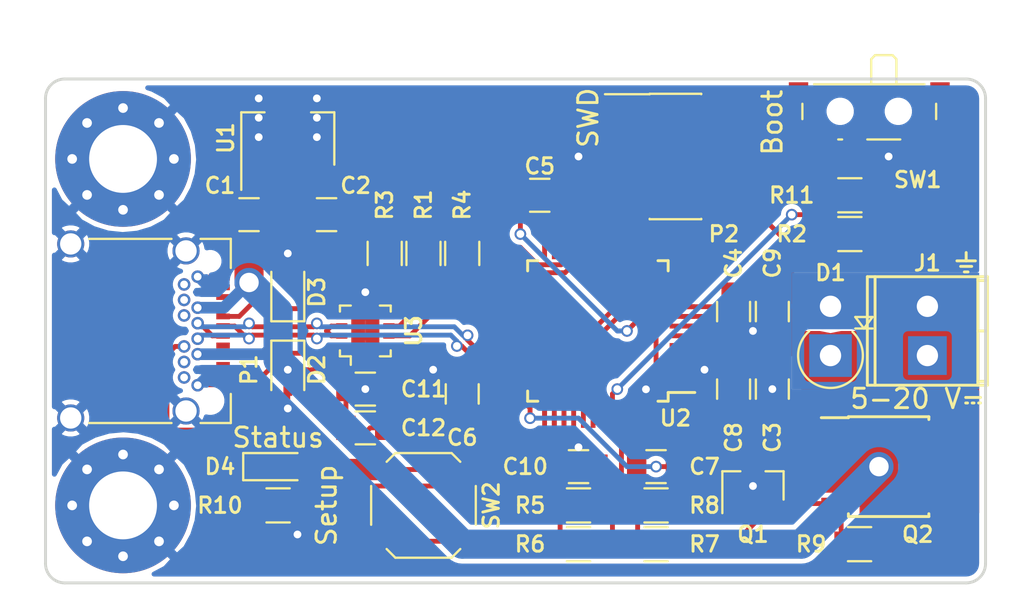
<source format=kicad_pcb>
(kicad_pcb (version 4) (host pcbnew 4.0.6)

  (general
    (links 121)
    (no_connects 0)
    (area 79.065 52.89 132.000001 84.279048)
    (thickness 1.6)
    (drawings 10)
    (tracks 380)
    (zones 0)
    (modules 39)
    (nets 65)
  )

  (page USLetter)
  (title_block
    (title "PD Buddy Sink")
    (rev 0.2)
  )

  (layers
    (0 F.Cu signal)
    (31 B.Cu signal)
    (32 B.Adhes user)
    (33 F.Adhes user)
    (34 B.Paste user)
    (35 F.Paste user)
    (36 B.SilkS user)
    (37 F.SilkS user)
    (38 B.Mask user)
    (39 F.Mask user)
    (40 Dwgs.User user)
    (41 Cmts.User user)
    (42 Eco1.User user)
    (43 Eco2.User user)
    (44 Edge.Cuts user)
    (45 Margin user)
    (46 B.CrtYd user)
    (47 F.CrtYd user)
    (48 B.Fab user)
    (49 F.Fab user)
  )

  (setup
    (last_trace_width 0.25)
    (trace_clearance 0.16)
    (zone_clearance 0.254)
    (zone_45_only no)
    (trace_min 0.2)
    (segment_width 0.2)
    (edge_width 0.15)
    (via_size 0.6)
    (via_drill 0.4)
    (via_min_size 0.4)
    (via_min_drill 0.3)
    (uvia_size 0.3)
    (uvia_drill 0.1)
    (uvias_allowed no)
    (uvia_min_size 0.2)
    (uvia_min_drill 0.1)
    (pcb_text_width 0.3)
    (pcb_text_size 1.5 1.5)
    (mod_edge_width 0.15)
    (mod_text_size 0.8 0.8)
    (mod_text_width 0.15)
    (pad_size 1.524 1.524)
    (pad_drill 0.762)
    (pad_to_mask_clearance 0.125)
    (aux_axis_origin 0 0)
    (grid_origin 90 70)
    (visible_elements FFFFFF7F)
    (pcbplotparams
      (layerselection 0x00030_80000001)
      (usegerberextensions false)
      (excludeedgelayer true)
      (linewidth 0.100000)
      (plotframeref false)
      (viasonmask false)
      (mode 1)
      (useauxorigin false)
      (hpglpennumber 1)
      (hpglpenspeed 20)
      (hpglpendiameter 15)
      (hpglpenoverlay 2)
      (psnegative false)
      (psa4output false)
      (plotreference true)
      (plotvalue true)
      (plotinvisibletext false)
      (padsonsilk false)
      (subtractmaskfromsilk false)
      (outputformat 1)
      (mirror false)
      (drillshape 1)
      (scaleselection 1)
      (outputdirectory ""))
  )

  (net 0 "")
  (net 1 VBUS)
  (net 2 GND)
  (net 3 +3V3)
  (net 4 /Microcontroller/nRST)
  (net 5 "/PD PHY/CC2")
  (net 6 "/PD PHY/CC1")
  (net 7 "Net-(P1-PadB8)")
  (net 8 "Net-(P1-PadB3)")
  (net 9 "Net-(P1-PadB10)")
  (net 10 "Net-(P1-PadB2)")
  (net 11 "Net-(P1-PadB11)")
  (net 12 "Net-(P1-PadA2)")
  (net 13 "Net-(P1-PadA3)")
  (net 14 "Net-(P1-PadA10)")
  (net 15 "Net-(P1-PadA8)")
  (net 16 "Net-(P1-PadA11)")
  (net 17 /Microcontroller/SWDIO)
  (net 18 /Microcontroller/SWCLK)
  (net 19 "Net-(P2-Pad6)")
  (net 20 "Net-(P2-Pad7)")
  (net 21 "Net-(P2-Pad8)")
  (net 22 "Net-(Q1-Pad1)")
  (net 23 /Microcontroller/INT_N)
  (net 24 "Net-(R2-Pad1)")
  (net 25 /Microcontroller/SCL)
  (net 26 /Microcontroller/SDA)
  (net 27 "Net-(R5-Pad1)")
  (net 28 /Microcontroller/OUT_CTRL)
  (net 29 "Net-(U2-Pad2)")
  (net 30 "Net-(U2-Pad3)")
  (net 31 "Net-(U2-Pad4)")
  (net 32 "Net-(U2-Pad5)")
  (net 33 "Net-(U2-Pad6)")
  (net 34 "Net-(U2-Pad10)")
  (net 35 "Net-(U2-Pad11)")
  (net 36 "Net-(U2-Pad12)")
  (net 37 "Net-(U2-Pad13)")
  (net 38 "Net-(U2-Pad14)")
  (net 39 "Net-(U2-Pad15)")
  (net 40 "Net-(U2-Pad16)")
  (net 41 "Net-(U2-Pad17)")
  (net 42 "Net-(U2-Pad18)")
  (net 43 "Net-(U2-Pad19)")
  (net 44 "Net-(U2-Pad20)")
  (net 45 "Net-(U2-Pad26)")
  (net 46 "Net-(U2-Pad27)")
  (net 47 "Net-(U2-Pad28)")
  (net 48 "Net-(U2-Pad29)")
  (net 49 "Net-(U2-Pad30)")
  (net 50 "Net-(U2-Pad40)")
  (net 51 "Net-(U2-Pad46)")
  (net 52 VCONN)
  (net 53 "Net-(D4-Pad1)")
  (net 54 /Microcontroller/D+)
  (net 55 /Microcontroller/D-)
  (net 56 /Microcontroller/SETUP)
  (net 57 /Microcontroller/NOPWR)
  (net 58 "Net-(U2-Pad31)")
  (net 59 "Net-(U2-Pad41)")
  (net 60 "Net-(U2-Pad42)")
  (net 61 "Net-(U2-Pad43)")
  (net 62 "Net-(Q1-Pad3)")
  (net 63 "Net-(R11-Pad1)")
  (net 64 /Output/OUT)

  (net_class Default "This is the default net class."
    (clearance 0.16)
    (trace_width 0.25)
    (via_dia 0.6)
    (via_drill 0.4)
    (uvia_dia 0.3)
    (uvia_drill 0.1)
    (add_net +3V3)
    (add_net /Microcontroller/D+)
    (add_net /Microcontroller/D-)
    (add_net /Microcontroller/INT_N)
    (add_net /Microcontroller/NOPWR)
    (add_net /Microcontroller/OUT_CTRL)
    (add_net /Microcontroller/SCL)
    (add_net /Microcontroller/SDA)
    (add_net /Microcontroller/SETUP)
    (add_net /Microcontroller/SWCLK)
    (add_net /Microcontroller/SWDIO)
    (add_net /Microcontroller/nRST)
    (add_net /Output/OUT)
    (add_net "/PD PHY/CC1")
    (add_net "/PD PHY/CC2")
    (add_net GND)
    (add_net "Net-(D4-Pad1)")
    (add_net "Net-(P1-PadA10)")
    (add_net "Net-(P1-PadA11)")
    (add_net "Net-(P1-PadA2)")
    (add_net "Net-(P1-PadA3)")
    (add_net "Net-(P1-PadA8)")
    (add_net "Net-(P1-PadB10)")
    (add_net "Net-(P1-PadB11)")
    (add_net "Net-(P1-PadB2)")
    (add_net "Net-(P1-PadB3)")
    (add_net "Net-(P1-PadB8)")
    (add_net "Net-(P2-Pad6)")
    (add_net "Net-(P2-Pad7)")
    (add_net "Net-(P2-Pad8)")
    (add_net "Net-(Q1-Pad1)")
    (add_net "Net-(Q1-Pad3)")
    (add_net "Net-(R11-Pad1)")
    (add_net "Net-(R2-Pad1)")
    (add_net "Net-(R5-Pad1)")
    (add_net "Net-(U2-Pad10)")
    (add_net "Net-(U2-Pad11)")
    (add_net "Net-(U2-Pad12)")
    (add_net "Net-(U2-Pad13)")
    (add_net "Net-(U2-Pad14)")
    (add_net "Net-(U2-Pad15)")
    (add_net "Net-(U2-Pad16)")
    (add_net "Net-(U2-Pad17)")
    (add_net "Net-(U2-Pad18)")
    (add_net "Net-(U2-Pad19)")
    (add_net "Net-(U2-Pad2)")
    (add_net "Net-(U2-Pad20)")
    (add_net "Net-(U2-Pad26)")
    (add_net "Net-(U2-Pad27)")
    (add_net "Net-(U2-Pad28)")
    (add_net "Net-(U2-Pad29)")
    (add_net "Net-(U2-Pad3)")
    (add_net "Net-(U2-Pad30)")
    (add_net "Net-(U2-Pad31)")
    (add_net "Net-(U2-Pad4)")
    (add_net "Net-(U2-Pad40)")
    (add_net "Net-(U2-Pad41)")
    (add_net "Net-(U2-Pad42)")
    (add_net "Net-(U2-Pad43)")
    (add_net "Net-(U2-Pad46)")
    (add_net "Net-(U2-Pad5)")
    (add_net "Net-(U2-Pad6)")
    (add_net VCONN)
  )

  (net_class Power ""
    (clearance 0.16)
    (trace_width 1.5)
    (via_dia 1.5)
    (via_drill 1)
    (uvia_dia 0.3)
    (uvia_drill 0.1)
    (add_net VBUS)
  )

  (net_class Power_Small ""
    (clearance 0.16)
    (trace_width 0.6)
    (via_dia 0.6)
    (via_drill 0.4)
    (uvia_dia 0.3)
    (uvia_drill 0.1)
  )

  (module Mounting_Holes:MountingHole_3.5mm_Pad_Via (layer F.Cu) (tedit 58DEFF23) (tstamp 5892A5A3)
    (at 85.5 79 90)
    (descr "Mounting Hole 3.5mm")
    (tags "mounting hole 3.5mm")
    (path /5892BB4F)
    (fp_text reference MK1 (at 0 -4.5 90) (layer F.Fab)
      (effects (font (size 1 1) (thickness 0.15)))
    )
    (fp_text value 3.5mm (at 0 4.5 90) (layer F.Fab)
      (effects (font (size 1 1) (thickness 0.15)))
    )
    (fp_circle (center 0 0) (end 3.5 0) (layer Cmts.User) (width 0.15))
    (fp_circle (center 0 0) (end 3.75 0) (layer F.CrtYd) (width 0.05))
    (pad 1 thru_hole circle (at 0 0 90) (size 7 7) (drill 3.5) (layers *.Cu *.Mask)
      (net 2 GND))
    (pad "" thru_hole circle (at 2.625 0 90) (size 0.6 0.6) (drill 0.5) (layers *.Cu *.Mask))
    (pad "" thru_hole circle (at 1.856155 1.856155 90) (size 0.6 0.6) (drill 0.5) (layers *.Cu *.Mask))
    (pad "" thru_hole circle (at 0 2.625 90) (size 0.6 0.6) (drill 0.5) (layers *.Cu *.Mask))
    (pad "" thru_hole circle (at -1.856155 1.856155 90) (size 0.6 0.6) (drill 0.5) (layers *.Cu *.Mask))
    (pad "" thru_hole circle (at -2.625 0 90) (size 0.6 0.6) (drill 0.5) (layers *.Cu *.Mask))
    (pad "" thru_hole circle (at -1.856155 -1.856155 90) (size 0.6 0.6) (drill 0.5) (layers *.Cu *.Mask))
    (pad "" thru_hole circle (at 0 -2.625 90) (size 0.6 0.6) (drill 0.5) (layers *.Cu *.Mask))
    (pad "" thru_hole circle (at 1.856155 -1.856155 90) (size 0.6 0.6) (drill 0.5) (layers *.Cu *.Mask))
  )

  (module Mounting_Holes:MountingHole_3.5mm_Pad_Via (layer F.Cu) (tedit 58DEFF1F) (tstamp 5892A5B2)
    (at 85.5 61.125 90)
    (descr "Mounting Hole 3.5mm")
    (tags "mounting hole 3.5mm")
    (path /5892BC07)
    (fp_text reference MK2 (at 0 -4.5 90) (layer F.Fab)
      (effects (font (size 1 1) (thickness 0.15)))
    )
    (fp_text value 3.5mm (at 0 4.5 90) (layer F.Fab)
      (effects (font (size 1 1) (thickness 0.15)))
    )
    (fp_circle (center 0 0) (end 3.5 0) (layer Cmts.User) (width 0.15))
    (fp_circle (center 0 0) (end 3.75 0) (layer F.CrtYd) (width 0.05))
    (pad 1 thru_hole circle (at 0 0 90) (size 7 7) (drill 3.5) (layers *.Cu *.Mask)
      (net 2 GND))
    (pad "" thru_hole circle (at 2.625 0 90) (size 0.6 0.6) (drill 0.5) (layers *.Cu *.Mask))
    (pad "" thru_hole circle (at 1.856155 1.856155 90) (size 0.6 0.6) (drill 0.5) (layers *.Cu *.Mask))
    (pad "" thru_hole circle (at 0 2.625 90) (size 0.6 0.6) (drill 0.5) (layers *.Cu *.Mask))
    (pad "" thru_hole circle (at -1.856155 1.856155 90) (size 0.6 0.6) (drill 0.5) (layers *.Cu *.Mask))
    (pad "" thru_hole circle (at -2.625 0 90) (size 0.6 0.6) (drill 0.5) (layers *.Cu *.Mask))
    (pad "" thru_hole circle (at -1.856155 -1.856155 90) (size 0.6 0.6) (drill 0.5) (layers *.Cu *.Mask))
    (pad "" thru_hole circle (at 0 -2.625 90) (size 0.6 0.6) (drill 0.5) (layers *.Cu *.Mask))
    (pad "" thru_hole circle (at 1.856155 -1.856155 90) (size 0.6 0.6) (drill 0.5) (layers *.Cu *.Mask))
  )

  (module LEDs:LED_0805 (layer F.Cu) (tedit 58DEF95B) (tstamp 5892C0EA)
    (at 93.5 77)
    (descr "LED 0805 smd package")
    (tags "LED led 0805 SMD smd SMT smt smdled SMDLED smtled SMTLED")
    (path /588FD270/58931071)
    (attr smd)
    (fp_text reference D4 (at -3 0) (layer F.SilkS)
      (effects (font (size 0.8 0.8) (thickness 0.15)))
    )
    (fp_text value Status (at 0 -1.5) (layer F.SilkS)
      (effects (font (size 1 1) (thickness 0.15)))
    )
    (fp_line (start -1.8 -0.7) (end -1.8 0.7) (layer F.SilkS) (width 0.12))
    (fp_line (start -0.4 -0.4) (end -0.4 0.4) (layer F.Fab) (width 0.1))
    (fp_line (start -0.4 0) (end 0.2 -0.4) (layer F.Fab) (width 0.1))
    (fp_line (start 0.2 0.4) (end -0.4 0) (layer F.Fab) (width 0.1))
    (fp_line (start 0.2 -0.4) (end 0.2 0.4) (layer F.Fab) (width 0.1))
    (fp_line (start 1 0.6) (end -1 0.6) (layer F.Fab) (width 0.1))
    (fp_line (start 1 -0.6) (end 1 0.6) (layer F.Fab) (width 0.1))
    (fp_line (start -1 -0.6) (end 1 -0.6) (layer F.Fab) (width 0.1))
    (fp_line (start -1 0.6) (end -1 -0.6) (layer F.Fab) (width 0.1))
    (fp_line (start -1.8 0.7) (end 1 0.7) (layer F.SilkS) (width 0.12))
    (fp_line (start -1.8 -0.7) (end 1 -0.7) (layer F.SilkS) (width 0.12))
    (fp_line (start 1.95 -0.85) (end 1.95 0.85) (layer F.CrtYd) (width 0.05))
    (fp_line (start 1.95 0.85) (end -1.95 0.85) (layer F.CrtYd) (width 0.05))
    (fp_line (start -1.95 0.85) (end -1.95 -0.85) (layer F.CrtYd) (width 0.05))
    (fp_line (start -1.95 -0.85) (end 1.95 -0.85) (layer F.CrtYd) (width 0.05))
    (pad 2 smd rect (at 1.1 0 180) (size 1.2 1.2) (layers F.Cu F.Paste F.Mask)
      (net 57 /Microcontroller/NOPWR))
    (pad 1 smd rect (at -1.1 0 180) (size 1.2 1.2) (layers F.Cu F.Paste F.Mask)
      (net 53 "Net-(D4-Pad1)"))
    (model LEDs.3dshapes/LED_0805.wrl
      (at (xyz 0 0 0))
      (scale (xyz 1 1 1))
      (rotate (xyz 0 0 0))
    )
  )

  (module Buttons_Switches_SMD:SW_SPDT_PCM12 (layer F.Cu) (tedit 58DEF931) (tstamp 589266BE)
    (at 124 59 180)
    (descr "Ultraminiature Surface Mount Slide Switch")
    (path /588FD270/589013E6)
    (attr smd)
    (fp_text reference SW1 (at -2.5 -3.2 180) (layer F.SilkS)
      (effects (font (size 0.8 0.8) (thickness 0.15)))
    )
    (fp_text value Boot (at 5 -0.25 270) (layer F.SilkS)
      (effects (font (size 1 1) (thickness 0.15)))
    )
    (fp_text user %R (at 0 -3.2 180) (layer F.Fab)
      (effects (font (size 1 1) (thickness 0.15)))
    )
    (fp_line (start -1.4 1.65) (end -1.4 2.95) (layer F.Fab) (width 0.1))
    (fp_line (start -1.4 2.95) (end -1.2 3.15) (layer F.Fab) (width 0.1))
    (fp_line (start -1.2 3.15) (end -0.35 3.15) (layer F.Fab) (width 0.1))
    (fp_line (start -0.35 3.15) (end -0.15 2.95) (layer F.Fab) (width 0.1))
    (fp_line (start -0.15 2.95) (end -0.1 2.9) (layer F.Fab) (width 0.1))
    (fp_line (start -0.1 2.9) (end -0.1 1.6) (layer F.Fab) (width 0.1))
    (fp_line (start -3.35 -1) (end -3.35 1.6) (layer F.Fab) (width 0.1))
    (fp_line (start -3.35 1.6) (end 3.35 1.6) (layer F.Fab) (width 0.1))
    (fp_line (start 3.35 1.6) (end 3.35 -1) (layer F.Fab) (width 0.1))
    (fp_line (start 3.35 -1) (end -3.35 -1) (layer F.Fab) (width 0.1))
    (fp_line (start 1.4 -1.12) (end 1.6 -1.12) (layer F.SilkS) (width 0.12))
    (fp_line (start -4.4 -2.45) (end 4.4 -2.45) (layer F.CrtYd) (width 0.05))
    (fp_line (start 4.4 -2.45) (end 4.4 2.1) (layer F.CrtYd) (width 0.05))
    (fp_line (start 4.4 2.1) (end 1.65 2.1) (layer F.CrtYd) (width 0.05))
    (fp_line (start 1.65 2.1) (end 1.65 3.4) (layer F.CrtYd) (width 0.05))
    (fp_line (start 1.65 3.4) (end -1.65 3.4) (layer F.CrtYd) (width 0.05))
    (fp_line (start -1.65 3.4) (end -1.65 2.1) (layer F.CrtYd) (width 0.05))
    (fp_line (start -1.65 2.1) (end -4.4 2.1) (layer F.CrtYd) (width 0.05))
    (fp_line (start -4.4 2.1) (end -4.4 -2.45) (layer F.CrtYd) (width 0.05))
    (fp_line (start -1.4 3.02) (end -1.2 3.23) (layer F.SilkS) (width 0.12))
    (fp_line (start -0.1 3.02) (end -0.3 3.23) (layer F.SilkS) (width 0.12))
    (fp_line (start -1.4 1.73) (end -1.4 3.02) (layer F.SilkS) (width 0.12))
    (fp_line (start -1.2 3.23) (end -0.3 3.23) (layer F.SilkS) (width 0.12))
    (fp_line (start -0.1 3.02) (end -0.1 1.73) (layer F.SilkS) (width 0.12))
    (fp_line (start -2.85 1.73) (end 2.85 1.73) (layer F.SilkS) (width 0.12))
    (fp_line (start -1.6 -1.12) (end 0.1 -1.12) (layer F.SilkS) (width 0.12))
    (fp_line (start -3.45 -0.07) (end -3.45 0.72) (layer F.SilkS) (width 0.12))
    (fp_line (start 3.45 0.72) (end 3.45 -0.07) (layer F.SilkS) (width 0.12))
    (pad "" np_thru_hole circle (at -1.5 0.33 180) (size 0.9 0.9) (drill 0.9) (layers *.Cu *.Mask))
    (pad "" np_thru_hole circle (at 1.5 0.33 180) (size 0.9 0.9) (drill 0.9) (layers *.Cu *.Mask))
    (pad 1 smd rect (at -2.25 -1.43 180) (size 0.7 1.5) (layers F.Cu F.Paste F.Mask)
      (net 2 GND))
    (pad 2 smd rect (at 0.75 -1.43 180) (size 0.7 1.5) (layers F.Cu F.Paste F.Mask)
      (net 63 "Net-(R11-Pad1)"))
    (pad 3 smd rect (at 2.25 -1.43 180) (size 0.7 1.5) (layers F.Cu F.Paste F.Mask)
      (net 3 +3V3))
    (pad "" smd rect (at -3.65 1.43 180) (size 1 0.8) (layers F.Cu F.Paste F.Mask))
    (pad "" smd rect (at 3.65 1.43 180) (size 1 0.8) (layers F.Cu F.Paste F.Mask))
    (pad "" smd rect (at 3.65 -0.78 180) (size 1 0.8) (layers F.Cu F.Paste F.Mask))
    (pad "" smd rect (at -3.65 -0.78 180) (size 1 0.8) (layers F.Cu F.Paste F.Mask))
  )

  (module Housings_QFP:LQFP-48_7x7mm_Pitch0.5mm (layer F.Cu) (tedit 54130A77) (tstamp 58926732)
    (at 110 70 180)
    (descr "48 LEAD LQFP 7x7mm (see MICREL LQFP7x7-48LD-PL-1.pdf)")
    (tags "QFP 0.5")
    (path /588FD270/588FD426)
    (attr smd)
    (fp_text reference U2 (at -4 -4.5 180) (layer F.SilkS)
      (effects (font (size 0.8 0.8) (thickness 0.15)))
    )
    (fp_text value STM32F072CBTx (at 0 6 180) (layer F.Fab)
      (effects (font (size 1 1) (thickness 0.15)))
    )
    (fp_text user %R (at 0 0 180) (layer F.Fab)
      (effects (font (size 1 1) (thickness 0.15)))
    )
    (fp_line (start -2.5 -3.5) (end 3.5 -3.5) (layer F.Fab) (width 0.15))
    (fp_line (start 3.5 -3.5) (end 3.5 3.5) (layer F.Fab) (width 0.15))
    (fp_line (start 3.5 3.5) (end -3.5 3.5) (layer F.Fab) (width 0.15))
    (fp_line (start -3.5 3.5) (end -3.5 -2.5) (layer F.Fab) (width 0.15))
    (fp_line (start -3.5 -2.5) (end -2.5 -3.5) (layer F.Fab) (width 0.15))
    (fp_line (start -5.25 -5.25) (end -5.25 5.25) (layer F.CrtYd) (width 0.05))
    (fp_line (start 5.25 -5.25) (end 5.25 5.25) (layer F.CrtYd) (width 0.05))
    (fp_line (start -5.25 -5.25) (end 5.25 -5.25) (layer F.CrtYd) (width 0.05))
    (fp_line (start -5.25 5.25) (end 5.25 5.25) (layer F.CrtYd) (width 0.05))
    (fp_line (start -3.625 -3.625) (end -3.625 -3.175) (layer F.SilkS) (width 0.15))
    (fp_line (start 3.625 -3.625) (end 3.625 -3.1) (layer F.SilkS) (width 0.15))
    (fp_line (start 3.625 3.625) (end 3.625 3.1) (layer F.SilkS) (width 0.15))
    (fp_line (start -3.625 3.625) (end -3.625 3.1) (layer F.SilkS) (width 0.15))
    (fp_line (start -3.625 -3.625) (end -3.1 -3.625) (layer F.SilkS) (width 0.15))
    (fp_line (start -3.625 3.625) (end -3.1 3.625) (layer F.SilkS) (width 0.15))
    (fp_line (start 3.625 3.625) (end 3.1 3.625) (layer F.SilkS) (width 0.15))
    (fp_line (start 3.625 -3.625) (end 3.1 -3.625) (layer F.SilkS) (width 0.15))
    (fp_line (start -3.625 -3.175) (end -5 -3.175) (layer F.SilkS) (width 0.15))
    (pad 1 smd rect (at -4.35 -2.75 180) (size 1.3 0.25) (layers F.Cu F.Paste F.Mask)
      (net 3 +3V3))
    (pad 2 smd rect (at -4.35 -2.25 180) (size 1.3 0.25) (layers F.Cu F.Paste F.Mask)
      (net 29 "Net-(U2-Pad2)"))
    (pad 3 smd rect (at -4.35 -1.75 180) (size 1.3 0.25) (layers F.Cu F.Paste F.Mask)
      (net 30 "Net-(U2-Pad3)"))
    (pad 4 smd rect (at -4.35 -1.25 180) (size 1.3 0.25) (layers F.Cu F.Paste F.Mask)
      (net 31 "Net-(U2-Pad4)"))
    (pad 5 smd rect (at -4.35 -0.75 180) (size 1.3 0.25) (layers F.Cu F.Paste F.Mask)
      (net 32 "Net-(U2-Pad5)"))
    (pad 6 smd rect (at -4.35 -0.25 180) (size 1.3 0.25) (layers F.Cu F.Paste F.Mask)
      (net 33 "Net-(U2-Pad6)"))
    (pad 7 smd rect (at -4.35 0.25 180) (size 1.3 0.25) (layers F.Cu F.Paste F.Mask)
      (net 4 /Microcontroller/nRST))
    (pad 8 smd rect (at -4.35 0.75 180) (size 1.3 0.25) (layers F.Cu F.Paste F.Mask)
      (net 2 GND))
    (pad 9 smd rect (at -4.35 1.25 180) (size 1.3 0.25) (layers F.Cu F.Paste F.Mask)
      (net 3 +3V3))
    (pad 10 smd rect (at -4.35 1.75 180) (size 1.3 0.25) (layers F.Cu F.Paste F.Mask)
      (net 34 "Net-(U2-Pad10)"))
    (pad 11 smd rect (at -4.35 2.25 180) (size 1.3 0.25) (layers F.Cu F.Paste F.Mask)
      (net 35 "Net-(U2-Pad11)"))
    (pad 12 smd rect (at -4.35 2.75 180) (size 1.3 0.25) (layers F.Cu F.Paste F.Mask)
      (net 36 "Net-(U2-Pad12)"))
    (pad 13 smd rect (at -2.75 4.35 270) (size 1.3 0.25) (layers F.Cu F.Paste F.Mask)
      (net 37 "Net-(U2-Pad13)"))
    (pad 14 smd rect (at -2.25 4.35 270) (size 1.3 0.25) (layers F.Cu F.Paste F.Mask)
      (net 38 "Net-(U2-Pad14)"))
    (pad 15 smd rect (at -1.75 4.35 270) (size 1.3 0.25) (layers F.Cu F.Paste F.Mask)
      (net 39 "Net-(U2-Pad15)"))
    (pad 16 smd rect (at -1.25 4.35 270) (size 1.3 0.25) (layers F.Cu F.Paste F.Mask)
      (net 40 "Net-(U2-Pad16)"))
    (pad 17 smd rect (at -0.75 4.35 270) (size 1.3 0.25) (layers F.Cu F.Paste F.Mask)
      (net 41 "Net-(U2-Pad17)"))
    (pad 18 smd rect (at -0.25 4.35 270) (size 1.3 0.25) (layers F.Cu F.Paste F.Mask)
      (net 42 "Net-(U2-Pad18)"))
    (pad 19 smd rect (at 0.25 4.35 270) (size 1.3 0.25) (layers F.Cu F.Paste F.Mask)
      (net 43 "Net-(U2-Pad19)"))
    (pad 20 smd rect (at 0.75 4.35 270) (size 1.3 0.25) (layers F.Cu F.Paste F.Mask)
      (net 44 "Net-(U2-Pad20)"))
    (pad 21 smd rect (at 1.25 4.35 270) (size 1.3 0.25) (layers F.Cu F.Paste F.Mask)
      (net 25 /Microcontroller/SCL))
    (pad 22 smd rect (at 1.75 4.35 270) (size 1.3 0.25) (layers F.Cu F.Paste F.Mask)
      (net 26 /Microcontroller/SDA))
    (pad 23 smd rect (at 2.25 4.35 270) (size 1.3 0.25) (layers F.Cu F.Paste F.Mask)
      (net 2 GND))
    (pad 24 smd rect (at 2.75 4.35 270) (size 1.3 0.25) (layers F.Cu F.Paste F.Mask)
      (net 3 +3V3))
    (pad 25 smd rect (at 4.35 2.75 180) (size 1.3 0.25) (layers F.Cu F.Paste F.Mask)
      (net 23 /Microcontroller/INT_N))
    (pad 26 smd rect (at 4.35 2.25 180) (size 1.3 0.25) (layers F.Cu F.Paste F.Mask)
      (net 45 "Net-(U2-Pad26)"))
    (pad 27 smd rect (at 4.35 1.75 180) (size 1.3 0.25) (layers F.Cu F.Paste F.Mask)
      (net 46 "Net-(U2-Pad27)"))
    (pad 28 smd rect (at 4.35 1.25 180) (size 1.3 0.25) (layers F.Cu F.Paste F.Mask)
      (net 47 "Net-(U2-Pad28)"))
    (pad 29 smd rect (at 4.35 0.75 180) (size 1.3 0.25) (layers F.Cu F.Paste F.Mask)
      (net 48 "Net-(U2-Pad29)"))
    (pad 30 smd rect (at 4.35 0.25 180) (size 1.3 0.25) (layers F.Cu F.Paste F.Mask)
      (net 49 "Net-(U2-Pad30)"))
    (pad 31 smd rect (at 4.35 -0.25 180) (size 1.3 0.25) (layers F.Cu F.Paste F.Mask)
      (net 58 "Net-(U2-Pad31)"))
    (pad 32 smd rect (at 4.35 -0.75 180) (size 1.3 0.25) (layers F.Cu F.Paste F.Mask)
      (net 55 /Microcontroller/D-))
    (pad 33 smd rect (at 4.35 -1.25 180) (size 1.3 0.25) (layers F.Cu F.Paste F.Mask)
      (net 54 /Microcontroller/D+))
    (pad 34 smd rect (at 4.35 -1.75 180) (size 1.3 0.25) (layers F.Cu F.Paste F.Mask)
      (net 17 /Microcontroller/SWDIO))
    (pad 35 smd rect (at 4.35 -2.25 180) (size 1.3 0.25) (layers F.Cu F.Paste F.Mask)
      (net 2 GND))
    (pad 36 smd rect (at 4.35 -2.75 180) (size 1.3 0.25) (layers F.Cu F.Paste F.Mask)
      (net 3 +3V3))
    (pad 37 smd rect (at 2.75 -4.35 270) (size 1.3 0.25) (layers F.Cu F.Paste F.Mask)
      (net 18 /Microcontroller/SWCLK))
    (pad 38 smd rect (at 2.25 -4.35 270) (size 1.3 0.25) (layers F.Cu F.Paste F.Mask)
      (net 57 /Microcontroller/NOPWR))
    (pad 39 smd rect (at 1.75 -4.35 270) (size 1.3 0.25) (layers F.Cu F.Paste F.Mask)
      (net 56 /Microcontroller/SETUP))
    (pad 40 smd rect (at 1.25 -4.35 270) (size 1.3 0.25) (layers F.Cu F.Paste F.Mask)
      (net 50 "Net-(U2-Pad40)"))
    (pad 41 smd rect (at 0.75 -4.35 270) (size 1.3 0.25) (layers F.Cu F.Paste F.Mask)
      (net 59 "Net-(U2-Pad41)"))
    (pad 42 smd rect (at 0.25 -4.35 270) (size 1.3 0.25) (layers F.Cu F.Paste F.Mask)
      (net 60 "Net-(U2-Pad42)"))
    (pad 43 smd rect (at -0.25 -4.35 270) (size 1.3 0.25) (layers F.Cu F.Paste F.Mask)
      (net 61 "Net-(U2-Pad43)"))
    (pad 44 smd rect (at -0.75 -4.35 270) (size 1.3 0.25) (layers F.Cu F.Paste F.Mask)
      (net 24 "Net-(R2-Pad1)"))
    (pad 45 smd rect (at -1.25 -4.35 270) (size 1.3 0.25) (layers F.Cu F.Paste F.Mask)
      (net 28 /Microcontroller/OUT_CTRL))
    (pad 46 smd rect (at -1.75 -4.35 270) (size 1.3 0.25) (layers F.Cu F.Paste F.Mask)
      (net 51 "Net-(U2-Pad46)"))
    (pad 47 smd rect (at -2.25 -4.35 270) (size 1.3 0.25) (layers F.Cu F.Paste F.Mask)
      (net 2 GND))
    (pad 48 smd rect (at -2.75 -4.35 270) (size 1.3 0.25) (layers F.Cu F.Paste F.Mask)
      (net 3 +3V3))
    (model Housings_QFP.3dshapes/LQFP-48_7x7mm_Pitch0.5mm.wrl
      (at (xyz 0 0 0))
      (scale (xyz 1 1 1))
      (rotate (xyz 0 0 0))
    )
  )

  (module Diodes_THT:D_DO-41_SOD81_P2.54mm_Vertical_AnodeUp (layer F.Cu) (tedit 5877C982) (tstamp 5892652F)
    (at 122 71.27 90)
    (descr "D, DO-41_SOD81 series, Axial, Vertical, pin pitch=2.54mm, , length*diameter=5.2*2.7mm^2, , http://www.diodes.com/_files/packages/DO-41%20(Plastic).pdf")
    (tags "D DO-41_SOD81 series Axial Vertical pin pitch 2.54mm  length 5.2mm diameter 2.7mm")
    (path /588FA3A4/58925D4E)
    (fp_text reference D1 (at 4.27 0 180) (layer F.SilkS)
      (effects (font (size 0.8 0.8) (thickness 0.15)))
    )
    (fp_text value 1N5819 (at 1.27 3.579635 90) (layer F.Fab)
      (effects (font (size 1 1) (thickness 0.15)))
    )
    (fp_arc (start 0 0) (end 1.257516 -1.1) (angle -276.1) (layer F.SilkS) (width 0.12))
    (fp_circle (center 0 0) (end 1.35 0) (layer F.Fab) (width 0.1))
    (fp_line (start 0 0) (end 2.54 0) (layer F.Fab) (width 0.1))
    (fp_line (start 1.397 1.28) (end 1.397 2.169) (layer F.SilkS) (width 0.12))
    (fp_line (start 1.397 1.7245) (end 1.989667 1.28) (layer F.SilkS) (width 0.12))
    (fp_line (start 1.989667 1.28) (end 1.989667 2.169) (layer F.SilkS) (width 0.12))
    (fp_line (start 1.989667 2.169) (end 1.397 1.7245) (layer F.SilkS) (width 0.12))
    (fp_line (start -1.7 -1.95) (end -1.7 1.95) (layer F.CrtYd) (width 0.05))
    (fp_line (start -1.7 1.95) (end 3.95 1.95) (layer F.CrtYd) (width 0.05))
    (fp_line (start 3.95 1.95) (end 3.95 -1.95) (layer F.CrtYd) (width 0.05))
    (fp_line (start 3.95 -1.95) (end -1.7 -1.95) (layer F.CrtYd) (width 0.05))
    (fp_text user K (at -2.390635 0 90) (layer F.Fab)
      (effects (font (size 1 1) (thickness 0.15)))
    )
    (pad 1 thru_hole rect (at 0 0 90) (size 2.2 2.2) (drill 1.1) (layers *.Cu *.Mask)
      (net 64 /Output/OUT))
    (pad 2 thru_hole oval (at 2.54 0 90) (size 2.2 2.2) (drill 1.1) (layers *.Cu *.Mask)
      (net 2 GND))
    (model Diodes_ThroughHole.3dshapes/D_DO-41_SOD81_P2.54mm_Vertical_AnodeUp.wrl
      (at (xyz 0 0 0))
      (scale (xyz 0.393701 0.393701 0.393701))
      (rotate (xyz 0 0 0))
    )
  )

  (module Connectors_Terminal_Blocks:TerminalBlock_Pheonix_MPT-2.54mm_2pol (layer F.Cu) (tedit 58DEF94C) (tstamp 58926570)
    (at 127 71.27 90)
    (descr "2-way 2.54mm pitch terminal block, Phoenix MPT series")
    (path /588FA3A4/588FA688)
    (fp_text reference J1 (at 4.77 0 180) (layer F.SilkS)
      (effects (font (size 0.8 0.8) (thickness 0.15)))
    )
    (fp_text value "5-20 V⎓" (at -2.23 -0.5 180) (layer F.SilkS)
      (effects (font (size 1 1) (thickness 0.15)))
    )
    (fp_line (start -1.7 -3.3) (end 4.3 -3.3) (layer F.CrtYd) (width 0.05))
    (fp_line (start -1.7 3.3) (end -1.7 -3.3) (layer F.CrtYd) (width 0.05))
    (fp_line (start 4.3 3.3) (end -1.7 3.3) (layer F.CrtYd) (width 0.05))
    (fp_line (start 4.3 -3.3) (end 4.3 3.3) (layer F.CrtYd) (width 0.05))
    (fp_line (start 4.06908 2.60096) (end -1.52908 2.60096) (layer F.SilkS) (width 0.15))
    (fp_line (start -1.33096 3.0988) (end -1.33096 2.60096) (layer F.SilkS) (width 0.15))
    (fp_line (start 3.87096 2.60096) (end 3.87096 3.0988) (layer F.SilkS) (width 0.15))
    (fp_line (start 1.27 3.0988) (end 1.27 2.60096) (layer F.SilkS) (width 0.15))
    (fp_line (start -1.52908 -2.70002) (end 4.06908 -2.70002) (layer F.SilkS) (width 0.15))
    (fp_line (start -1.52908 3.0988) (end 4.06908 3.0988) (layer F.SilkS) (width 0.15))
    (fp_line (start 4.06908 3.0988) (end 4.06908 -3.0988) (layer F.SilkS) (width 0.15))
    (fp_line (start 4.06908 -3.0988) (end -1.52908 -3.0988) (layer F.SilkS) (width 0.15))
    (fp_line (start -1.52908 -3.0988) (end -1.52908 3.0988) (layer F.SilkS) (width 0.15))
    (pad 2 thru_hole oval (at 2.54 0 90) (size 1.99898 1.99898) (drill 1.09728) (layers *.Cu *.Mask)
      (net 2 GND))
    (pad 1 thru_hole rect (at 0 0 90) (size 1.99898 1.99898) (drill 1.09728) (layers *.Cu *.Mask)
      (net 64 /Output/OUT))
    (model Terminal_Blocks.3dshapes/TerminalBlock_Pheonix_MPT-2.54mm_2pol.wrl
      (at (xyz 0.05 0 0))
      (scale (xyz 1 1 1))
      (rotate (xyz 0 0 0))
    )
  )

  (module Housings_SOIC:SOIC-8_3.9x4.9mm_Pitch1.27mm (layer F.Cu) (tedit 58CD0CDA) (tstamp 5892660D)
    (at 125 77)
    (descr "8-Lead Plastic Small Outline (SN) - Narrow, 3.90 mm Body [SOIC] (see Microchip Packaging Specification 00000049BS.pdf)")
    (tags "SOIC 1.27")
    (path /588FA3A4/588FA570)
    (attr smd)
    (fp_text reference Q2 (at 1.5 3.5) (layer F.SilkS)
      (effects (font (size 0.8 0.8) (thickness 0.15)))
    )
    (fp_text value DMP4015SSS (at 0 3.5) (layer F.Fab)
      (effects (font (size 1 1) (thickness 0.15)))
    )
    (fp_text user %R (at 0 0) (layer F.Fab)
      (effects (font (size 1 1) (thickness 0.15)))
    )
    (fp_line (start -0.95 -2.45) (end 1.95 -2.45) (layer F.Fab) (width 0.1))
    (fp_line (start 1.95 -2.45) (end 1.95 2.45) (layer F.Fab) (width 0.1))
    (fp_line (start 1.95 2.45) (end -1.95 2.45) (layer F.Fab) (width 0.1))
    (fp_line (start -1.95 2.45) (end -1.95 -1.45) (layer F.Fab) (width 0.1))
    (fp_line (start -1.95 -1.45) (end -0.95 -2.45) (layer F.Fab) (width 0.1))
    (fp_line (start -3.73 -2.7) (end -3.73 2.7) (layer F.CrtYd) (width 0.05))
    (fp_line (start 3.73 -2.7) (end 3.73 2.7) (layer F.CrtYd) (width 0.05))
    (fp_line (start -3.73 -2.7) (end 3.73 -2.7) (layer F.CrtYd) (width 0.05))
    (fp_line (start -3.73 2.7) (end 3.73 2.7) (layer F.CrtYd) (width 0.05))
    (fp_line (start -2.075 -2.575) (end -2.075 -2.525) (layer F.SilkS) (width 0.15))
    (fp_line (start 2.075 -2.575) (end 2.075 -2.43) (layer F.SilkS) (width 0.15))
    (fp_line (start 2.075 2.575) (end 2.075 2.43) (layer F.SilkS) (width 0.15))
    (fp_line (start -2.075 2.575) (end -2.075 2.43) (layer F.SilkS) (width 0.15))
    (fp_line (start -2.075 -2.575) (end 2.075 -2.575) (layer F.SilkS) (width 0.15))
    (fp_line (start -2.075 2.575) (end 2.075 2.575) (layer F.SilkS) (width 0.15))
    (fp_line (start -2.075 -2.525) (end -3.475 -2.525) (layer F.SilkS) (width 0.15))
    (pad 1 smd rect (at -2.7 -1.905) (size 1.55 0.6) (layers F.Cu F.Paste F.Mask)
      (net 1 VBUS))
    (pad 2 smd rect (at -2.7 -0.635) (size 1.55 0.6) (layers F.Cu F.Paste F.Mask)
      (net 1 VBUS))
    (pad 3 smd rect (at -2.7 0.635) (size 1.55 0.6) (layers F.Cu F.Paste F.Mask)
      (net 1 VBUS))
    (pad 4 smd rect (at -2.7 1.905) (size 1.55 0.6) (layers F.Cu F.Paste F.Mask)
      (net 62 "Net-(Q1-Pad3)"))
    (pad 5 smd rect (at 2.7 1.905) (size 1.55 0.6) (layers F.Cu F.Paste F.Mask)
      (net 64 /Output/OUT))
    (pad 6 smd rect (at 2.7 0.635) (size 1.55 0.6) (layers F.Cu F.Paste F.Mask)
      (net 64 /Output/OUT))
    (pad 7 smd rect (at 2.7 -0.635) (size 1.55 0.6) (layers F.Cu F.Paste F.Mask)
      (net 64 /Output/OUT))
    (pad 8 smd rect (at 2.7 -1.905) (size 1.55 0.6) (layers F.Cu F.Paste F.Mask)
      (net 64 /Output/OUT))
    (model Housings_SOIC.3dshapes/SOIC-8_3.9x4.9mm_Pitch1.27mm.wrl
      (at (xyz 0 0 0))
      (scale (xyz 1 1 1))
      (rotate (xyz 0 0 0))
    )
  )

  (module TO_SOT_Packages_SMD:SOT-23 (layer F.Cu) (tedit 58CE4E7E) (tstamp 589265F1)
    (at 118 78 90)
    (descr "SOT-23, Standard")
    (tags SOT-23)
    (path /588FA3A4/588FA577)
    (attr smd)
    (fp_text reference Q1 (at -2.5 0 180) (layer F.SilkS)
      (effects (font (size 0.8 0.8) (thickness 0.15)))
    )
    (fp_text value MMBT2222ALT1G (at 0 2.5 90) (layer F.Fab)
      (effects (font (size 1 1) (thickness 0.15)))
    )
    (fp_text user %R (at 0 0 90) (layer F.Fab)
      (effects (font (size 0.5 0.5) (thickness 0.075)))
    )
    (fp_line (start -0.7 -0.95) (end -0.7 1.5) (layer F.Fab) (width 0.1))
    (fp_line (start -0.15 -1.52) (end 0.7 -1.52) (layer F.Fab) (width 0.1))
    (fp_line (start -0.7 -0.95) (end -0.15 -1.52) (layer F.Fab) (width 0.1))
    (fp_line (start 0.7 -1.52) (end 0.7 1.52) (layer F.Fab) (width 0.1))
    (fp_line (start -0.7 1.52) (end 0.7 1.52) (layer F.Fab) (width 0.1))
    (fp_line (start 0.76 1.58) (end 0.76 0.65) (layer F.SilkS) (width 0.12))
    (fp_line (start 0.76 -1.58) (end 0.76 -0.65) (layer F.SilkS) (width 0.12))
    (fp_line (start -1.7 -1.75) (end 1.7 -1.75) (layer F.CrtYd) (width 0.05))
    (fp_line (start 1.7 -1.75) (end 1.7 1.75) (layer F.CrtYd) (width 0.05))
    (fp_line (start 1.7 1.75) (end -1.7 1.75) (layer F.CrtYd) (width 0.05))
    (fp_line (start -1.7 1.75) (end -1.7 -1.75) (layer F.CrtYd) (width 0.05))
    (fp_line (start 0.76 -1.58) (end -1.4 -1.58) (layer F.SilkS) (width 0.12))
    (fp_line (start 0.76 1.58) (end -0.7 1.58) (layer F.SilkS) (width 0.12))
    (pad 1 smd rect (at -1 -0.95 90) (size 0.9 0.8) (layers F.Cu F.Paste F.Mask)
      (net 22 "Net-(Q1-Pad1)"))
    (pad 2 smd rect (at -1 0.95 90) (size 0.9 0.8) (layers F.Cu F.Paste F.Mask)
      (net 2 GND))
    (pad 3 smd rect (at 1 0 90) (size 0.9 0.8) (layers F.Cu F.Paste F.Mask)
      (net 62 "Net-(Q1-Pad3)"))
    (model ${KISYS3DMOD}/TO_SOT_Packages_SMD.3dshapes/SOT-23.wrl
      (at (xyz 0 0 0))
      (scale (xyz 1 1 1))
      (rotate (xyz 0 0 90))
    )
  )

  (module Diodes_SMD:D_SOD-323 (layer F.Cu) (tedit 58641739) (tstamp 58926546)
    (at 94 72 270)
    (descr SOD-323)
    (tags SOD-323)
    (path /588FB1D7/588FB3E3)
    (attr smd)
    (fp_text reference D2 (at 0 -1.5 270) (layer F.SilkS)
      (effects (font (size 0.8 0.8) (thickness 0.15)))
    )
    (fp_text value CZRF52C5V6 (at 0.1 1.9 270) (layer F.Fab)
      (effects (font (size 1 1) (thickness 0.15)))
    )
    (fp_line (start -1.5 -0.85) (end -1.5 0.85) (layer F.SilkS) (width 0.12))
    (fp_line (start 0.2 0) (end 0.45 0) (layer F.Fab) (width 0.1))
    (fp_line (start 0.2 0.35) (end -0.3 0) (layer F.Fab) (width 0.1))
    (fp_line (start 0.2 -0.35) (end 0.2 0.35) (layer F.Fab) (width 0.1))
    (fp_line (start -0.3 0) (end 0.2 -0.35) (layer F.Fab) (width 0.1))
    (fp_line (start -0.3 0) (end -0.5 0) (layer F.Fab) (width 0.1))
    (fp_line (start -0.3 -0.35) (end -0.3 0.35) (layer F.Fab) (width 0.1))
    (fp_line (start -0.9 0.7) (end -0.9 -0.7) (layer F.Fab) (width 0.1))
    (fp_line (start 0.9 0.7) (end -0.9 0.7) (layer F.Fab) (width 0.1))
    (fp_line (start 0.9 -0.7) (end 0.9 0.7) (layer F.Fab) (width 0.1))
    (fp_line (start -0.9 -0.7) (end 0.9 -0.7) (layer F.Fab) (width 0.1))
    (fp_line (start -1.6 -0.95) (end 1.6 -0.95) (layer F.CrtYd) (width 0.05))
    (fp_line (start 1.6 -0.95) (end 1.6 0.95) (layer F.CrtYd) (width 0.05))
    (fp_line (start -1.6 0.95) (end 1.6 0.95) (layer F.CrtYd) (width 0.05))
    (fp_line (start -1.6 -0.95) (end -1.6 0.95) (layer F.CrtYd) (width 0.05))
    (fp_line (start -1.5 0.85) (end 1.05 0.85) (layer F.SilkS) (width 0.12))
    (fp_line (start -1.5 -0.85) (end 1.05 -0.85) (layer F.SilkS) (width 0.12))
    (pad 1 smd rect (at -1.05 0 270) (size 0.6 0.45) (layers F.Cu F.Paste F.Mask)
      (net 5 "/PD PHY/CC2"))
    (pad 2 smd rect (at 1.05 0 270) (size 0.6 0.45) (layers F.Cu F.Paste F.Mask)
      (net 2 GND))
    (model Diodes_SMD.3dshapes/D_SOD-323.wrl
      (at (xyz 0 0 0))
      (scale (xyz 1 1 1))
      (rotate (xyz 0 0 180))
    )
  )

  (module Diodes_SMD:D_SOD-323 (layer F.Cu) (tedit 58641739) (tstamp 5892655D)
    (at 94 68 90)
    (descr SOD-323)
    (tags SOD-323)
    (path /588FB1D7/588FB500)
    (attr smd)
    (fp_text reference D3 (at 0 1.5 90) (layer F.SilkS)
      (effects (font (size 0.8 0.8) (thickness 0.15)))
    )
    (fp_text value CZRF52C5V6 (at 0.1 1.9 90) (layer F.Fab)
      (effects (font (size 1 1) (thickness 0.15)))
    )
    (fp_line (start -1.5 -0.85) (end -1.5 0.85) (layer F.SilkS) (width 0.12))
    (fp_line (start 0.2 0) (end 0.45 0) (layer F.Fab) (width 0.1))
    (fp_line (start 0.2 0.35) (end -0.3 0) (layer F.Fab) (width 0.1))
    (fp_line (start 0.2 -0.35) (end 0.2 0.35) (layer F.Fab) (width 0.1))
    (fp_line (start -0.3 0) (end 0.2 -0.35) (layer F.Fab) (width 0.1))
    (fp_line (start -0.3 0) (end -0.5 0) (layer F.Fab) (width 0.1))
    (fp_line (start -0.3 -0.35) (end -0.3 0.35) (layer F.Fab) (width 0.1))
    (fp_line (start -0.9 0.7) (end -0.9 -0.7) (layer F.Fab) (width 0.1))
    (fp_line (start 0.9 0.7) (end -0.9 0.7) (layer F.Fab) (width 0.1))
    (fp_line (start 0.9 -0.7) (end 0.9 0.7) (layer F.Fab) (width 0.1))
    (fp_line (start -0.9 -0.7) (end 0.9 -0.7) (layer F.Fab) (width 0.1))
    (fp_line (start -1.6 -0.95) (end 1.6 -0.95) (layer F.CrtYd) (width 0.05))
    (fp_line (start 1.6 -0.95) (end 1.6 0.95) (layer F.CrtYd) (width 0.05))
    (fp_line (start -1.6 0.95) (end 1.6 0.95) (layer F.CrtYd) (width 0.05))
    (fp_line (start -1.6 -0.95) (end -1.6 0.95) (layer F.CrtYd) (width 0.05))
    (fp_line (start -1.5 0.85) (end 1.05 0.85) (layer F.SilkS) (width 0.12))
    (fp_line (start -1.5 -0.85) (end 1.05 -0.85) (layer F.SilkS) (width 0.12))
    (pad 1 smd rect (at -1.05 0 90) (size 0.6 0.45) (layers F.Cu F.Paste F.Mask)
      (net 6 "/PD PHY/CC1"))
    (pad 2 smd rect (at 1.05 0 90) (size 0.6 0.45) (layers F.Cu F.Paste F.Mask)
      (net 2 GND))
    (model Diodes_SMD.3dshapes/D_SOD-323.wrl
      (at (xyz 0 0 0))
      (scale (xyz 1 1 1))
      (rotate (xyz 0 0 180))
    )
  )

  (module TO_SOT_Packages_SMD:SOT89-3_Housing (layer F.Cu) (tedit 58CE4E7F) (tstamp 589266EB)
    (at 94 60.5 90)
    (descr "SOT89-3, Housing,")
    (tags "SOT89-3 Housing ")
    (path /588F9A21/588FA408)
    (attr smd)
    (fp_text reference U1 (at 0.45 -3.2 90) (layer F.SilkS)
      (effects (font (size 0.8 0.8) (thickness 0.15)))
    )
    (fp_text value AP2204R-3.3TRG1 (at 0.45 3.25 90) (layer F.Fab)
      (effects (font (size 1 1) (thickness 0.15)))
    )
    (fp_text user %R (at 0.38 0 90) (layer F.Fab)
      (effects (font (size 0.6 0.6) (thickness 0.09)))
    )
    (fp_line (start 1.78 1.2) (end 1.78 2.4) (layer F.SilkS) (width 0.12))
    (fp_line (start 1.78 2.4) (end -0.92 2.4) (layer F.SilkS) (width 0.12))
    (fp_line (start -2.22 -2.4) (end 1.78 -2.4) (layer F.SilkS) (width 0.12))
    (fp_line (start 1.78 -2.4) (end 1.78 -1.2) (layer F.SilkS) (width 0.12))
    (fp_line (start -0.92 -1.51) (end -0.13 -2.3) (layer F.Fab) (width 0.1))
    (fp_line (start 1.68 -2.3) (end 1.68 2.3) (layer F.Fab) (width 0.1))
    (fp_line (start 1.68 2.3) (end -0.92 2.3) (layer F.Fab) (width 0.1))
    (fp_line (start -0.92 2.3) (end -0.92 -1.51) (layer F.Fab) (width 0.1))
    (fp_line (start -0.13 -2.3) (end 1.68 -2.3) (layer F.Fab) (width 0.1))
    (fp_line (start 3.23 -2.55) (end 3.23 2.55) (layer F.CrtYd) (width 0.05))
    (fp_line (start 3.23 -2.55) (end -2.48 -2.55) (layer F.CrtYd) (width 0.05))
    (fp_line (start -2.48 2.55) (end 3.23 2.55) (layer F.CrtYd) (width 0.05))
    (fp_line (start -2.48 2.55) (end -2.48 -2.55) (layer F.CrtYd) (width 0.05))
    (pad 1 smd rect (at -1.48 -1.5) (size 1 1.5) (layers F.Cu F.Paste F.Mask)
      (net 1 VBUS))
    (pad 2 smd rect (at -1.48 0) (size 1 1.5) (layers F.Cu F.Paste F.Mask)
      (net 2 GND))
    (pad 3 smd rect (at -1.48 1.5) (size 1 1.5) (layers F.Cu F.Paste F.Mask)
      (net 3 +3V3))
    (pad 2 smd rect (at 1.48 0) (size 2 3) (layers F.Cu F.Paste F.Mask)
      (net 2 GND))
    (pad 2 smd trapezoid (at -0.37 0 180) (size 1.5 0.75) (rect_delta 0 0.5 ) (layers F.Cu F.Paste F.Mask)
      (net 2 GND))
    (model ${KISYS3DMOD}/TO_SOT_Packages_SMD.3dshapes/SOT89-3_Housing.wrl
      (at (xyz 0.02 0 0))
      (scale (xyz 0.39 0.39 0.39))
      (rotate (xyz 0 0 90))
    )
  )

  (module Pin_Headers:Pin_Header_Straight_2x05_Pitch1.27mm_SMD (layer F.Cu) (tedit 58DEF920) (tstamp 589265DD)
    (at 114 61)
    (descr "surface-mounted straight pin header, 2x05, 1.27mm pitch, double rows")
    (tags "Surface mounted pin header SMD 2x05 1.27mm double row")
    (path /588FD270/5892D0FE)
    (attr smd)
    (fp_text reference P2 (at 2.5 4) (layer F.SilkS)
      (effects (font (size 0.8 0.8) (thickness 0.15)))
    )
    (fp_text value SWD (at -4.5 -2 90) (layer F.SilkS)
      (effects (font (size 1 1) (thickness 0.15)))
    )
    (fp_line (start -1.27 -3.175) (end -1.27 3.175) (layer F.Fab) (width 0.1))
    (fp_line (start -1.27 3.175) (end 1.27 3.175) (layer F.Fab) (width 0.1))
    (fp_line (start 1.27 3.175) (end 1.27 -3.175) (layer F.Fab) (width 0.1))
    (fp_line (start 1.27 -3.175) (end -1.27 -3.175) (layer F.Fab) (width 0.1))
    (fp_line (start -1.27 -2.74) (end -1.27 -2.34) (layer F.Fab) (width 0.1))
    (fp_line (start -1.27 -2.34) (end -2.555 -2.34) (layer F.Fab) (width 0.1))
    (fp_line (start -2.555 -2.34) (end -2.555 -2.74) (layer F.Fab) (width 0.1))
    (fp_line (start -2.555 -2.74) (end -1.27 -2.74) (layer F.Fab) (width 0.1))
    (fp_line (start 1.27 -2.74) (end 1.27 -2.34) (layer F.Fab) (width 0.1))
    (fp_line (start 1.27 -2.34) (end 2.555 -2.34) (layer F.Fab) (width 0.1))
    (fp_line (start 2.555 -2.34) (end 2.555 -2.74) (layer F.Fab) (width 0.1))
    (fp_line (start 2.555 -2.74) (end 1.27 -2.74) (layer F.Fab) (width 0.1))
    (fp_line (start -1.27 -1.47) (end -1.27 -1.07) (layer F.Fab) (width 0.1))
    (fp_line (start -1.27 -1.07) (end -2.555 -1.07) (layer F.Fab) (width 0.1))
    (fp_line (start -2.555 -1.07) (end -2.555 -1.47) (layer F.Fab) (width 0.1))
    (fp_line (start -2.555 -1.47) (end -1.27 -1.47) (layer F.Fab) (width 0.1))
    (fp_line (start 1.27 -1.47) (end 1.27 -1.07) (layer F.Fab) (width 0.1))
    (fp_line (start 1.27 -1.07) (end 2.555 -1.07) (layer F.Fab) (width 0.1))
    (fp_line (start 2.555 -1.07) (end 2.555 -1.47) (layer F.Fab) (width 0.1))
    (fp_line (start 2.555 -1.47) (end 1.27 -1.47) (layer F.Fab) (width 0.1))
    (fp_line (start -1.27 -0.2) (end -1.27 0.2) (layer F.Fab) (width 0.1))
    (fp_line (start -1.27 0.2) (end -2.555 0.2) (layer F.Fab) (width 0.1))
    (fp_line (start -2.555 0.2) (end -2.555 -0.2) (layer F.Fab) (width 0.1))
    (fp_line (start -2.555 -0.2) (end -1.27 -0.2) (layer F.Fab) (width 0.1))
    (fp_line (start 1.27 -0.2) (end 1.27 0.2) (layer F.Fab) (width 0.1))
    (fp_line (start 1.27 0.2) (end 2.555 0.2) (layer F.Fab) (width 0.1))
    (fp_line (start 2.555 0.2) (end 2.555 -0.2) (layer F.Fab) (width 0.1))
    (fp_line (start 2.555 -0.2) (end 1.27 -0.2) (layer F.Fab) (width 0.1))
    (fp_line (start -1.27 1.07) (end -1.27 1.47) (layer F.Fab) (width 0.1))
    (fp_line (start -1.27 1.47) (end -2.555 1.47) (layer F.Fab) (width 0.1))
    (fp_line (start -2.555 1.47) (end -2.555 1.07) (layer F.Fab) (width 0.1))
    (fp_line (start -2.555 1.07) (end -1.27 1.07) (layer F.Fab) (width 0.1))
    (fp_line (start 1.27 1.07) (end 1.27 1.47) (layer F.Fab) (width 0.1))
    (fp_line (start 1.27 1.47) (end 2.555 1.47) (layer F.Fab) (width 0.1))
    (fp_line (start 2.555 1.47) (end 2.555 1.07) (layer F.Fab) (width 0.1))
    (fp_line (start 2.555 1.07) (end 1.27 1.07) (layer F.Fab) (width 0.1))
    (fp_line (start -1.27 2.34) (end -1.27 2.74) (layer F.Fab) (width 0.1))
    (fp_line (start -1.27 2.74) (end -2.555 2.74) (layer F.Fab) (width 0.1))
    (fp_line (start -2.555 2.74) (end -2.555 2.34) (layer F.Fab) (width 0.1))
    (fp_line (start -2.555 2.34) (end -1.27 2.34) (layer F.Fab) (width 0.1))
    (fp_line (start 1.27 2.34) (end 1.27 2.74) (layer F.Fab) (width 0.1))
    (fp_line (start 1.27 2.74) (end 2.555 2.74) (layer F.Fab) (width 0.1))
    (fp_line (start 2.555 2.74) (end 2.555 2.34) (layer F.Fab) (width 0.1))
    (fp_line (start 2.555 2.34) (end 1.27 2.34) (layer F.Fab) (width 0.1))
    (fp_line (start -1.33 -3.215) (end -1.33 -3.235) (layer F.SilkS) (width 0.12))
    (fp_line (start -1.33 -3.235) (end 1.33 -3.235) (layer F.SilkS) (width 0.12))
    (fp_line (start 1.33 -3.235) (end 1.33 -3.215) (layer F.SilkS) (width 0.12))
    (fp_line (start -1.33 3.215) (end -1.33 3.235) (layer F.SilkS) (width 0.12))
    (fp_line (start -1.33 3.235) (end 1.33 3.235) (layer F.SilkS) (width 0.12))
    (fp_line (start 1.33 3.235) (end 1.33 3.215) (layer F.SilkS) (width 0.12))
    (fp_line (start -3.635 -3.215) (end -1.33 -3.215) (layer F.SilkS) (width 0.12))
    (fp_line (start -4.15 -3.7) (end -4.15 3.7) (layer F.CrtYd) (width 0.05))
    (fp_line (start -4.15 3.7) (end 4.15 3.7) (layer F.CrtYd) (width 0.05))
    (fp_line (start 4.15 3.7) (end 4.15 -3.7) (layer F.CrtYd) (width 0.05))
    (fp_line (start 4.15 -3.7) (end -4.15 -3.7) (layer F.CrtYd) (width 0.05))
    (fp_text user %R (at 0 -4.235) (layer F.Fab)
      (effects (font (size 1 1) (thickness 0.15)))
    )
    (pad 1 smd rect (at -1.95 -2.54) (size 2.4 0.75) (layers F.Cu F.Paste F.Mask)
      (net 3 +3V3))
    (pad 2 smd rect (at 1.95 -2.54) (size 2.4 0.75) (layers F.Cu F.Paste F.Mask)
      (net 17 /Microcontroller/SWDIO))
    (pad 3 smd rect (at -1.95 -1.27) (size 2.4 0.75) (layers F.Cu F.Paste F.Mask)
      (net 2 GND))
    (pad 4 smd rect (at 1.95 -1.27) (size 2.4 0.75) (layers F.Cu F.Paste F.Mask)
      (net 18 /Microcontroller/SWCLK))
    (pad 5 smd rect (at -1.95 0) (size 2.4 0.75) (layers F.Cu F.Paste F.Mask)
      (net 2 GND))
    (pad 6 smd rect (at 1.95 0) (size 2.4 0.75) (layers F.Cu F.Paste F.Mask)
      (net 19 "Net-(P2-Pad6)"))
    (pad 7 smd rect (at -1.95 1.27) (size 2.4 0.75) (layers F.Cu F.Paste F.Mask)
      (net 20 "Net-(P2-Pad7)"))
    (pad 8 smd rect (at 1.95 1.27) (size 2.4 0.75) (layers F.Cu F.Paste F.Mask)
      (net 21 "Net-(P2-Pad8)"))
    (pad 9 smd rect (at -1.95 2.54) (size 2.4 0.75) (layers F.Cu F.Paste F.Mask)
      (net 2 GND))
    (pad 10 smd rect (at 1.95 2.54) (size 2.4 0.75) (layers F.Cu F.Paste F.Mask)
      (net 4 /Microcontroller/nRST))
    (model ${KISYS3DMOD}/Pin_Headers.3dshapes/Pin_Header_Straight_2x05_Pitch1.27mm_SMD.wrl
      (at (xyz 0 0 0))
      (scale (xyz 1 1 1))
      (rotate (xyz 0 0 0))
    )
  )

  (module pd-buddy:Amphenol-12401548E4#2A (layer F.Cu) (tedit 58939CE9) (tstamp 58926598)
    (at 90 70 270)
    (path /588FA5F7/588FA6A2)
    (fp_text reference P1 (at 2 -2 270) (layer F.SilkS)
      (effects (font (size 0.8 0.8) (thickness 0.15)))
    )
    (fp_text value 12401548E4#2A (at 0 10 270) (layer F.Fab)
      (effects (font (size 1 1) (thickness 0.15)))
    )
    (fp_line (start 3.25 -1.06) (end 4.75 -1.06) (layer F.SilkS) (width 0.12))
    (fp_line (start 4.75 -1.06) (end 4.75 0.5) (layer F.SilkS) (width 0.12))
    (fp_line (start -4.75 -1.06) (end -4.75 0.5) (layer F.SilkS) (width 0.12))
    (fp_line (start -4.75 -1.06) (end -3.25 -1.06) (layer F.SilkS) (width 0.12))
    (fp_line (start 4.75 2) (end 4.75 6.25) (layer F.SilkS) (width 0.12))
    (fp_line (start -4.75 2) (end -4.75 6.25) (layer F.SilkS) (width 0.12))
    (pad B6 thru_hole circle (at 0.4 0.65 270) (size 0.65 0.65) (drill 0.4) (layers *.Cu *.Mask)
      (net 54 /Microcontroller/D+))
    (pad B7 thru_hole circle (at -0.4 0.65 270) (size 0.65 0.65) (drill 0.4) (layers *.Cu *.Mask)
      (net 55 /Microcontroller/D-))
    (pad SH thru_hole circle (at -4.13 1.25 270) (size 1.4 1.4) (drill 1.1) (layers *.Cu *.Mask)
      (net 2 GND))
    (pad B9 thru_hole circle (at -1.2 0.65 270) (size 0.65 0.65) (drill 0.4) (layers *.Cu *.Mask)
      (net 1 VBUS))
    (pad B4 thru_hole circle (at 1.2 0.65 270) (size 0.65 0.65) (drill 0.4) (layers *.Cu *.Mask)
      (net 1 VBUS))
    (pad B12 thru_hole circle (at -2.8 0.65 270) (size 0.65 0.65) (drill 0.4) (layers *.Cu *.Mask)
      (net 2 GND))
    (pad B5 thru_hole circle (at 0.8 1.35 270) (size 0.65 0.65) (drill 0.4) (layers *.Cu *.Mask)
      (net 5 "/PD PHY/CC2"))
    (pad B8 thru_hole circle (at -0.8 1.35 270) (size 0.65 0.65) (drill 0.4) (layers *.Cu *.Mask)
      (net 7 "Net-(P1-PadB8)"))
    (pad B3 thru_hole circle (at 1.6 1.35 270) (size 0.65 0.65) (drill 0.4) (layers *.Cu *.Mask)
      (net 8 "Net-(P1-PadB3)"))
    (pad B10 thru_hole circle (at -1.6 1.35 270) (size 0.65 0.65) (drill 0.4) (layers *.Cu *.Mask)
      (net 9 "Net-(P1-PadB10)"))
    (pad B2 thru_hole circle (at 2.4 1.35 270) (size 0.65 0.65) (drill 0.4) (layers *.Cu *.Mask)
      (net 10 "Net-(P1-PadB2)"))
    (pad B11 thru_hole circle (at -2.4 1.35 270) (size 0.65 0.65) (drill 0.4) (layers *.Cu *.Mask)
      (net 11 "Net-(P1-PadB11)"))
    (pad A1 smd rect (at -2.75 -0.66 270) (size 0.3 0.7) (layers F.Cu F.Paste F.Mask)
      (net 2 GND))
    (pad A2 smd rect (at -2.25 -0.66 270) (size 0.3 0.7) (layers F.Cu F.Paste F.Mask)
      (net 12 "Net-(P1-PadA2)"))
    (pad A3 smd rect (at -1.75 -0.66 270) (size 0.3 0.7) (layers F.Cu F.Paste F.Mask)
      (net 13 "Net-(P1-PadA3)"))
    (pad A4 smd rect (at -1.25 -0.66 270) (size 0.3 0.7) (layers F.Cu F.Paste F.Mask)
      (net 1 VBUS))
    (pad A5 smd rect (at -0.75 -0.66 270) (size 0.3 0.7) (layers F.Cu F.Paste F.Mask)
      (net 6 "/PD PHY/CC1"))
    (pad A6 smd rect (at -0.25 -0.66 270) (size 0.3 0.7) (layers F.Cu F.Paste F.Mask)
      (net 54 /Microcontroller/D+))
    (pad A7 smd rect (at 0.25 -0.66 270) (size 0.3 0.7) (layers F.Cu F.Paste F.Mask)
      (net 55 /Microcontroller/D-))
    (pad A12 smd rect (at 2.75 -0.66 270) (size 0.3 0.7) (layers F.Cu F.Paste F.Mask)
      (net 2 GND))
    (pad A10 smd rect (at 1.75 -0.66 270) (size 0.3 0.7) (layers F.Cu F.Paste F.Mask)
      (net 14 "Net-(P1-PadA10)"))
    (pad A9 smd rect (at 1.25 -0.66 270) (size 0.3 0.7) (layers F.Cu F.Paste F.Mask)
      (net 1 VBUS))
    (pad A8 smd rect (at 0.75 -0.66 270) (size 0.3 0.7) (layers F.Cu F.Paste F.Mask)
      (net 15 "Net-(P1-PadA8)"))
    (pad A11 smd rect (at 2.25 -0.66 270) (size 0.3 0.7) (layers F.Cu F.Paste F.Mask)
      (net 16 "Net-(P1-PadA11)"))
    (pad B1 thru_hole circle (at 2.8 0.65 270) (size 0.65 0.65) (drill 0.4) (layers *.Cu *.Mask)
      (net 2 GND))
    (pad SH thru_hole circle (at 4.13 1.25 270) (size 1.4 1.4) (drill 1.1) (layers *.Cu *.Mask)
      (net 2 GND))
    (pad SH thru_hole circle (at 4.49 7.2 270) (size 1.4 1.4) (drill 1.1) (layers *.Cu *.Mask)
      (net 2 GND))
    (pad SH thru_hole circle (at -4.49 7.2 270) (size 1.4 1.4) (drill 1.1) (layers *.Cu *.Mask)
      (net 2 GND))
    (pad "" np_thru_hole circle (at 3.6 0 270) (size 0.95 0.95) (drill 0.95) (layers *.Cu *.Mask))
    (pad "" np_thru_hole circle (at -3.6 0 270) (size 0.65 0.65) (drill 0.65) (layers *.Cu *.Mask))
  )

  (module pd-buddy:MLP-14 (layer F.Cu) (tedit 58939FB0) (tstamp 58926751)
    (at 98 70 90)
    (path /588FB1D7/588FB390)
    (fp_text reference U3 (at 0 2.5 90) (layer F.SilkS)
      (effects (font (size 0.8 0.8) (thickness 0.15)))
    )
    (fp_text value FUSB302B (at 0 -2.5 90) (layer F.Fab)
      (effects (font (size 1 1) (thickness 0.15)))
    )
    (fp_line (start 1.31 -1.31) (end 1.31 -0.75) (layer F.SilkS) (width 0.12))
    (fp_line (start 1 -1.31) (end 1.31 -1.31) (layer F.SilkS) (width 0.12))
    (fp_line (start -1 1.31) (end -1.31 1.31) (layer F.SilkS) (width 0.12))
    (fp_line (start -1.31 1.31) (end -1.31 0.75) (layer F.SilkS) (width 0.12))
    (fp_line (start -1.31 -1.31) (end -1.31 -0.75) (layer F.SilkS) (width 0.12))
    (fp_line (start 1.31 1.31) (end 1.31 0.75) (layer F.SilkS) (width 0.12))
    (fp_line (start 1 1.31) (end 1.31 1.31) (layer F.SilkS) (width 0.12))
    (fp_line (start -1 -1.31) (end -1.31 -1.31) (layer F.SilkS) (width 0.12))
    (fp_line (start -1.75 -0.75) (end -1.31 -0.75) (layer F.SilkS) (width 0.12))
    (pad 2 smd rect (at -1.215 0 90) (size 0.58 0.3) (layers F.Cu F.Paste F.Mask)
      (net 1 VBUS))
    (pad 1 smd rect (at -1.215 -0.5 90) (size 0.58 0.3) (layers F.Cu F.Paste F.Mask)
      (net 5 "/PD PHY/CC2"))
    (pad 3 smd rect (at -1.215 0.5 90) (size 0.58 0.3) (layers F.Cu F.Paste F.Mask)
      (net 3 +3V3))
    (pad 8 smd rect (at 1.215 0.5 90) (size 0.58 0.3) (layers F.Cu F.Paste F.Mask)
      (net 2 GND))
    (pad 10 smd rect (at 1.215 -0.5 90) (size 0.58 0.3) (layers F.Cu F.Paste F.Mask)
      (net 6 "/PD PHY/CC1"))
    (pad 9 smd rect (at 1.215 0 90) (size 0.58 0.3) (layers F.Cu F.Paste F.Mask)
      (net 2 GND))
    (pad 4 smd rect (at -0.75 1.215 90) (size 0.3 0.58) (layers F.Cu F.Paste F.Mask)
      (net 3 +3V3))
    (pad 5 smd rect (at -0.25 1.215 90) (size 0.3 0.58) (layers F.Cu F.Paste F.Mask)
      (net 23 /Microcontroller/INT_N))
    (pad 6 smd rect (at 0.25 1.215 90) (size 0.3 0.58) (layers F.Cu F.Paste F.Mask)
      (net 25 /Microcontroller/SCL))
    (pad 7 smd rect (at 0.75 1.215 90) (size 0.3 0.58) (layers F.Cu F.Paste F.Mask)
      (net 26 /Microcontroller/SDA))
    (pad 11 smd rect (at 0.75 -1.215 90) (size 0.3 0.58) (layers F.Cu F.Paste F.Mask)
      (net 6 "/PD PHY/CC1"))
    (pad 12 smd rect (at 0.25 -1.215 90) (size 0.3 0.58) (layers F.Cu F.Paste F.Mask)
      (net 52 VCONN))
    (pad 13 smd rect (at -0.25 -1.215 90) (size 0.3 0.58) (layers F.Cu F.Paste F.Mask)
      (net 52 VCONN))
    (pad 14 smd rect (at -0.75 -1.215 90) (size 0.3 0.58) (layers F.Cu F.Paste F.Mask)
      (net 5 "/PD PHY/CC2"))
    (pad 15 smd rect (at -0.3625 0.3625 90) (size 0.725 0.725) (layers F.Cu F.Paste F.Mask)
      (net 2 GND) (solder_paste_margin_ratio -0.2))
    (pad 15 smd rect (at 0.3625 0.3625 90) (size 0.725 0.725) (layers F.Cu F.Paste F.Mask)
      (net 2 GND) (solder_paste_margin_ratio -0.2))
    (pad 15 smd rect (at -0.3625 -0.3625 90) (size 0.725 0.725) (layers F.Cu F.Paste F.Mask)
      (net 2 GND) (solder_paste_margin_ratio -0.2))
    (pad 15 smd rect (at 0.3625 -0.3625 90) (size 0.725 0.725) (layers F.Cu F.Paste F.Mask)
      (net 2 GND) (solder_paste_margin_ratio -0.2))
  )

  (module Resistors_SMD:R_0805 (layer F.Cu) (tedit 58AADA8F) (tstamp 5892661D)
    (at 101 66 90)
    (descr "Resistor SMD 0805, reflow soldering, Vishay (see dcrcw.pdf)")
    (tags "resistor 0805")
    (path /588FD270/5892476F)
    (attr smd)
    (fp_text reference R1 (at 2.5 0 90) (layer F.SilkS)
      (effects (font (size 0.8 0.8) (thickness 0.15)))
    )
    (fp_text value 2kΩ (at 0 1.75 90) (layer F.Fab)
      (effects (font (size 1 1) (thickness 0.15)))
    )
    (fp_text user %R (at 0 -1.65 90) (layer F.Fab)
      (effects (font (size 1 1) (thickness 0.15)))
    )
    (fp_line (start -1 0.62) (end -1 -0.62) (layer F.Fab) (width 0.1))
    (fp_line (start 1 0.62) (end -1 0.62) (layer F.Fab) (width 0.1))
    (fp_line (start 1 -0.62) (end 1 0.62) (layer F.Fab) (width 0.1))
    (fp_line (start -1 -0.62) (end 1 -0.62) (layer F.Fab) (width 0.1))
    (fp_line (start 0.6 0.88) (end -0.6 0.88) (layer F.SilkS) (width 0.12))
    (fp_line (start -0.6 -0.88) (end 0.6 -0.88) (layer F.SilkS) (width 0.12))
    (fp_line (start -1.55 -0.9) (end 1.55 -0.9) (layer F.CrtYd) (width 0.05))
    (fp_line (start -1.55 -0.9) (end -1.55 0.9) (layer F.CrtYd) (width 0.05))
    (fp_line (start 1.55 0.9) (end 1.55 -0.9) (layer F.CrtYd) (width 0.05))
    (fp_line (start 1.55 0.9) (end -1.55 0.9) (layer F.CrtYd) (width 0.05))
    (pad 1 smd rect (at -0.95 0 90) (size 0.7 1.3) (layers F.Cu F.Paste F.Mask)
      (net 25 /Microcontroller/SCL))
    (pad 2 smd rect (at 0.95 0 90) (size 0.7 1.3) (layers F.Cu F.Paste F.Mask)
      (net 3 +3V3))
    (model Resistors_SMD.3dshapes/R_0805.wrl
      (at (xyz 0 0 0))
      (scale (xyz 1 1 1))
      (rotate (xyz 0 0 0))
    )
  )

  (module Resistors_SMD:R_0805 (layer F.Cu) (tedit 58AADA8F) (tstamp 5892663D)
    (at 99 66 90)
    (descr "Resistor SMD 0805, reflow soldering, Vishay (see dcrcw.pdf)")
    (tags "resistor 0805")
    (path /588FD270/58924737)
    (attr smd)
    (fp_text reference R3 (at 2.5 0 90) (layer F.SilkS)
      (effects (font (size 0.8 0.8) (thickness 0.15)))
    )
    (fp_text value 2kΩ (at 0 1.75 90) (layer F.Fab)
      (effects (font (size 1 1) (thickness 0.15)))
    )
    (fp_text user %R (at 0 -1.65 90) (layer F.Fab)
      (effects (font (size 1 1) (thickness 0.15)))
    )
    (fp_line (start -1 0.62) (end -1 -0.62) (layer F.Fab) (width 0.1))
    (fp_line (start 1 0.62) (end -1 0.62) (layer F.Fab) (width 0.1))
    (fp_line (start 1 -0.62) (end 1 0.62) (layer F.Fab) (width 0.1))
    (fp_line (start -1 -0.62) (end 1 -0.62) (layer F.Fab) (width 0.1))
    (fp_line (start 0.6 0.88) (end -0.6 0.88) (layer F.SilkS) (width 0.12))
    (fp_line (start -0.6 -0.88) (end 0.6 -0.88) (layer F.SilkS) (width 0.12))
    (fp_line (start -1.55 -0.9) (end 1.55 -0.9) (layer F.CrtYd) (width 0.05))
    (fp_line (start -1.55 -0.9) (end -1.55 0.9) (layer F.CrtYd) (width 0.05))
    (fp_line (start 1.55 0.9) (end 1.55 -0.9) (layer F.CrtYd) (width 0.05))
    (fp_line (start 1.55 0.9) (end -1.55 0.9) (layer F.CrtYd) (width 0.05))
    (pad 1 smd rect (at -0.95 0 90) (size 0.7 1.3) (layers F.Cu F.Paste F.Mask)
      (net 26 /Microcontroller/SDA))
    (pad 2 smd rect (at 0.95 0 90) (size 0.7 1.3) (layers F.Cu F.Paste F.Mask)
      (net 3 +3V3))
    (model Resistors_SMD.3dshapes/R_0805.wrl
      (at (xyz 0 0 0))
      (scale (xyz 1 1 1))
      (rotate (xyz 0 0 0))
    )
  )

  (module Resistors_SMD:R_0805 (layer F.Cu) (tedit 58AADA8F) (tstamp 5892664D)
    (at 103 66 90)
    (descr "Resistor SMD 0805, reflow soldering, Vishay (see dcrcw.pdf)")
    (tags "resistor 0805")
    (path /588FD270/589246A0)
    (attr smd)
    (fp_text reference R4 (at 2.5 0 90) (layer F.SilkS)
      (effects (font (size 0.8 0.8) (thickness 0.15)))
    )
    (fp_text value 2kΩ (at 0 1.75 90) (layer F.Fab)
      (effects (font (size 1 1) (thickness 0.15)))
    )
    (fp_text user %R (at 0 -1.65 90) (layer F.Fab)
      (effects (font (size 1 1) (thickness 0.15)))
    )
    (fp_line (start -1 0.62) (end -1 -0.62) (layer F.Fab) (width 0.1))
    (fp_line (start 1 0.62) (end -1 0.62) (layer F.Fab) (width 0.1))
    (fp_line (start 1 -0.62) (end 1 0.62) (layer F.Fab) (width 0.1))
    (fp_line (start -1 -0.62) (end 1 -0.62) (layer F.Fab) (width 0.1))
    (fp_line (start 0.6 0.88) (end -0.6 0.88) (layer F.SilkS) (width 0.12))
    (fp_line (start -0.6 -0.88) (end 0.6 -0.88) (layer F.SilkS) (width 0.12))
    (fp_line (start -1.55 -0.9) (end 1.55 -0.9) (layer F.CrtYd) (width 0.05))
    (fp_line (start -1.55 -0.9) (end -1.55 0.9) (layer F.CrtYd) (width 0.05))
    (fp_line (start 1.55 0.9) (end 1.55 -0.9) (layer F.CrtYd) (width 0.05))
    (fp_line (start 1.55 0.9) (end -1.55 0.9) (layer F.CrtYd) (width 0.05))
    (pad 1 smd rect (at -0.95 0 90) (size 0.7 1.3) (layers F.Cu F.Paste F.Mask)
      (net 23 /Microcontroller/INT_N))
    (pad 2 smd rect (at 0.95 0 90) (size 0.7 1.3) (layers F.Cu F.Paste F.Mask)
      (net 3 +3V3))
    (model Resistors_SMD.3dshapes/R_0805.wrl
      (at (xyz 0 0 0))
      (scale (xyz 1 1 1))
      (rotate (xyz 0 0 0))
    )
  )

  (module Resistors_SMD:R_0805 (layer F.Cu) (tedit 58AADA8F) (tstamp 5892665D)
    (at 109 79)
    (descr "Resistor SMD 0805, reflow soldering, Vishay (see dcrcw.pdf)")
    (tags "resistor 0805")
    (path /588FD270/5892828B)
    (attr smd)
    (fp_text reference R5 (at -2.5 0) (layer F.SilkS)
      (effects (font (size 0.8 0.8) (thickness 0.15)))
    )
    (fp_text value 10kΩ (at 0 1.75) (layer F.Fab)
      (effects (font (size 1 1) (thickness 0.15)))
    )
    (fp_text user %R (at 0 -1.65) (layer F.Fab)
      (effects (font (size 1 1) (thickness 0.15)))
    )
    (fp_line (start -1 0.62) (end -1 -0.62) (layer F.Fab) (width 0.1))
    (fp_line (start 1 0.62) (end -1 0.62) (layer F.Fab) (width 0.1))
    (fp_line (start 1 -0.62) (end 1 0.62) (layer F.Fab) (width 0.1))
    (fp_line (start -1 -0.62) (end 1 -0.62) (layer F.Fab) (width 0.1))
    (fp_line (start 0.6 0.88) (end -0.6 0.88) (layer F.SilkS) (width 0.12))
    (fp_line (start -0.6 -0.88) (end 0.6 -0.88) (layer F.SilkS) (width 0.12))
    (fp_line (start -1.55 -0.9) (end 1.55 -0.9) (layer F.CrtYd) (width 0.05))
    (fp_line (start -1.55 -0.9) (end -1.55 0.9) (layer F.CrtYd) (width 0.05))
    (fp_line (start 1.55 0.9) (end 1.55 -0.9) (layer F.CrtYd) (width 0.05))
    (fp_line (start 1.55 0.9) (end -1.55 0.9) (layer F.CrtYd) (width 0.05))
    (pad 1 smd rect (at -0.95 0) (size 0.7 1.3) (layers F.Cu F.Paste F.Mask)
      (net 27 "Net-(R5-Pad1)"))
    (pad 2 smd rect (at 0.95 0) (size 0.7 1.3) (layers F.Cu F.Paste F.Mask)
      (net 56 /Microcontroller/SETUP))
    (model Resistors_SMD.3dshapes/R_0805.wrl
      (at (xyz 0 0 0))
      (scale (xyz 1 1 1))
      (rotate (xyz 0 0 0))
    )
  )

  (module Resistors_SMD:R_0805 (layer F.Cu) (tedit 58AADA8F) (tstamp 5892666D)
    (at 109 81)
    (descr "Resistor SMD 0805, reflow soldering, Vishay (see dcrcw.pdf)")
    (tags "resistor 0805")
    (path /588FD270/589286AA)
    (attr smd)
    (fp_text reference R6 (at -2.5 0) (layer F.SilkS)
      (effects (font (size 0.8 0.8) (thickness 0.15)))
    )
    (fp_text value 10kΩ (at 0 1.75) (layer F.Fab)
      (effects (font (size 1 1) (thickness 0.15)))
    )
    (fp_text user %R (at 0 -1.65) (layer F.Fab)
      (effects (font (size 1 1) (thickness 0.15)))
    )
    (fp_line (start -1 0.62) (end -1 -0.62) (layer F.Fab) (width 0.1))
    (fp_line (start 1 0.62) (end -1 0.62) (layer F.Fab) (width 0.1))
    (fp_line (start 1 -0.62) (end 1 0.62) (layer F.Fab) (width 0.1))
    (fp_line (start -1 -0.62) (end 1 -0.62) (layer F.Fab) (width 0.1))
    (fp_line (start 0.6 0.88) (end -0.6 0.88) (layer F.SilkS) (width 0.12))
    (fp_line (start -0.6 -0.88) (end 0.6 -0.88) (layer F.SilkS) (width 0.12))
    (fp_line (start -1.55 -0.9) (end 1.55 -0.9) (layer F.CrtYd) (width 0.05))
    (fp_line (start -1.55 -0.9) (end -1.55 0.9) (layer F.CrtYd) (width 0.05))
    (fp_line (start 1.55 0.9) (end 1.55 -0.9) (layer F.CrtYd) (width 0.05))
    (fp_line (start 1.55 0.9) (end -1.55 0.9) (layer F.CrtYd) (width 0.05))
    (pad 1 smd rect (at -0.95 0) (size 0.7 1.3) (layers F.Cu F.Paste F.Mask)
      (net 27 "Net-(R5-Pad1)"))
    (pad 2 smd rect (at 0.95 0) (size 0.7 1.3) (layers F.Cu F.Paste F.Mask)
      (net 2 GND))
    (model Resistors_SMD.3dshapes/R_0805.wrl
      (at (xyz 0 0 0))
      (scale (xyz 1 1 1))
      (rotate (xyz 0 0 0))
    )
  )

  (module Resistors_SMD:R_0805 (layer F.Cu) (tedit 58AADA8F) (tstamp 5892667D)
    (at 113 81)
    (descr "Resistor SMD 0805, reflow soldering, Vishay (see dcrcw.pdf)")
    (tags "resistor 0805")
    (path /588FA3A4/58926F23)
    (attr smd)
    (fp_text reference R7 (at 2.5 0) (layer F.SilkS)
      (effects (font (size 0.8 0.8) (thickness 0.15)))
    )
    (fp_text value 10kΩ (at 0 1.75) (layer F.Fab)
      (effects (font (size 1 1) (thickness 0.15)))
    )
    (fp_text user %R (at 0 -1.65) (layer F.Fab)
      (effects (font (size 1 1) (thickness 0.15)))
    )
    (fp_line (start -1 0.62) (end -1 -0.62) (layer F.Fab) (width 0.1))
    (fp_line (start 1 0.62) (end -1 0.62) (layer F.Fab) (width 0.1))
    (fp_line (start 1 -0.62) (end 1 0.62) (layer F.Fab) (width 0.1))
    (fp_line (start -1 -0.62) (end 1 -0.62) (layer F.Fab) (width 0.1))
    (fp_line (start 0.6 0.88) (end -0.6 0.88) (layer F.SilkS) (width 0.12))
    (fp_line (start -0.6 -0.88) (end 0.6 -0.88) (layer F.SilkS) (width 0.12))
    (fp_line (start -1.55 -0.9) (end 1.55 -0.9) (layer F.CrtYd) (width 0.05))
    (fp_line (start -1.55 -0.9) (end -1.55 0.9) (layer F.CrtYd) (width 0.05))
    (fp_line (start 1.55 0.9) (end 1.55 -0.9) (layer F.CrtYd) (width 0.05))
    (fp_line (start 1.55 0.9) (end -1.55 0.9) (layer F.CrtYd) (width 0.05))
    (pad 1 smd rect (at -0.95 0) (size 0.7 1.3) (layers F.Cu F.Paste F.Mask)
      (net 28 /Microcontroller/OUT_CTRL))
    (pad 2 smd rect (at 0.95 0) (size 0.7 1.3) (layers F.Cu F.Paste F.Mask)
      (net 2 GND))
    (model Resistors_SMD.3dshapes/R_0805.wrl
      (at (xyz 0 0 0))
      (scale (xyz 1 1 1))
      (rotate (xyz 0 0 0))
    )
  )

  (module Resistors_SMD:R_0805 (layer F.Cu) (tedit 58AADA8F) (tstamp 5892668D)
    (at 113 79)
    (descr "Resistor SMD 0805, reflow soldering, Vishay (see dcrcw.pdf)")
    (tags "resistor 0805")
    (path /588FA3A4/58926842)
    (attr smd)
    (fp_text reference R8 (at 2.5 0) (layer F.SilkS)
      (effects (font (size 0.8 0.8) (thickness 0.15)))
    )
    (fp_text value 2kΩ (at 0 1.75) (layer F.Fab)
      (effects (font (size 1 1) (thickness 0.15)))
    )
    (fp_text user %R (at 0 -1.65) (layer F.Fab)
      (effects (font (size 1 1) (thickness 0.15)))
    )
    (fp_line (start -1 0.62) (end -1 -0.62) (layer F.Fab) (width 0.1))
    (fp_line (start 1 0.62) (end -1 0.62) (layer F.Fab) (width 0.1))
    (fp_line (start 1 -0.62) (end 1 0.62) (layer F.Fab) (width 0.1))
    (fp_line (start -1 -0.62) (end 1 -0.62) (layer F.Fab) (width 0.1))
    (fp_line (start 0.6 0.88) (end -0.6 0.88) (layer F.SilkS) (width 0.12))
    (fp_line (start -0.6 -0.88) (end 0.6 -0.88) (layer F.SilkS) (width 0.12))
    (fp_line (start -1.55 -0.9) (end 1.55 -0.9) (layer F.CrtYd) (width 0.05))
    (fp_line (start -1.55 -0.9) (end -1.55 0.9) (layer F.CrtYd) (width 0.05))
    (fp_line (start 1.55 0.9) (end 1.55 -0.9) (layer F.CrtYd) (width 0.05))
    (fp_line (start 1.55 0.9) (end -1.55 0.9) (layer F.CrtYd) (width 0.05))
    (pad 1 smd rect (at -0.95 0) (size 0.7 1.3) (layers F.Cu F.Paste F.Mask)
      (net 28 /Microcontroller/OUT_CTRL))
    (pad 2 smd rect (at 0.95 0) (size 0.7 1.3) (layers F.Cu F.Paste F.Mask)
      (net 22 "Net-(Q1-Pad1)"))
    (model Resistors_SMD.3dshapes/R_0805.wrl
      (at (xyz 0 0 0))
      (scale (xyz 1 1 1))
      (rotate (xyz 0 0 0))
    )
  )

  (module Resistors_SMD:R_0805 (layer F.Cu) (tedit 58AADA8F) (tstamp 5892669D)
    (at 123.5 81 180)
    (descr "Resistor SMD 0805, reflow soldering, Vishay (see dcrcw.pdf)")
    (tags "resistor 0805")
    (path /588FA3A4/5892602E)
    (attr smd)
    (fp_text reference R9 (at 2.5 0 180) (layer F.SilkS)
      (effects (font (size 0.8 0.8) (thickness 0.15)))
    )
    (fp_text value 4.7kΩ (at 0 1.75 180) (layer F.Fab)
      (effects (font (size 1 1) (thickness 0.15)))
    )
    (fp_text user %R (at 0 -1.65 180) (layer F.Fab)
      (effects (font (size 1 1) (thickness 0.15)))
    )
    (fp_line (start -1 0.62) (end -1 -0.62) (layer F.Fab) (width 0.1))
    (fp_line (start 1 0.62) (end -1 0.62) (layer F.Fab) (width 0.1))
    (fp_line (start 1 -0.62) (end 1 0.62) (layer F.Fab) (width 0.1))
    (fp_line (start -1 -0.62) (end 1 -0.62) (layer F.Fab) (width 0.1))
    (fp_line (start 0.6 0.88) (end -0.6 0.88) (layer F.SilkS) (width 0.12))
    (fp_line (start -0.6 -0.88) (end 0.6 -0.88) (layer F.SilkS) (width 0.12))
    (fp_line (start -1.55 -0.9) (end 1.55 -0.9) (layer F.CrtYd) (width 0.05))
    (fp_line (start -1.55 -0.9) (end -1.55 0.9) (layer F.CrtYd) (width 0.05))
    (fp_line (start 1.55 0.9) (end 1.55 -0.9) (layer F.CrtYd) (width 0.05))
    (fp_line (start 1.55 0.9) (end -1.55 0.9) (layer F.CrtYd) (width 0.05))
    (pad 1 smd rect (at -0.95 0 180) (size 0.7 1.3) (layers F.Cu F.Paste F.Mask)
      (net 1 VBUS))
    (pad 2 smd rect (at 0.95 0 180) (size 0.7 1.3) (layers F.Cu F.Paste F.Mask)
      (net 62 "Net-(Q1-Pad3)"))
    (model Resistors_SMD.3dshapes/R_0805.wrl
      (at (xyz 0 0 0))
      (scale (xyz 1 1 1))
      (rotate (xyz 0 0 0))
    )
  )

  (module Resistors_SMD:R_0805 (layer F.Cu) (tedit 58AADA8F) (tstamp 5892BF24)
    (at 93.5 79)
    (descr "Resistor SMD 0805, reflow soldering, Vishay (see dcrcw.pdf)")
    (tags "resistor 0805")
    (path /588FD270/5893124B)
    (attr smd)
    (fp_text reference R10 (at -3 0) (layer F.SilkS)
      (effects (font (size 0.8 0.8) (thickness 0.15)))
    )
    (fp_text value 300Ω (at 0 1.75) (layer F.Fab)
      (effects (font (size 1 1) (thickness 0.15)))
    )
    (fp_text user %R (at 0 -1.65) (layer F.Fab)
      (effects (font (size 1 1) (thickness 0.15)))
    )
    (fp_line (start -1 0.62) (end -1 -0.62) (layer F.Fab) (width 0.1))
    (fp_line (start 1 0.62) (end -1 0.62) (layer F.Fab) (width 0.1))
    (fp_line (start 1 -0.62) (end 1 0.62) (layer F.Fab) (width 0.1))
    (fp_line (start -1 -0.62) (end 1 -0.62) (layer F.Fab) (width 0.1))
    (fp_line (start 0.6 0.88) (end -0.6 0.88) (layer F.SilkS) (width 0.12))
    (fp_line (start -0.6 -0.88) (end 0.6 -0.88) (layer F.SilkS) (width 0.12))
    (fp_line (start -1.55 -0.9) (end 1.55 -0.9) (layer F.CrtYd) (width 0.05))
    (fp_line (start -1.55 -0.9) (end -1.55 0.9) (layer F.CrtYd) (width 0.05))
    (fp_line (start 1.55 0.9) (end 1.55 -0.9) (layer F.CrtYd) (width 0.05))
    (fp_line (start 1.55 0.9) (end -1.55 0.9) (layer F.CrtYd) (width 0.05))
    (pad 1 smd rect (at -0.95 0) (size 0.7 1.3) (layers F.Cu F.Paste F.Mask)
      (net 53 "Net-(D4-Pad1)"))
    (pad 2 smd rect (at 0.95 0) (size 0.7 1.3) (layers F.Cu F.Paste F.Mask)
      (net 2 GND))
    (model Resistors_SMD.3dshapes/R_0805.wrl
      (at (xyz 0 0 0))
      (scale (xyz 1 1 1))
      (rotate (xyz 0 0 0))
    )
  )

  (module Resistors_SMD:R_0805 (layer F.Cu) (tedit 58AADA8F) (tstamp 58B99806)
    (at 123 63)
    (descr "Resistor SMD 0805, reflow soldering, Vishay (see dcrcw.pdf)")
    (tags "resistor 0805")
    (path /588FD270/58B995CE)
    (attr smd)
    (fp_text reference R11 (at -3 0) (layer F.SilkS)
      (effects (font (size 0.8 0.8) (thickness 0.15)))
    )
    (fp_text value 0Ω (at 0 1.75) (layer F.Fab)
      (effects (font (size 1 1) (thickness 0.15)))
    )
    (fp_text user %R (at 0 -1.65) (layer F.Fab)
      (effects (font (size 1 1) (thickness 0.15)))
    )
    (fp_line (start -1 0.62) (end -1 -0.62) (layer F.Fab) (width 0.1))
    (fp_line (start 1 0.62) (end -1 0.62) (layer F.Fab) (width 0.1))
    (fp_line (start 1 -0.62) (end 1 0.62) (layer F.Fab) (width 0.1))
    (fp_line (start -1 -0.62) (end 1 -0.62) (layer F.Fab) (width 0.1))
    (fp_line (start 0.6 0.88) (end -0.6 0.88) (layer F.SilkS) (width 0.12))
    (fp_line (start -0.6 -0.88) (end 0.6 -0.88) (layer F.SilkS) (width 0.12))
    (fp_line (start -1.55 -0.9) (end 1.55 -0.9) (layer F.CrtYd) (width 0.05))
    (fp_line (start -1.55 -0.9) (end -1.55 0.9) (layer F.CrtYd) (width 0.05))
    (fp_line (start 1.55 0.9) (end 1.55 -0.9) (layer F.CrtYd) (width 0.05))
    (fp_line (start 1.55 0.9) (end -1.55 0.9) (layer F.CrtYd) (width 0.05))
    (pad 1 smd rect (at -0.95 0) (size 0.7 1.3) (layers F.Cu F.Paste F.Mask)
      (net 63 "Net-(R11-Pad1)"))
    (pad 2 smd rect (at 0.95 0) (size 0.7 1.3) (layers F.Cu F.Paste F.Mask)
      (net 2 GND))
    (model Resistors_SMD.3dshapes/R_0805.wrl
      (at (xyz 0 0 0))
      (scale (xyz 1 1 1))
      (rotate (xyz 0 0 0))
    )
  )

  (module Resistors_SMD:R_0805 (layer F.Cu) (tedit 58AADA8F) (tstamp 5892662D)
    (at 123 65)
    (descr "Resistor SMD 0805, reflow soldering, Vishay (see dcrcw.pdf)")
    (tags "resistor 0805")
    (path /588FD270/5890164A)
    (attr smd)
    (fp_text reference R2 (at -3 0) (layer F.SilkS)
      (effects (font (size 0.8 0.8) (thickness 0.15)))
    )
    (fp_text value 10kΩ (at 0 1.75) (layer F.Fab)
      (effects (font (size 1 1) (thickness 0.15)))
    )
    (fp_text user %R (at 0 -1.65) (layer F.Fab)
      (effects (font (size 1 1) (thickness 0.15)))
    )
    (fp_line (start -1 0.62) (end -1 -0.62) (layer F.Fab) (width 0.1))
    (fp_line (start 1 0.62) (end -1 0.62) (layer F.Fab) (width 0.1))
    (fp_line (start 1 -0.62) (end 1 0.62) (layer F.Fab) (width 0.1))
    (fp_line (start -1 -0.62) (end 1 -0.62) (layer F.Fab) (width 0.1))
    (fp_line (start 0.6 0.88) (end -0.6 0.88) (layer F.SilkS) (width 0.12))
    (fp_line (start -0.6 -0.88) (end 0.6 -0.88) (layer F.SilkS) (width 0.12))
    (fp_line (start -1.55 -0.9) (end 1.55 -0.9) (layer F.CrtYd) (width 0.05))
    (fp_line (start -1.55 -0.9) (end -1.55 0.9) (layer F.CrtYd) (width 0.05))
    (fp_line (start 1.55 0.9) (end 1.55 -0.9) (layer F.CrtYd) (width 0.05))
    (fp_line (start 1.55 0.9) (end -1.55 0.9) (layer F.CrtYd) (width 0.05))
    (pad 1 smd rect (at -0.95 0) (size 0.7 1.3) (layers F.Cu F.Paste F.Mask)
      (net 24 "Net-(R2-Pad1)"))
    (pad 2 smd rect (at 0.95 0) (size 0.7 1.3) (layers F.Cu F.Paste F.Mask)
      (net 63 "Net-(R11-Pad1)"))
    (model Resistors_SMD.3dshapes/R_0805.wrl
      (at (xyz 0 0 0))
      (scale (xyz 1 1 1))
      (rotate (xyz 0 0 0))
    )
  )

  (module Capacitors_SMD:C_0805 (layer F.Cu) (tedit 58AA8463) (tstamp 5892651D)
    (at 98 75 180)
    (descr "Capacitor SMD 0805, reflow soldering, AVX (see smccp.pdf)")
    (tags "capacitor 0805")
    (path /588FB1D7/5892A19A)
    (attr smd)
    (fp_text reference C12 (at -3 0 180) (layer F.SilkS)
      (effects (font (size 0.8 0.8) (thickness 0.15)))
    )
    (fp_text value 1μF (at 0 1.75 180) (layer F.Fab)
      (effects (font (size 1 1) (thickness 0.15)))
    )
    (fp_text user %R (at 0 -1.5 180) (layer F.Fab)
      (effects (font (size 1 1) (thickness 0.15)))
    )
    (fp_line (start -1 0.62) (end -1 -0.62) (layer F.Fab) (width 0.1))
    (fp_line (start 1 0.62) (end -1 0.62) (layer F.Fab) (width 0.1))
    (fp_line (start 1 -0.62) (end 1 0.62) (layer F.Fab) (width 0.1))
    (fp_line (start -1 -0.62) (end 1 -0.62) (layer F.Fab) (width 0.1))
    (fp_line (start 0.5 -0.85) (end -0.5 -0.85) (layer F.SilkS) (width 0.12))
    (fp_line (start -0.5 0.85) (end 0.5 0.85) (layer F.SilkS) (width 0.12))
    (fp_line (start -1.75 -0.88) (end 1.75 -0.88) (layer F.CrtYd) (width 0.05))
    (fp_line (start -1.75 -0.88) (end -1.75 0.87) (layer F.CrtYd) (width 0.05))
    (fp_line (start 1.75 0.87) (end 1.75 -0.88) (layer F.CrtYd) (width 0.05))
    (fp_line (start 1.75 0.87) (end -1.75 0.87) (layer F.CrtYd) (width 0.05))
    (pad 1 smd rect (at -1 0 180) (size 1 1.25) (layers F.Cu F.Paste F.Mask)
      (net 3 +3V3))
    (pad 2 smd rect (at 1 0 180) (size 1 1.25) (layers F.Cu F.Paste F.Mask)
      (net 2 GND))
    (model Capacitors_SMD.3dshapes/C_0805.wrl
      (at (xyz 0 0 0))
      (scale (xyz 1 1 1))
      (rotate (xyz 0 0 0))
    )
  )

  (module Capacitors_SMD:C_0805 (layer F.Cu) (tedit 58AA8463) (tstamp 5892650D)
    (at 98 73 180)
    (descr "Capacitor SMD 0805, reflow soldering, AVX (see smccp.pdf)")
    (tags "capacitor 0805")
    (path /588FB1D7/5892A168)
    (attr smd)
    (fp_text reference C11 (at -3 0 180) (layer F.SilkS)
      (effects (font (size 0.8 0.8) (thickness 0.15)))
    )
    (fp_text value 0.1μF (at 0 1.75 180) (layer F.Fab)
      (effects (font (size 1 1) (thickness 0.15)))
    )
    (fp_text user %R (at 0 -1.5 180) (layer F.Fab)
      (effects (font (size 1 1) (thickness 0.15)))
    )
    (fp_line (start -1 0.62) (end -1 -0.62) (layer F.Fab) (width 0.1))
    (fp_line (start 1 0.62) (end -1 0.62) (layer F.Fab) (width 0.1))
    (fp_line (start 1 -0.62) (end 1 0.62) (layer F.Fab) (width 0.1))
    (fp_line (start -1 -0.62) (end 1 -0.62) (layer F.Fab) (width 0.1))
    (fp_line (start 0.5 -0.85) (end -0.5 -0.85) (layer F.SilkS) (width 0.12))
    (fp_line (start -0.5 0.85) (end 0.5 0.85) (layer F.SilkS) (width 0.12))
    (fp_line (start -1.75 -0.88) (end 1.75 -0.88) (layer F.CrtYd) (width 0.05))
    (fp_line (start -1.75 -0.88) (end -1.75 0.87) (layer F.CrtYd) (width 0.05))
    (fp_line (start 1.75 0.87) (end 1.75 -0.88) (layer F.CrtYd) (width 0.05))
    (fp_line (start 1.75 0.87) (end -1.75 0.87) (layer F.CrtYd) (width 0.05))
    (pad 1 smd rect (at -1 0 180) (size 1 1.25) (layers F.Cu F.Paste F.Mask)
      (net 3 +3V3))
    (pad 2 smd rect (at 1 0 180) (size 1 1.25) (layers F.Cu F.Paste F.Mask)
      (net 2 GND))
    (model Capacitors_SMD.3dshapes/C_0805.wrl
      (at (xyz 0 0 0))
      (scale (xyz 1 1 1))
      (rotate (xyz 0 0 0))
    )
  )

  (module Capacitors_SMD:C_0805 (layer F.Cu) (tedit 58AA8463) (tstamp 589264FD)
    (at 109 77)
    (descr "Capacitor SMD 0805, reflow soldering, AVX (see smccp.pdf)")
    (tags "capacitor 0805")
    (path /588FD270/589288E4)
    (attr smd)
    (fp_text reference C10 (at -2.75 0) (layer F.SilkS)
      (effects (font (size 0.8 0.8) (thickness 0.15)))
    )
    (fp_text value 0.1μF (at 0 1.75) (layer F.Fab)
      (effects (font (size 1 1) (thickness 0.15)))
    )
    (fp_text user %R (at 0 -1.5) (layer F.Fab)
      (effects (font (size 1 1) (thickness 0.15)))
    )
    (fp_line (start -1 0.62) (end -1 -0.62) (layer F.Fab) (width 0.1))
    (fp_line (start 1 0.62) (end -1 0.62) (layer F.Fab) (width 0.1))
    (fp_line (start 1 -0.62) (end 1 0.62) (layer F.Fab) (width 0.1))
    (fp_line (start -1 -0.62) (end 1 -0.62) (layer F.Fab) (width 0.1))
    (fp_line (start 0.5 -0.85) (end -0.5 -0.85) (layer F.SilkS) (width 0.12))
    (fp_line (start -0.5 0.85) (end 0.5 0.85) (layer F.SilkS) (width 0.12))
    (fp_line (start -1.75 -0.88) (end 1.75 -0.88) (layer F.CrtYd) (width 0.05))
    (fp_line (start -1.75 -0.88) (end -1.75 0.87) (layer F.CrtYd) (width 0.05))
    (fp_line (start 1.75 0.87) (end 1.75 -0.88) (layer F.CrtYd) (width 0.05))
    (fp_line (start 1.75 0.87) (end -1.75 0.87) (layer F.CrtYd) (width 0.05))
    (pad 1 smd rect (at -1 0) (size 1 1.25) (layers F.Cu F.Paste F.Mask)
      (net 56 /Microcontroller/SETUP))
    (pad 2 smd rect (at 1 0) (size 1 1.25) (layers F.Cu F.Paste F.Mask)
      (net 2 GND))
    (model Capacitors_SMD.3dshapes/C_0805.wrl
      (at (xyz 0 0 0))
      (scale (xyz 1 1 1))
      (rotate (xyz 0 0 0))
    )
  )

  (module Capacitors_SMD:C_0805 (layer F.Cu) (tedit 58AA8463) (tstamp 589264ED)
    (at 119 69 270)
    (descr "Capacitor SMD 0805, reflow soldering, AVX (see smccp.pdf)")
    (tags "capacitor 0805")
    (path /588FD270/58917041)
    (attr smd)
    (fp_text reference C9 (at -2.5 0 270) (layer F.SilkS)
      (effects (font (size 0.8 0.8) (thickness 0.15)))
    )
    (fp_text value 1μF (at 0 1.75 270) (layer F.Fab)
      (effects (font (size 1 1) (thickness 0.15)))
    )
    (fp_text user %R (at 0 -1.5 270) (layer F.Fab)
      (effects (font (size 1 1) (thickness 0.15)))
    )
    (fp_line (start -1 0.62) (end -1 -0.62) (layer F.Fab) (width 0.1))
    (fp_line (start 1 0.62) (end -1 0.62) (layer F.Fab) (width 0.1))
    (fp_line (start 1 -0.62) (end 1 0.62) (layer F.Fab) (width 0.1))
    (fp_line (start -1 -0.62) (end 1 -0.62) (layer F.Fab) (width 0.1))
    (fp_line (start 0.5 -0.85) (end -0.5 -0.85) (layer F.SilkS) (width 0.12))
    (fp_line (start -0.5 0.85) (end 0.5 0.85) (layer F.SilkS) (width 0.12))
    (fp_line (start -1.75 -0.88) (end 1.75 -0.88) (layer F.CrtYd) (width 0.05))
    (fp_line (start -1.75 -0.88) (end -1.75 0.87) (layer F.CrtYd) (width 0.05))
    (fp_line (start 1.75 0.87) (end 1.75 -0.88) (layer F.CrtYd) (width 0.05))
    (fp_line (start 1.75 0.87) (end -1.75 0.87) (layer F.CrtYd) (width 0.05))
    (pad 1 smd rect (at -1 0 270) (size 1 1.25) (layers F.Cu F.Paste F.Mask)
      (net 3 +3V3))
    (pad 2 smd rect (at 1 0 270) (size 1 1.25) (layers F.Cu F.Paste F.Mask)
      (net 2 GND))
    (model Capacitors_SMD.3dshapes/C_0805.wrl
      (at (xyz 0 0 0))
      (scale (xyz 1 1 1))
      (rotate (xyz 0 0 0))
    )
  )

  (module Capacitors_SMD:C_0805 (layer F.Cu) (tedit 58AA8463) (tstamp 589264CD)
    (at 113 77 180)
    (descr "Capacitor SMD 0805, reflow soldering, AVX (see smccp.pdf)")
    (tags "capacitor 0805")
    (path /588FD270/58916F18)
    (attr smd)
    (fp_text reference C7 (at -2.5 0 180) (layer F.SilkS)
      (effects (font (size 0.8 0.8) (thickness 0.15)))
    )
    (fp_text value 0.1μF (at 0 1.75 180) (layer F.Fab)
      (effects (font (size 1 1) (thickness 0.15)))
    )
    (fp_text user %R (at 0 -1.5 180) (layer F.Fab)
      (effects (font (size 1 1) (thickness 0.15)))
    )
    (fp_line (start -1 0.62) (end -1 -0.62) (layer F.Fab) (width 0.1))
    (fp_line (start 1 0.62) (end -1 0.62) (layer F.Fab) (width 0.1))
    (fp_line (start 1 -0.62) (end 1 0.62) (layer F.Fab) (width 0.1))
    (fp_line (start -1 -0.62) (end 1 -0.62) (layer F.Fab) (width 0.1))
    (fp_line (start 0.5 -0.85) (end -0.5 -0.85) (layer F.SilkS) (width 0.12))
    (fp_line (start -0.5 0.85) (end 0.5 0.85) (layer F.SilkS) (width 0.12))
    (fp_line (start -1.75 -0.88) (end 1.75 -0.88) (layer F.CrtYd) (width 0.05))
    (fp_line (start -1.75 -0.88) (end -1.75 0.87) (layer F.CrtYd) (width 0.05))
    (fp_line (start 1.75 0.87) (end 1.75 -0.88) (layer F.CrtYd) (width 0.05))
    (fp_line (start 1.75 0.87) (end -1.75 0.87) (layer F.CrtYd) (width 0.05))
    (pad 1 smd rect (at -1 0 180) (size 1 1.25) (layers F.Cu F.Paste F.Mask)
      (net 3 +3V3))
    (pad 2 smd rect (at 1 0 180) (size 1 1.25) (layers F.Cu F.Paste F.Mask)
      (net 2 GND))
    (model Capacitors_SMD.3dshapes/C_0805.wrl
      (at (xyz 0 0 0))
      (scale (xyz 1 1 1))
      (rotate (xyz 0 0 0))
    )
  )

  (module Capacitors_SMD:C_0805 (layer F.Cu) (tedit 58AA8463) (tstamp 589264BD)
    (at 103 73.25 90)
    (descr "Capacitor SMD 0805, reflow soldering, AVX (see smccp.pdf)")
    (tags "capacitor 0805")
    (path /588FD270/58916D15)
    (attr smd)
    (fp_text reference C6 (at -2.25 0 180) (layer F.SilkS)
      (effects (font (size 0.8 0.8) (thickness 0.15)))
    )
    (fp_text value 0.1μF (at 0 1.75 90) (layer F.Fab)
      (effects (font (size 1 1) (thickness 0.15)))
    )
    (fp_text user %R (at 0 -1.5 90) (layer F.Fab)
      (effects (font (size 1 1) (thickness 0.15)))
    )
    (fp_line (start -1 0.62) (end -1 -0.62) (layer F.Fab) (width 0.1))
    (fp_line (start 1 0.62) (end -1 0.62) (layer F.Fab) (width 0.1))
    (fp_line (start 1 -0.62) (end 1 0.62) (layer F.Fab) (width 0.1))
    (fp_line (start -1 -0.62) (end 1 -0.62) (layer F.Fab) (width 0.1))
    (fp_line (start 0.5 -0.85) (end -0.5 -0.85) (layer F.SilkS) (width 0.12))
    (fp_line (start -0.5 0.85) (end 0.5 0.85) (layer F.SilkS) (width 0.12))
    (fp_line (start -1.75 -0.88) (end 1.75 -0.88) (layer F.CrtYd) (width 0.05))
    (fp_line (start -1.75 -0.88) (end -1.75 0.87) (layer F.CrtYd) (width 0.05))
    (fp_line (start 1.75 0.87) (end 1.75 -0.88) (layer F.CrtYd) (width 0.05))
    (fp_line (start 1.75 0.87) (end -1.75 0.87) (layer F.CrtYd) (width 0.05))
    (pad 1 smd rect (at -1 0 90) (size 1 1.25) (layers F.Cu F.Paste F.Mask)
      (net 3 +3V3))
    (pad 2 smd rect (at 1 0 90) (size 1 1.25) (layers F.Cu F.Paste F.Mask)
      (net 2 GND))
    (model Capacitors_SMD.3dshapes/C_0805.wrl
      (at (xyz 0 0 0))
      (scale (xyz 1 1 1))
      (rotate (xyz 0 0 0))
    )
  )

  (module Capacitors_SMD:C_0805 (layer F.Cu) (tedit 58AA8463) (tstamp 589264AD)
    (at 107 63)
    (descr "Capacitor SMD 0805, reflow soldering, AVX (see smccp.pdf)")
    (tags "capacitor 0805")
    (path /588FD270/58916CE3)
    (attr smd)
    (fp_text reference C5 (at 0 -1.5) (layer F.SilkS)
      (effects (font (size 0.8 0.8) (thickness 0.15)))
    )
    (fp_text value 0.1μF (at 0 1.75) (layer F.Fab)
      (effects (font (size 1 1) (thickness 0.15)))
    )
    (fp_text user %R (at 0 -1.5) (layer F.Fab)
      (effects (font (size 1 1) (thickness 0.15)))
    )
    (fp_line (start -1 0.62) (end -1 -0.62) (layer F.Fab) (width 0.1))
    (fp_line (start 1 0.62) (end -1 0.62) (layer F.Fab) (width 0.1))
    (fp_line (start 1 -0.62) (end 1 0.62) (layer F.Fab) (width 0.1))
    (fp_line (start -1 -0.62) (end 1 -0.62) (layer F.Fab) (width 0.1))
    (fp_line (start 0.5 -0.85) (end -0.5 -0.85) (layer F.SilkS) (width 0.12))
    (fp_line (start -0.5 0.85) (end 0.5 0.85) (layer F.SilkS) (width 0.12))
    (fp_line (start -1.75 -0.88) (end 1.75 -0.88) (layer F.CrtYd) (width 0.05))
    (fp_line (start -1.75 -0.88) (end -1.75 0.87) (layer F.CrtYd) (width 0.05))
    (fp_line (start 1.75 0.87) (end 1.75 -0.88) (layer F.CrtYd) (width 0.05))
    (fp_line (start 1.75 0.87) (end -1.75 0.87) (layer F.CrtYd) (width 0.05))
    (pad 1 smd rect (at -1 0) (size 1 1.25) (layers F.Cu F.Paste F.Mask)
      (net 3 +3V3))
    (pad 2 smd rect (at 1 0) (size 1 1.25) (layers F.Cu F.Paste F.Mask)
      (net 2 GND))
    (model Capacitors_SMD.3dshapes/C_0805.wrl
      (at (xyz 0 0 0))
      (scale (xyz 1 1 1))
      (rotate (xyz 0 0 0))
    )
  )

  (module Capacitors_SMD:C_0805 (layer F.Cu) (tedit 58AA8463) (tstamp 5892649D)
    (at 117 69 270)
    (descr "Capacitor SMD 0805, reflow soldering, AVX (see smccp.pdf)")
    (tags "capacitor 0805")
    (path /588FD270/58916B45)
    (attr smd)
    (fp_text reference C4 (at -2.5 0 270) (layer F.SilkS)
      (effects (font (size 0.8 0.8) (thickness 0.15)))
    )
    (fp_text value 0.1μF (at 0 1.75 270) (layer F.Fab)
      (effects (font (size 1 1) (thickness 0.15)))
    )
    (fp_text user %R (at 0 -1.5 270) (layer F.Fab)
      (effects (font (size 1 1) (thickness 0.15)))
    )
    (fp_line (start -1 0.62) (end -1 -0.62) (layer F.Fab) (width 0.1))
    (fp_line (start 1 0.62) (end -1 0.62) (layer F.Fab) (width 0.1))
    (fp_line (start 1 -0.62) (end 1 0.62) (layer F.Fab) (width 0.1))
    (fp_line (start -1 -0.62) (end 1 -0.62) (layer F.Fab) (width 0.1))
    (fp_line (start 0.5 -0.85) (end -0.5 -0.85) (layer F.SilkS) (width 0.12))
    (fp_line (start -0.5 0.85) (end 0.5 0.85) (layer F.SilkS) (width 0.12))
    (fp_line (start -1.75 -0.88) (end 1.75 -0.88) (layer F.CrtYd) (width 0.05))
    (fp_line (start -1.75 -0.88) (end -1.75 0.87) (layer F.CrtYd) (width 0.05))
    (fp_line (start 1.75 0.87) (end 1.75 -0.88) (layer F.CrtYd) (width 0.05))
    (fp_line (start 1.75 0.87) (end -1.75 0.87) (layer F.CrtYd) (width 0.05))
    (pad 1 smd rect (at -1 0 270) (size 1 1.25) (layers F.Cu F.Paste F.Mask)
      (net 3 +3V3))
    (pad 2 smd rect (at 1 0 270) (size 1 1.25) (layers F.Cu F.Paste F.Mask)
      (net 2 GND))
    (model Capacitors_SMD.3dshapes/C_0805.wrl
      (at (xyz 0 0 0))
      (scale (xyz 1 1 1))
      (rotate (xyz 0 0 0))
    )
  )

  (module Capacitors_SMD:C_0805 (layer F.Cu) (tedit 58AA8463) (tstamp 5892648D)
    (at 119 73 90)
    (descr "Capacitor SMD 0805, reflow soldering, AVX (see smccp.pdf)")
    (tags "capacitor 0805")
    (path /588FD270/58915349)
    (attr smd)
    (fp_text reference C3 (at -2.5 0 90) (layer F.SilkS)
      (effects (font (size 0.8 0.8) (thickness 0.15)))
    )
    (fp_text value 0.1μF (at 0 1.75 90) (layer F.Fab)
      (effects (font (size 1 1) (thickness 0.15)))
    )
    (fp_text user %R (at 0 -1.5 90) (layer F.Fab)
      (effects (font (size 1 1) (thickness 0.15)))
    )
    (fp_line (start -1 0.62) (end -1 -0.62) (layer F.Fab) (width 0.1))
    (fp_line (start 1 0.62) (end -1 0.62) (layer F.Fab) (width 0.1))
    (fp_line (start 1 -0.62) (end 1 0.62) (layer F.Fab) (width 0.1))
    (fp_line (start -1 -0.62) (end 1 -0.62) (layer F.Fab) (width 0.1))
    (fp_line (start 0.5 -0.85) (end -0.5 -0.85) (layer F.SilkS) (width 0.12))
    (fp_line (start -0.5 0.85) (end 0.5 0.85) (layer F.SilkS) (width 0.12))
    (fp_line (start -1.75 -0.88) (end 1.75 -0.88) (layer F.CrtYd) (width 0.05))
    (fp_line (start -1.75 -0.88) (end -1.75 0.87) (layer F.CrtYd) (width 0.05))
    (fp_line (start 1.75 0.87) (end 1.75 -0.88) (layer F.CrtYd) (width 0.05))
    (fp_line (start 1.75 0.87) (end -1.75 0.87) (layer F.CrtYd) (width 0.05))
    (pad 1 smd rect (at -1 0 90) (size 1 1.25) (layers F.Cu F.Paste F.Mask)
      (net 2 GND))
    (pad 2 smd rect (at 1 0 90) (size 1 1.25) (layers F.Cu F.Paste F.Mask)
      (net 4 /Microcontroller/nRST))
    (model Capacitors_SMD.3dshapes/C_0805.wrl
      (at (xyz 0 0 0))
      (scale (xyz 1 1 1))
      (rotate (xyz 0 0 0))
    )
  )

  (module Capacitors_SMD:C_0805 (layer F.Cu) (tedit 58AA8463) (tstamp 5892647D)
    (at 96 64 180)
    (descr "Capacitor SMD 0805, reflow soldering, AVX (see smccp.pdf)")
    (tags "capacitor 0805")
    (path /588F9A21/588FA3E5)
    (attr smd)
    (fp_text reference C2 (at -1.5 1.5 180) (layer F.SilkS)
      (effects (font (size 0.8 0.8) (thickness 0.15)))
    )
    (fp_text value 2.2μF (at 0 1.75 180) (layer F.Fab)
      (effects (font (size 1 1) (thickness 0.15)))
    )
    (fp_text user %R (at 0 -1.5 180) (layer F.Fab)
      (effects (font (size 1 1) (thickness 0.15)))
    )
    (fp_line (start -1 0.62) (end -1 -0.62) (layer F.Fab) (width 0.1))
    (fp_line (start 1 0.62) (end -1 0.62) (layer F.Fab) (width 0.1))
    (fp_line (start 1 -0.62) (end 1 0.62) (layer F.Fab) (width 0.1))
    (fp_line (start -1 -0.62) (end 1 -0.62) (layer F.Fab) (width 0.1))
    (fp_line (start 0.5 -0.85) (end -0.5 -0.85) (layer F.SilkS) (width 0.12))
    (fp_line (start -0.5 0.85) (end 0.5 0.85) (layer F.SilkS) (width 0.12))
    (fp_line (start -1.75 -0.88) (end 1.75 -0.88) (layer F.CrtYd) (width 0.05))
    (fp_line (start -1.75 -0.88) (end -1.75 0.87) (layer F.CrtYd) (width 0.05))
    (fp_line (start 1.75 0.87) (end 1.75 -0.88) (layer F.CrtYd) (width 0.05))
    (fp_line (start 1.75 0.87) (end -1.75 0.87) (layer F.CrtYd) (width 0.05))
    (pad 1 smd rect (at -1 0 180) (size 1 1.25) (layers F.Cu F.Paste F.Mask)
      (net 3 +3V3))
    (pad 2 smd rect (at 1 0 180) (size 1 1.25) (layers F.Cu F.Paste F.Mask)
      (net 2 GND))
    (model Capacitors_SMD.3dshapes/C_0805.wrl
      (at (xyz 0 0 0))
      (scale (xyz 1 1 1))
      (rotate (xyz 0 0 0))
    )
  )

  (module Capacitors_SMD:C_0805 (layer F.Cu) (tedit 58AA8463) (tstamp 5892646D)
    (at 92 64)
    (descr "Capacitor SMD 0805, reflow soldering, AVX (see smccp.pdf)")
    (tags "capacitor 0805")
    (path /588F9A21/588FA3EC)
    (attr smd)
    (fp_text reference C1 (at -1.5 -1.5 180) (layer F.SilkS)
      (effects (font (size 0.8 0.8) (thickness 0.15)))
    )
    (fp_text value 1.0μF (at 0 1.75) (layer F.Fab)
      (effects (font (size 1 1) (thickness 0.15)))
    )
    (fp_text user %R (at 0 -1.5) (layer F.Fab)
      (effects (font (size 1 1) (thickness 0.15)))
    )
    (fp_line (start -1 0.62) (end -1 -0.62) (layer F.Fab) (width 0.1))
    (fp_line (start 1 0.62) (end -1 0.62) (layer F.Fab) (width 0.1))
    (fp_line (start 1 -0.62) (end 1 0.62) (layer F.Fab) (width 0.1))
    (fp_line (start -1 -0.62) (end 1 -0.62) (layer F.Fab) (width 0.1))
    (fp_line (start 0.5 -0.85) (end -0.5 -0.85) (layer F.SilkS) (width 0.12))
    (fp_line (start -0.5 0.85) (end 0.5 0.85) (layer F.SilkS) (width 0.12))
    (fp_line (start -1.75 -0.88) (end 1.75 -0.88) (layer F.CrtYd) (width 0.05))
    (fp_line (start -1.75 -0.88) (end -1.75 0.87) (layer F.CrtYd) (width 0.05))
    (fp_line (start 1.75 0.87) (end 1.75 -0.88) (layer F.CrtYd) (width 0.05))
    (fp_line (start 1.75 0.87) (end -1.75 0.87) (layer F.CrtYd) (width 0.05))
    (pad 1 smd rect (at -1 0) (size 1 1.25) (layers F.Cu F.Paste F.Mask)
      (net 1 VBUS))
    (pad 2 smd rect (at 1 0) (size 1 1.25) (layers F.Cu F.Paste F.Mask)
      (net 2 GND))
    (model Capacitors_SMD.3dshapes/C_0805.wrl
      (at (xyz 0 0 0))
      (scale (xyz 1 1 1))
      (rotate (xyz 0 0 0))
    )
  )

  (module Capacitors_SMD:C_0805 (layer F.Cu) (tedit 58AA8463) (tstamp 589264DD)
    (at 117 73 90)
    (descr "Capacitor SMD 0805, reflow soldering, AVX (see smccp.pdf)")
    (tags "capacitor 0805")
    (path /588FD270/5891738A)
    (attr smd)
    (fp_text reference C8 (at -2.5 0 90) (layer F.SilkS)
      (effects (font (size 0.8 0.8) (thickness 0.15)))
    )
    (fp_text value 0.1μF (at 0 1.75 90) (layer F.Fab)
      (effects (font (size 1 1) (thickness 0.15)))
    )
    (fp_text user %R (at 0 -1.5 90) (layer F.Fab)
      (effects (font (size 1 1) (thickness 0.15)))
    )
    (fp_line (start -1 0.62) (end -1 -0.62) (layer F.Fab) (width 0.1))
    (fp_line (start 1 0.62) (end -1 0.62) (layer F.Fab) (width 0.1))
    (fp_line (start 1 -0.62) (end 1 0.62) (layer F.Fab) (width 0.1))
    (fp_line (start -1 -0.62) (end 1 -0.62) (layer F.Fab) (width 0.1))
    (fp_line (start 0.5 -0.85) (end -0.5 -0.85) (layer F.SilkS) (width 0.12))
    (fp_line (start -0.5 0.85) (end 0.5 0.85) (layer F.SilkS) (width 0.12))
    (fp_line (start -1.75 -0.88) (end 1.75 -0.88) (layer F.CrtYd) (width 0.05))
    (fp_line (start -1.75 -0.88) (end -1.75 0.87) (layer F.CrtYd) (width 0.05))
    (fp_line (start 1.75 0.87) (end 1.75 -0.88) (layer F.CrtYd) (width 0.05))
    (fp_line (start 1.75 0.87) (end -1.75 0.87) (layer F.CrtYd) (width 0.05))
    (pad 1 smd rect (at -1 0 90) (size 1 1.25) (layers F.Cu F.Paste F.Mask)
      (net 3 +3V3))
    (pad 2 smd rect (at 1 0 90) (size 1 1.25) (layers F.Cu F.Paste F.Mask)
      (net 2 GND))
    (model Capacitors_SMD.3dshapes/C_0805.wrl
      (at (xyz 0 0 0))
      (scale (xyz 1 1 1))
      (rotate (xyz 0 0 0))
    )
  )

  (module Buttons_Switches_SMD:SW_SPST_SKQG (layer F.Cu) (tedit 58DFF232) (tstamp 589266DB)
    (at 101 79)
    (descr "ALPS 5.2mm Square Low-profile TACT Switch (SMD), http://www.alps.com/prod/info/E/PDF/Tact/SurfaceMount/SKQG/SKQG.PDF")
    (tags "SPST Button Switch")
    (path /588FD270/589273B4)
    (attr smd)
    (fp_text reference SW2 (at 3.5 0 90) (layer F.SilkS)
      (effects (font (size 0.8 0.8) (thickness 0.15)))
    )
    (fp_text value Setup (at -5 0 90) (layer F.SilkS)
      (effects (font (size 1 1) (thickness 0.15)))
    )
    (fp_line (start 1.45 -2.6) (end 2.55 -1.5) (layer F.Fab) (width 0.1))
    (fp_line (start 2.55 -1.5) (end 2.55 1.45) (layer F.Fab) (width 0.1))
    (fp_line (start 2.55 1.45) (end 1.4 2.6) (layer F.Fab) (width 0.1))
    (fp_line (start 1.4 2.6) (end -1.45 2.6) (layer F.Fab) (width 0.1))
    (fp_line (start -1.45 2.6) (end -2.6 1.45) (layer F.Fab) (width 0.1))
    (fp_line (start -2.6 1.45) (end -2.6 -1.45) (layer F.Fab) (width 0.1))
    (fp_line (start -2.6 -1.45) (end -1.45 -2.6) (layer F.Fab) (width 0.1))
    (fp_line (start -1.45 -2.6) (end 1.45 -2.6) (layer F.Fab) (width 0.1))
    (fp_text user %R (at 0 -3.6) (layer F.Fab)
      (effects (font (size 1 1) (thickness 0.15)))
    )
    (fp_line (start -4.25 -2.95) (end -4.25 2.95) (layer F.CrtYd) (width 0.05))
    (fp_line (start 4.25 -2.95) (end -4.25 -2.95) (layer F.CrtYd) (width 0.05))
    (fp_line (start 4.25 2.95) (end 4.25 -2.95) (layer F.CrtYd) (width 0.05))
    (fp_line (start -4.25 2.95) (end 4.25 2.95) (layer F.CrtYd) (width 0.05))
    (fp_line (start -1.2 -1.8) (end 1.2 -1.8) (layer F.Fab) (width 0.1))
    (fp_line (start -1.8 -1.2) (end -1.2 -1.8) (layer F.Fab) (width 0.1))
    (fp_line (start -1.8 1.2) (end -1.8 -1.2) (layer F.Fab) (width 0.1))
    (fp_line (start -1.2 1.8) (end -1.8 1.2) (layer F.Fab) (width 0.1))
    (fp_line (start 1.2 1.8) (end -1.2 1.8) (layer F.Fab) (width 0.1))
    (fp_line (start 1.8 1.2) (end 1.2 1.8) (layer F.Fab) (width 0.1))
    (fp_line (start 1.8 -1.2) (end 1.8 1.2) (layer F.Fab) (width 0.1))
    (fp_line (start 1.2 -1.8) (end 1.8 -1.2) (layer F.Fab) (width 0.1))
    (fp_line (start -1.45 -2.7) (end 1.45 -2.7) (layer F.SilkS) (width 0.12))
    (fp_line (start -1.9 -2.25) (end -1.45 -2.7) (layer F.SilkS) (width 0.12))
    (fp_line (start -2.7 1) (end -2.7 -1) (layer F.SilkS) (width 0.12))
    (fp_line (start -1.45 2.7) (end -1.9 2.25) (layer F.SilkS) (width 0.12))
    (fp_line (start 1.45 2.7) (end -1.45 2.7) (layer F.SilkS) (width 0.12))
    (fp_line (start 1.9 2.25) (end 1.45 2.7) (layer F.SilkS) (width 0.12))
    (fp_line (start 2.7 -1) (end 2.7 1) (layer F.SilkS) (width 0.12))
    (fp_line (start 1.45 -2.7) (end 1.9 -2.25) (layer F.SilkS) (width 0.12))
    (fp_circle (center 0 0) (end 1 0) (layer F.Fab) (width 0.1))
    (pad 1 smd rect (at -3.1 -1.85) (size 1.8 1.1) (layers F.Cu F.Paste F.Mask)
      (net 3 +3V3))
    (pad 1 smd rect (at 3.1 -1.85) (size 1.8 1.1) (layers F.Cu F.Paste F.Mask)
      (net 3 +3V3))
    (pad 2 smd rect (at -3.1 1.85) (size 1.8 1.1) (layers F.Cu F.Paste F.Mask)
      (net 27 "Net-(R5-Pad1)"))
    (pad 2 smd rect (at 3.1 1.85) (size 1.8 1.1) (layers F.Cu F.Paste F.Mask)
      (net 27 "Net-(R5-Pad1)"))
  )

  (gr_text "PD Buddy Sink\nv0.2" (at 107 61) (layer B.Mask)
    (effects (font (size 2 2) (thickness 0.4)) (justify mirror))
  )
  (gr_text ⏚ (at 129 66.5) (layer F.SilkS)
    (effects (font (size 1 1) (thickness 0.15)))
  )
  (gr_arc (start 129 82) (end 130 82) (angle 90) (layer Edge.Cuts) (width 0.15) (tstamp 58936917))
  (gr_arc (start 129 58) (end 129 57) (angle 90) (layer Edge.Cuts) (width 0.15) (tstamp 58936916))
  (gr_arc (start 82.5 82) (end 82.5 83) (angle 90) (layer Edge.Cuts) (width 0.15))
  (gr_arc (start 82.5 58) (end 81.5 58) (angle 90) (layer Edge.Cuts) (width 0.15))
  (gr_line (start 129 57) (end 82.5 57) (layer Edge.Cuts) (width 0.15))
  (gr_line (start 130 82) (end 130 58) (layer Edge.Cuts) (width 0.15))
  (gr_line (start 82.5 83) (end 129 83) (layer Edge.Cuts) (width 0.15))
  (gr_line (start 81.5 58) (end 81.5 82) (layer Edge.Cuts) (width 0.15))

  (segment (start 92.8 71.2) (end 93.5 70.5) (width 0.6) (layer B.Cu) (net 1))
  (segment (start 89.35 71.2) (end 92.8 71.2) (width 0.6) (layer B.Cu) (net 1))
  (segment (start 90.7 68.8) (end 91.700001 67.799999) (width 0.6) (layer B.Cu) (net 1))
  (segment (start 89.35 68.8) (end 90.7 68.8) (width 0.6) (layer B.Cu) (net 1))
  (segment (start 92.299999 67.799999) (end 92 67.5) (width 1.5) (layer B.Cu) (net 1))
  (segment (start 93.5 69) (end 92.299999 67.799999) (width 1.5) (layer B.Cu) (net 1))
  (segment (start 93.5 70.5) (end 93.5 69) (width 1.5) (layer B.Cu) (net 1))
  (via (at 92 67.5) (size 1.5) (drill 1) (layers F.Cu B.Cu) (net 1))
  (segment (start 93.5 70.5) (end 93.5 71.5) (width 1.5) (layer B.Cu) (net 1))
  (segment (start 93.5 71.5) (end 94 72) (width 1.5) (layer B.Cu) (net 1))
  (segment (start 90.66 71.25) (end 89.4 71.25) (width 0.3) (layer F.Cu) (net 1))
  (segment (start 89.4 71.25) (end 89.35 71.2) (width 0.25) (layer F.Cu) (net 1))
  (segment (start 90.66 68.75) (end 89.4 68.75) (width 0.3) (layer F.Cu) (net 1))
  (segment (start 89.4 68.75) (end 89.35 68.8) (width 0.25) (layer F.Cu) (net 1))
  (segment (start 91.700001 67.799999) (end 92 67.5) (width 0.6) (layer B.Cu) (net 1))
  (segment (start 94 72) (end 103 81) (width 1.5) (layer B.Cu) (net 1))
  (via (at 124.5 77) (size 1.5) (drill 1) (layers F.Cu B.Cu) (net 1))
  (segment (start 120.5 81) (end 124.5 77) (width 1.5) (layer B.Cu) (net 1))
  (segment (start 103 81) (end 120.5 81) (width 1.5) (layer B.Cu) (net 1))
  (segment (start 98 71.215) (end 98 71.755) (width 0.25) (layer F.Cu) (net 1))
  (segment (start 98 71.755) (end 97.755 72) (width 0.25) (layer F.Cu) (net 1))
  (segment (start 97.755 72) (end 94 72) (width 0.25) (layer F.Cu) (net 1))
  (via (at 94 72) (size 0.6) (drill 0.4) (layers F.Cu B.Cu) (net 1))
  (segment (start 92 66.451998) (end 92 67.5) (width 1.5) (layer F.Cu) (net 1))
  (segment (start 91 63.35052) (end 91 65.451998) (width 1.5) (layer F.Cu) (net 1))
  (segment (start 91 65.451998) (end 92 66.451998) (width 1.5) (layer F.Cu) (net 1))
  (segment (start 91 63.35052) (end 91 64) (width 1.5) (layer F.Cu) (net 1))
  (segment (start 92.49886 61.85166) (end 91 63.35052) (width 1.5) (layer F.Cu) (net 1))
  (segment (start 98.5 68.785) (end 98.5 68.25) (width 0.25) (layer F.Cu) (net 2))
  (segment (start 98.5 68.25) (end 98.25 68) (width 0.25) (layer F.Cu) (net 2))
  (segment (start 98.25 68) (end 98 68) (width 0.25) (layer F.Cu) (net 2))
  (segment (start 112.05 61) (end 112.05 59.73) (width 0.25) (layer F.Cu) (net 2))
  (segment (start 109 61) (end 112.05 61) (width 0.25) (layer F.Cu) (net 2))
  (segment (start 95 64) (end 94 63) (width 0.25) (layer F.Cu) (net 2))
  (segment (start 94 63) (end 94 61.98) (width 0.25) (layer F.Cu) (net 2))
  (segment (start 93 64) (end 94 63) (width 0.25) (layer F.Cu) (net 2))
  (segment (start 93 58) (end 92.5 58) (width 0.25) (layer F.Cu) (net 2))
  (via (at 92.5 58) (size 0.6) (drill 0.4) (layers F.Cu B.Cu) (net 2))
  (segment (start 93.90018 58.90018) (end 93 58) (width 0.25) (layer F.Cu) (net 2))
  (segment (start 94 58.90018) (end 92.59982 58.90018) (width 0.25) (layer F.Cu) (net 2))
  (segment (start 92.59982 58.90018) (end 92.5 59) (width 0.25) (layer F.Cu) (net 2))
  (via (at 92.5 59) (size 0.6) (drill 0.4) (layers F.Cu B.Cu) (net 2))
  (segment (start 122 68.73) (end 119.27 68.73) (width 0.25) (layer B.Cu) (net 2))
  (segment (start 119.27 68.73) (end 118 70) (width 0.25) (layer B.Cu) (net 2))
  (segment (start 118.95 79) (end 118.95 78.95) (width 0.25) (layer F.Cu) (net 2))
  (segment (start 118.95 78.95) (end 118 78) (width 0.25) (layer F.Cu) (net 2))
  (via (at 118 78) (size 0.6) (drill 0.4) (layers F.Cu B.Cu) (net 2))
  (segment (start 89.35 72.8) (end 89.809619 72.8) (width 0.25) (layer B.Cu) (net 2))
  (segment (start 89.809619 72.8) (end 90 72.609619) (width 0.25) (layer B.Cu) (net 2))
  (segment (start 89.35 67.2) (end 89.809619 67.2) (width 0.25) (layer B.Cu) (net 2))
  (segment (start 89.809619 67.2) (end 90 67.390381) (width 0.25) (layer B.Cu) (net 2))
  (segment (start 94.45 79) (end 94.45 80.45) (width 0.25) (layer F.Cu) (net 2))
  (segment (start 94.45 80.45) (end 94.5 80.5) (width 0.25) (layer F.Cu) (net 2))
  (via (at 94.5 80.5) (size 0.6) (drill 0.4) (layers F.Cu B.Cu) (net 2))
  (segment (start 88 76.5) (end 87.134198 76.5) (width 0.25) (layer B.Cu) (net 2))
  (segment (start 85.5 78.134198) (end 85.5 79) (width 0.25) (layer B.Cu) (net 2))
  (segment (start 87.134198 76.5) (end 85.5 78.134198) (width 0.25) (layer B.Cu) (net 2))
  (segment (start 89.5 75) (end 88 76.5) (width 0.25) (layer B.Cu) (net 2))
  (segment (start 89.5 74.88) (end 89.5 75) (width 0.25) (layer B.Cu) (net 2))
  (segment (start 88.75 74.13) (end 89.5 74.88) (width 0.25) (layer B.Cu) (net 2))
  (segment (start 88 63.5) (end 88 62.759198) (width 0.25) (layer B.Cu) (net 2))
  (segment (start 88 62.759198) (end 86.365802 61.125) (width 0.25) (layer B.Cu) (net 2))
  (segment (start 86.365802 61.125) (end 85.5 61.125) (width 0.25) (layer B.Cu) (net 2))
  (segment (start 89.5 65) (end 88 63.5) (width 0.25) (layer B.Cu) (net 2))
  (segment (start 89.5 65.12) (end 89.5 65) (width 0.25) (layer B.Cu) (net 2))
  (segment (start 88.75 65.87) (end 89.5 65.12) (width 0.25) (layer B.Cu) (net 2))
  (segment (start 126.25 60.425) (end 125.575 60.425) (width 0.25) (layer F.Cu) (net 2))
  (segment (start 125.575 60.425) (end 125 61) (width 0.25) (layer F.Cu) (net 2))
  (segment (start 123.95 63) (end 123.95 62.05) (width 0.25) (layer F.Cu) (net 2))
  (segment (start 123.95 62.05) (end 125 61) (width 0.25) (layer F.Cu) (net 2))
  (via (at 125 61) (size 0.6) (drill 0.4) (layers F.Cu B.Cu) (net 2))
  (segment (start 113.95 81) (end 117 81) (width 0.25) (layer F.Cu) (net 2))
  (segment (start 117 81) (end 118.95 79.05) (width 0.25) (layer F.Cu) (net 2))
  (segment (start 118.95 79.05) (end 118.95 79) (width 0.25) (layer F.Cu) (net 2))
  (segment (start 97 73) (end 98 73) (width 0.25) (layer F.Cu) (net 2))
  (via (at 98 73) (size 0.6) (drill 0.4) (layers F.Cu B.Cu) (net 2))
  (segment (start 119 74) (end 119 73) (width 0.25) (layer F.Cu) (net 2))
  (via (at 119 73) (size 0.6) (drill 0.4) (layers F.Cu B.Cu) (net 2))
  (segment (start 118 70) (end 119 70) (width 0.25) (layer F.Cu) (net 2))
  (segment (start 117 70) (end 118 70) (width 0.25) (layer F.Cu) (net 2))
  (via (at 118 70) (size 0.6) (drill 0.4) (layers F.Cu B.Cu) (net 2))
  (segment (start 112.25 73.239637) (end 112.478851 73.010786) (width 0.25) (layer F.Cu) (net 2))
  (segment (start 112.25 74.35) (end 112.25 73.239637) (width 0.25) (layer F.Cu) (net 2))
  (via (at 112.478851 73.010786) (size 0.6) (drill 0.4) (layers F.Cu B.Cu) (net 2))
  (segment (start 110 77) (end 109 76) (width 0.25) (layer F.Cu) (net 2))
  (via (at 109 76) (size 0.6) (drill 0.4) (layers F.Cu B.Cu) (net 2))
  (segment (start 109.95 81) (end 110.55 81) (width 0.25) (layer F.Cu) (net 2))
  (segment (start 110.55 81) (end 110.75 80.8) (width 0.25) (layer F.Cu) (net 2))
  (segment (start 110.75 80.8) (end 110.75 77.875) (width 0.25) (layer F.Cu) (net 2))
  (segment (start 110.75 77.875) (end 110 77.125) (width 0.25) (layer F.Cu) (net 2))
  (segment (start 110 77.125) (end 110 77) (width 0.25) (layer F.Cu) (net 2))
  (segment (start 117 72) (end 115.5 72) (width 0.25) (layer F.Cu) (net 2))
  (via (at 115.5 72) (size 0.6) (drill 0.4) (layers F.Cu B.Cu) (net 2))
  (segment (start 103 72.25) (end 101.75 72.25) (width 0.25) (layer F.Cu) (net 2))
  (segment (start 101.75 72.25) (end 101.5 72) (width 0.25) (layer F.Cu) (net 2))
  (via (at 101.5 72) (size 0.6) (drill 0.4) (layers F.Cu B.Cu) (net 2))
  (segment (start 94 73.05) (end 94 74) (width 0.25) (layer F.Cu) (net 2))
  (via (at 94 74) (size 0.6) (drill 0.4) (layers F.Cu B.Cu) (net 2))
  (segment (start 94 66.95) (end 94 66) (width 0.25) (layer F.Cu) (net 2))
  (via (at 94 66) (size 0.6) (drill 0.4) (layers F.Cu B.Cu) (net 2))
  (segment (start 96.95 73.05) (end 97 73) (width 0.25) (layer F.Cu) (net 2))
  (segment (start 97 75) (end 97 73) (width 0.25) (layer F.Cu) (net 2))
  (segment (start 108 63) (end 108 62) (width 0.25) (layer F.Cu) (net 2))
  (segment (start 108 62) (end 109 61) (width 0.25) (layer F.Cu) (net 2))
  (segment (start 111.415 63.54) (end 110.115 63.54) (width 0.25) (layer F.Cu) (net 2))
  (segment (start 110.115 63.54) (end 109 62.425) (width 0.25) (layer F.Cu) (net 2))
  (segment (start 109 62.425) (end 109 61.424264) (width 0.25) (layer F.Cu) (net 2))
  (segment (start 109 61.424264) (end 109 61) (width 0.25) (layer F.Cu) (net 2))
  (via (at 109 61) (size 0.6) (drill 0.4) (layers F.Cu B.Cu) (net 2))
  (segment (start 103 72.25) (end 105.65 72.25) (width 0.25) (layer F.Cu) (net 2))
  (segment (start 98 68.785) (end 98 68) (width 0.25) (layer F.Cu) (net 2))
  (via (at 98 68) (size 0.6) (drill 0.4) (layers F.Cu B.Cu) (net 2))
  (segment (start 97.6375 70.3625) (end 97.6375 69.6375) (width 0.25) (layer F.Cu) (net 2))
  (segment (start 97.6375 70.3625) (end 98.3625 70.3625) (width 0.25) (layer F.Cu) (net 2))
  (segment (start 94 62.10185) (end 94 61.85166) (width 0.25) (layer F.Cu) (net 2))
  (segment (start 94 60.7493) (end 94 61.85166) (width 0.25) (layer F.Cu) (net 2))
  (segment (start 94 58.90018) (end 94 60.7493) (width 0.25) (layer F.Cu) (net 2))
  (segment (start 94 59) (end 93 60) (width 0.25) (layer F.Cu) (net 2))
  (segment (start 93 60) (end 92.5 60) (width 0.25) (layer F.Cu) (net 2))
  (via (at 92.5 60) (size 0.6) (drill 0.4) (layers F.Cu B.Cu) (net 2))
  (segment (start 95 60) (end 95.5 60) (width 0.25) (layer F.Cu) (net 2))
  (via (at 95.5 60) (size 0.6) (drill 0.4) (layers F.Cu B.Cu) (net 2))
  (segment (start 94 58.90018) (end 94 59) (width 0.25) (layer F.Cu) (net 2))
  (segment (start 94 59) (end 95 60) (width 0.25) (layer F.Cu) (net 2))
  (segment (start 94.09982 58.90018) (end 95 58) (width 0.25) (layer F.Cu) (net 2))
  (segment (start 95 58) (end 95.5 58) (width 0.25) (layer F.Cu) (net 2))
  (via (at 95.5 58) (size 0.6) (drill 0.4) (layers F.Cu B.Cu) (net 2))
  (segment (start 94 58.90018) (end 94.09982 58.90018) (width 0.25) (layer F.Cu) (net 2))
  (segment (start 94 58.90018) (end 93.90018 58.90018) (width 0.25) (layer F.Cu) (net 2))
  (segment (start 94 58.90018) (end 95.40018 58.90018) (width 0.25) (layer F.Cu) (net 2))
  (segment (start 95.40018 58.90018) (end 95.5 59) (width 0.25) (layer F.Cu) (net 2))
  (via (at 95.5 59) (size 0.6) (drill 0.4) (layers F.Cu B.Cu) (net 2))
  (segment (start 98.5 68.785) (end 98.5 69.5) (width 0.25) (layer F.Cu) (net 2))
  (segment (start 98.5 69.5) (end 98.3625 69.6375) (width 0.25) (layer F.Cu) (net 2))
  (segment (start 98 68.785) (end 98 69.275) (width 0.25) (layer F.Cu) (net 2))
  (segment (start 98 69.275) (end 97.6375 69.6375) (width 0.25) (layer F.Cu) (net 2))
  (segment (start 107.75 65.65) (end 107.75 63.25) (width 0.25) (layer F.Cu) (net 2))
  (segment (start 107.75 63.25) (end 108 63) (width 0.25) (layer F.Cu) (net 2))
  (segment (start 112.25 74.35) (end 112.25 76.75) (width 0.25) (layer F.Cu) (net 2))
  (segment (start 112.25 76.75) (end 112 77) (width 0.25) (layer F.Cu) (net 2))
  (segment (start 114.35 69.25) (end 116.25 69.25) (width 0.25) (layer F.Cu) (net 2))
  (segment (start 116.25 69.25) (end 117 70) (width 0.25) (layer F.Cu) (net 2))
  (segment (start 90.66 67.25) (end 89.4 67.25) (width 0.3) (layer F.Cu) (net 2))
  (segment (start 89.4 67.25) (end 89.35 67.2) (width 0.25) (layer F.Cu) (net 2))
  (segment (start 90.66 72.75) (end 89.4 72.75) (width 0.3) (layer F.Cu) (net 2))
  (segment (start 89.4 72.75) (end 89.35 72.8) (width 0.25) (layer F.Cu) (net 2))
  (segment (start 112.05 58.46) (end 113.5 58.46) (width 0.25) (layer F.Cu) (net 3))
  (segment (start 118.5 58.5) (end 120.825 58.5) (width 0.25) (layer F.Cu) (net 3))
  (segment (start 120.825 58.5) (end 121.75 59.425) (width 0.25) (layer F.Cu) (net 3))
  (segment (start 113.5 58.46) (end 114.160001 57.799999) (width 0.25) (layer F.Cu) (net 3))
  (segment (start 114.160001 57.799999) (end 117.799999 57.799999) (width 0.25) (layer F.Cu) (net 3))
  (segment (start 117.799999 57.799999) (end 118.5 58.5) (width 0.25) (layer F.Cu) (net 3))
  (segment (start 121.75 59.425) (end 121.75 60.425) (width 0.25) (layer F.Cu) (net 3))
  (segment (start 110.415 58.46) (end 112.05 58.46) (width 0.25) (layer F.Cu) (net 3))
  (segment (start 111 70) (end 111.075736 70) (width 0.25) (layer B.Cu) (net 3))
  (segment (start 111.799999 69.700001) (end 111.5 70) (width 0.25) (layer F.Cu) (net 3))
  (segment (start 111.075736 70) (end 111.5 70) (width 0.25) (layer B.Cu) (net 3))
  (segment (start 112.3 69.2) (end 111.799999 69.700001) (width 0.25) (layer F.Cu) (net 3))
  (segment (start 113 69.2) (end 112.3 69.2) (width 0.25) (layer F.Cu) (net 3))
  (segment (start 106 65) (end 111 70) (width 0.25) (layer B.Cu) (net 3))
  (via (at 111.5 70) (size 0.6) (drill 0.4) (layers F.Cu B.Cu) (net 3))
  (segment (start 106 63.875) (end 106 65) (width 0.25) (layer F.Cu) (net 3))
  (via (at 106 65) (size 0.6) (drill 0.4) (layers F.Cu B.Cu) (net 3))
  (segment (start 114.35 68.75) (end 113.45 68.75) (width 0.25) (layer F.Cu) (net 3))
  (segment (start 113.45 68.75) (end 113 69.2) (width 0.25) (layer F.Cu) (net 3))
  (segment (start 113 69.2) (end 113 72.745002) (width 0.25) (layer F.Cu) (net 3))
  (segment (start 113 72.745002) (end 113.414999 73.160001) (width 0.25) (layer F.Cu) (net 3))
  (segment (start 114.35 72.75) (end 113.825 72.75) (width 0.25) (layer F.Cu) (net 3))
  (segment (start 113.825 72.75) (end 113.414999 73.160001) (width 0.25) (layer F.Cu) (net 3))
  (segment (start 112.75 73.825) (end 113.075 73.5) (width 0.25) (layer F.Cu) (net 3))
  (segment (start 113.414999 73.160001) (end 113.075 73.5) (width 0.25) (layer F.Cu) (net 3))
  (segment (start 106.5 74.5) (end 106.5 73.975) (width 0.25) (layer F.Cu) (net 3))
  (segment (start 106.5 73.975) (end 105.65 73.125) (width 0.25) (layer F.Cu) (net 3))
  (segment (start 111.5 77) (end 109 74.5) (width 0.25) (layer B.Cu) (net 3))
  (segment (start 109 74.5) (end 106.5 74.5) (width 0.25) (layer B.Cu) (net 3))
  (via (at 106.5 74.5) (size 0.6) (drill 0.4) (layers F.Cu B.Cu) (net 3))
  (segment (start 113 77) (end 111.5 77) (width 0.25) (layer B.Cu) (net 3))
  (segment (start 114 77) (end 113 77) (width 0.25) (layer F.Cu) (net 3))
  (via (at 113 77) (size 0.6) (drill 0.4) (layers F.Cu B.Cu) (net 3))
  (segment (start 103 75.25) (end 103 74.25) (width 0.25) (layer F.Cu) (net 3))
  (segment (start 104.1 77.15) (end 104.1 76.35) (width 0.25) (layer F.Cu) (net 3))
  (segment (start 104.1 76.35) (end 103 75.25) (width 0.25) (layer F.Cu) (net 3))
  (segment (start 112.75 74.35) (end 112.75 73.825) (width 0.25) (layer F.Cu) (net 3))
  (segment (start 97.9 77.15) (end 97.9 75.35) (width 0.25) (layer F.Cu) (net 3))
  (segment (start 97.9 75.35) (end 98.25 75) (width 0.25) (layer F.Cu) (net 3))
  (segment (start 98.25 75) (end 99 75) (width 0.25) (layer F.Cu) (net 3))
  (segment (start 99 73) (end 99 75) (width 0.25) (layer F.Cu) (net 3))
  (segment (start 99 73) (end 99 71.715) (width 0.25) (layer F.Cu) (net 3))
  (segment (start 99 71.715) (end 98.5 71.215) (width 0.25) (layer F.Cu) (net 3))
  (segment (start 97.9 77.15) (end 104.1 77.15) (width 0.25) (layer F.Cu) (net 3))
  (segment (start 103 74.25) (end 104.525 74.25) (width 0.25) (layer F.Cu) (net 3))
  (segment (start 104.525 74.25) (end 105.65 73.125) (width 0.25) (layer F.Cu) (net 3))
  (segment (start 105.65 73.125) (end 105.65 72.75) (width 0.25) (layer F.Cu) (net 3))
  (segment (start 98.5 71.215) (end 98.75 71.215) (width 0.25) (layer F.Cu) (net 3))
  (segment (start 98.75 71.215) (end 99.215 70.75) (width 0.25) (layer F.Cu) (net 3))
  (segment (start 110.415 58.46) (end 106 62.875) (width 0.25) (layer F.Cu) (net 3))
  (segment (start 106 62.875) (end 106 63) (width 0.25) (layer F.Cu) (net 3))
  (segment (start 103 65.05) (end 104.075 65.05) (width 0.25) (layer F.Cu) (net 3))
  (segment (start 104.075 65.05) (end 106 63.125) (width 0.25) (layer F.Cu) (net 3))
  (segment (start 106 63.125) (end 106 63) (width 0.25) (layer F.Cu) (net 3))
  (segment (start 101 65.05) (end 103 65.05) (width 0.25) (layer F.Cu) (net 3))
  (segment (start 99 65.05) (end 101 65.05) (width 0.25) (layer F.Cu) (net 3))
  (segment (start 99 65.05) (end 97.925 65.05) (width 0.25) (layer F.Cu) (net 3))
  (segment (start 97.925 65.05) (end 97 64.125) (width 0.25) (layer F.Cu) (net 3))
  (segment (start 97 64.125) (end 97 64) (width 0.25) (layer F.Cu) (net 3))
  (segment (start 97 64) (end 97 63.60071) (width 0.25) (layer F.Cu) (net 3))
  (segment (start 95.50114 62.10185) (end 95.50114 61.85166) (width 0.25) (layer F.Cu) (net 3))
  (segment (start 97 63.60071) (end 95.50114 62.10185) (width 0.25) (layer F.Cu) (net 3))
  (segment (start 107.25 65.65) (end 107.25 65.125) (width 0.25) (layer F.Cu) (net 3))
  (segment (start 107.25 65.125) (end 106 63.875) (width 0.25) (layer F.Cu) (net 3))
  (segment (start 106 63.875) (end 106 63) (width 0.25) (layer F.Cu) (net 3))
  (segment (start 112.75 74.35) (end 112.75 74.875) (width 0.25) (layer F.Cu) (net 3))
  (segment (start 112.75 74.875) (end 114 76.125) (width 0.25) (layer F.Cu) (net 3))
  (segment (start 114 76.125) (end 114 77) (width 0.25) (layer F.Cu) (net 3))
  (segment (start 117 68) (end 119 68) (width 0.25) (layer F.Cu) (net 3))
  (segment (start 114.35 68.75) (end 116.25 68.75) (width 0.25) (layer F.Cu) (net 3))
  (segment (start 116.25 68.75) (end 117 68) (width 0.25) (layer F.Cu) (net 3))
  (segment (start 114.35 72.75) (end 114.875 72.75) (width 0.25) (layer F.Cu) (net 3))
  (segment (start 114.875 72.75) (end 116.125 74) (width 0.25) (layer F.Cu) (net 3))
  (segment (start 116.125 74) (end 117 74) (width 0.25) (layer F.Cu) (net 3))
  (segment (start 114.35 69.75) (end 115.111998 69.75) (width 0.25) (layer F.Cu) (net 4))
  (segment (start 115.111998 69.75) (end 116.361998 71) (width 0.25) (layer F.Cu) (net 4))
  (segment (start 116.361998 71) (end 117.875 71) (width 0.25) (layer F.Cu) (net 4))
  (segment (start 117.875 71) (end 118.875 72) (width 0.25) (layer F.Cu) (net 4))
  (segment (start 118.875 72) (end 119 72) (width 0.25) (layer F.Cu) (net 4))
  (segment (start 120 65.655) (end 120 71.125) (width 0.25) (layer F.Cu) (net 4))
  (segment (start 120 71.125) (end 119.125 72) (width 0.25) (layer F.Cu) (net 4))
  (segment (start 119.125 72) (end 119 72) (width 0.25) (layer F.Cu) (net 4))
  (segment (start 116.585 63.54) (end 117.885 63.54) (width 0.25) (layer F.Cu) (net 4))
  (segment (start 117.885 63.54) (end 120 65.655) (width 0.25) (layer F.Cu) (net 4))
  (segment (start 94.2 71.15) (end 94 70.95) (width 0.25) (layer F.Cu) (net 5))
  (segment (start 96.245 71.15) (end 94.2 71.15) (width 0.25) (layer F.Cu) (net 5))
  (segment (start 96.645 70.75) (end 96.245 71.15) (width 0.25) (layer F.Cu) (net 5))
  (segment (start 96.785 70.75) (end 96.645 70.75) (width 0.25) (layer F.Cu) (net 5))
  (segment (start 97.5 71.215) (end 97.25 71.215) (width 0.25) (layer F.Cu) (net 5))
  (segment (start 97.25 71.215) (end 96.785 70.75) (width 0.25) (layer F.Cu) (net 5))
  (segment (start 88.65 70.8) (end 88.190381 70.8) (width 0.25) (layer F.Cu) (net 5))
  (segment (start 88.190381 70.8) (end 87.764999 71.225382) (width 0.25) (layer F.Cu) (net 5))
  (segment (start 87.764999 71.225382) (end 87.764999 74.602801) (width 0.25) (layer F.Cu) (net 5))
  (segment (start 87.764999 74.602801) (end 88.277199 75.115001) (width 0.25) (layer F.Cu) (net 5))
  (segment (start 89.909999 75.115001) (end 94 71.025) (width 0.25) (layer F.Cu) (net 5))
  (segment (start 88.277199 75.115001) (end 89.909999 75.115001) (width 0.25) (layer F.Cu) (net 5))
  (segment (start 93.060001 68.585001) (end 93.525 69.05) (width 0.25) (layer F.Cu) (net 6))
  (segment (start 93.525 69.05) (end 94 69.05) (width 0.25) (layer F.Cu) (net 6))
  (segment (start 91.494198 69.25) (end 92.159197 68.585001) (width 0.25) (layer F.Cu) (net 6))
  (segment (start 90.66 69.25) (end 91.494198 69.25) (width 0.25) (layer F.Cu) (net 6))
  (segment (start 92.159197 68.585001) (end 93.060001 68.585001) (width 0.25) (layer F.Cu) (net 6))
  (segment (start 94.2 68.85) (end 94 69.05) (width 0.25) (layer F.Cu) (net 6))
  (segment (start 96.245 68.85) (end 94.2 68.85) (width 0.25) (layer F.Cu) (net 6))
  (segment (start 96.645 69.25) (end 96.245 68.85) (width 0.25) (layer F.Cu) (net 6))
  (segment (start 96.785 69.25) (end 96.645 69.25) (width 0.25) (layer F.Cu) (net 6))
  (segment (start 97.5 68.785) (end 97.25 68.785) (width 0.25) (layer F.Cu) (net 6))
  (segment (start 97.25 68.785) (end 96.785 69.25) (width 0.25) (layer F.Cu) (net 6))
  (segment (start 105.65 71.75) (end 107.938002 71.75) (width 0.25) (layer F.Cu) (net 17))
  (segment (start 107.938002 71.75) (end 113.75 65.938002) (width 0.25) (layer F.Cu) (net 17))
  (segment (start 113.75 65.938002) (end 113.75 59.835) (width 0.25) (layer F.Cu) (net 17))
  (segment (start 113.75 59.835) (end 115.125 58.46) (width 0.25) (layer F.Cu) (net 17))
  (segment (start 115.125 58.46) (end 115.95 58.46) (width 0.25) (layer F.Cu) (net 17))
  (segment (start 107.25 74.35) (end 107.25 73.061998) (width 0.25) (layer F.Cu) (net 18))
  (segment (start 115.125 59.73) (end 115.95 59.73) (width 0.25) (layer F.Cu) (net 18))
  (segment (start 107.25 73.061998) (end 114.25 66.061998) (width 0.25) (layer F.Cu) (net 18))
  (segment (start 114.25 66.061998) (end 114.25 60.605) (width 0.25) (layer F.Cu) (net 18))
  (segment (start 114.25 60.605) (end 115.125 59.73) (width 0.25) (layer F.Cu) (net 18))
  (segment (start 117.05 79) (end 113.95 79) (width 0.25) (layer F.Cu) (net 22))
  (segment (start 99.215 70.25) (end 100.3 70.25) (width 0.25) (layer F.Cu) (net 23))
  (segment (start 100.3 70.25) (end 103 67.55) (width 0.25) (layer F.Cu) (net 23))
  (segment (start 103 67.55) (end 103 66.95) (width 0.25) (layer F.Cu) (net 23))
  (segment (start 105.65 67.25) (end 103.3 67.25) (width 0.25) (layer F.Cu) (net 23))
  (segment (start 103.3 67.25) (end 103 66.95) (width 0.25) (layer F.Cu) (net 23))
  (segment (start 120 64) (end 121.35 64) (width 0.25) (layer F.Cu) (net 24))
  (segment (start 121.35 64) (end 122.05 64.7) (width 0.25) (layer F.Cu) (net 24))
  (segment (start 122.05 64.7) (end 122.05 65) (width 0.25) (layer F.Cu) (net 24))
  (segment (start 111 73) (end 110.75 73.25) (width 0.25) (layer F.Cu) (net 24))
  (segment (start 110.75 73.25) (end 110.75 74.35) (width 0.25) (layer F.Cu) (net 24))
  (segment (start 120 64) (end 111 73) (width 0.25) (layer B.Cu) (net 24))
  (via (at 111 73) (size 0.6) (drill 0.4) (layers F.Cu B.Cu) (net 24))
  (via (at 120 64) (size 0.6) (drill 0.4) (layers F.Cu B.Cu) (net 24))
  (segment (start 108.75 66.55) (end 108.304988 66.995012) (width 0.25) (layer F.Cu) (net 25))
  (segment (start 101.935001 66.314999) (end 101.3 66.95) (width 0.25) (layer F.Cu) (net 25))
  (segment (start 108.75 65.65) (end 108.75 66.55) (width 0.25) (layer F.Cu) (net 25))
  (segment (start 108.304988 66.995012) (end 106.630013 66.995012) (width 0.25) (layer F.Cu) (net 25))
  (segment (start 105.95 66.314999) (end 101.935001 66.314999) (width 0.25) (layer F.Cu) (net 25))
  (segment (start 106.630013 66.995012) (end 105.95 66.314999) (width 0.25) (layer F.Cu) (net 25))
  (segment (start 101.3 66.95) (end 101 66.95) (width 0.25) (layer F.Cu) (net 25))
  (segment (start 101 66.95) (end 101 68.505) (width 0.25) (layer F.Cu) (net 25))
  (segment (start 101 68.505) (end 99.755 69.75) (width 0.25) (layer F.Cu) (net 25))
  (segment (start 99.755 69.75) (end 99.215 69.75) (width 0.25) (layer F.Cu) (net 25))
  (segment (start 99 66.95) (end 99.3 66.95) (width 0.25) (layer F.Cu) (net 26))
  (segment (start 99.3 66.95) (end 100.564999 65.685001) (width 0.25) (layer F.Cu) (net 26))
  (segment (start 100.564999 65.685001) (end 105.996999 65.685001) (width 0.25) (layer F.Cu) (net 26))
  (segment (start 105.996999 65.685001) (end 106.896999 66.585001) (width 0.25) (layer F.Cu) (net 26))
  (segment (start 106.896999 66.585001) (end 108.103001 66.585001) (width 0.25) (layer F.Cu) (net 26))
  (segment (start 108.103001 66.585001) (end 108.25 66.438002) (width 0.25) (layer F.Cu) (net 26))
  (segment (start 108.25 66.438002) (end 108.25 65.65) (width 0.25) (layer F.Cu) (net 26))
  (segment (start 99 66.95) (end 99 69.035) (width 0.25) (layer F.Cu) (net 26))
  (segment (start 99 69.035) (end 99.215 69.25) (width 0.25) (layer F.Cu) (net 26))
  (segment (start 104.1 80.85) (end 97.9 80.85) (width 0.25) (layer F.Cu) (net 27))
  (segment (start 108.05 81) (end 104.25 81) (width 0.25) (layer F.Cu) (net 27))
  (segment (start 104.25 81) (end 104.1 80.85) (width 0.25) (layer F.Cu) (net 27))
  (segment (start 108.05 79) (end 108.05 81) (width 0.25) (layer F.Cu) (net 27))
  (segment (start 112.05 79) (end 112.05 78.7) (width 0.25) (layer F.Cu) (net 28))
  (segment (start 112.05 78.7) (end 111.214999 77.864999) (width 0.25) (layer F.Cu) (net 28))
  (segment (start 111.214999 77.864999) (end 111.214999 75.285001) (width 0.25) (layer F.Cu) (net 28))
  (segment (start 111.214999 75.285001) (end 111.25 75.25) (width 0.25) (layer F.Cu) (net 28))
  (segment (start 111.25 75.25) (end 111.25 74.35) (width 0.25) (layer F.Cu) (net 28))
  (segment (start 112.05 81) (end 112.05 79) (width 0.25) (layer F.Cu) (net 28))
  (segment (start 96 69.995) (end 96 70.005) (width 0.25) (layer F.Cu) (net 52))
  (segment (start 96 70.005) (end 96.245 70.25) (width 0.25) (layer F.Cu) (net 52))
  (segment (start 96.245 70.25) (end 96.785 70.25) (width 0.25) (layer F.Cu) (net 52))
  (segment (start 96.785 69.75) (end 96.245 69.75) (width 0.25) (layer F.Cu) (net 52))
  (segment (start 96.245 69.75) (end 96 69.995) (width 0.25) (layer F.Cu) (net 52))
  (segment (start 92.4 77) (end 92.4 78.85) (width 0.25) (layer F.Cu) (net 53))
  (segment (start 92.4 78.85) (end 92.55 79) (width 0.25) (layer F.Cu) (net 53))
  (segment (start 90.66 69.75) (end 91.26 69.75) (width 0.25) (layer F.Cu) (net 54))
  (segment (start 91.26 69.75) (end 91.9 70.39) (width 0.25) (layer F.Cu) (net 54))
  (segment (start 91.9 70.39) (end 92 70.39) (width 0.25) (layer F.Cu) (net 54))
  (segment (start 102.724229 70.775771) (end 102.971716 70.775771) (width 0.25) (layer F.Cu) (net 54))
  (segment (start 102.971716 70.775771) (end 103.410945 71.215) (width 0.25) (layer F.Cu) (net 54))
  (segment (start 103.410945 71.215) (end 104.64 71.215) (width 0.25) (layer F.Cu) (net 54))
  (segment (start 104.64 71.215) (end 104.675 71.25) (width 0.25) (layer F.Cu) (net 54))
  (segment (start 104.675 71.25) (end 105.65 71.25) (width 0.25) (layer F.Cu) (net 54))
  (via (at 102.724229 70.775771) (size 0.6) (drill 0.4) (layers F.Cu B.Cu) (net 54))
  (segment (start 95.5 70.39) (end 95.675001 70.214999) (width 0.25) (layer B.Cu) (net 54))
  (segment (start 95.675001 70.214999) (end 102.410944 70.214999) (width 0.25) (layer B.Cu) (net 54))
  (segment (start 102.724229 70.528284) (end 102.724229 70.775771) (width 0.25) (layer B.Cu) (net 54))
  (segment (start 102.410944 70.214999) (end 102.724229 70.528284) (width 0.25) (layer B.Cu) (net 54))
  (via (at 95.5 70.39) (size 0.6) (drill 0.4) (layers F.Cu B.Cu) (net 54))
  (segment (start 92 70.39) (end 92.175001 70.214999) (width 0.25) (layer F.Cu) (net 54))
  (segment (start 92.175001 70.214999) (end 95.324999 70.214999) (width 0.25) (layer F.Cu) (net 54))
  (segment (start 95.324999 70.214999) (end 95.5 70.39) (width 0.25) (layer F.Cu) (net 54))
  (via (at 92 70.39) (size 0.6) (drill 0.4) (layers F.Cu B.Cu) (net 54))
  (segment (start 89.35 70.4) (end 89.535001 70.214999) (width 0.25) (layer B.Cu) (net 54))
  (segment (start 89.535001 70.214999) (end 91.824999 70.214999) (width 0.25) (layer B.Cu) (net 54))
  (segment (start 91.824999 70.214999) (end 92 70.39) (width 0.25) (layer B.Cu) (net 54))
  (segment (start 90.66 70.25) (end 90.102802 70.25) (width 0.25) (layer F.Cu) (net 55))
  (segment (start 90.102802 70.25) (end 89.452802 69.6) (width 0.25) (layer F.Cu) (net 55))
  (segment (start 89.452802 69.6) (end 89.35 69.6) (width 0.25) (layer F.Cu) (net 55))
  (segment (start 103.275771 70.471716) (end 103.589055 70.785) (width 0.25) (layer F.Cu) (net 55))
  (segment (start 103.275771 70.224229) (end 103.275771 70.471716) (width 0.25) (layer F.Cu) (net 55))
  (segment (start 103.589055 70.785) (end 104.64 70.785) (width 0.25) (layer F.Cu) (net 55))
  (segment (start 104.64 70.785) (end 104.675 70.75) (width 0.25) (layer F.Cu) (net 55))
  (segment (start 104.675 70.75) (end 105.65 70.75) (width 0.25) (layer F.Cu) (net 55))
  (via (at 103.275771 70.224229) (size 0.6) (drill 0.4) (layers F.Cu B.Cu) (net 55))
  (segment (start 102.589056 69.785001) (end 103.028284 70.224229) (width 0.25) (layer B.Cu) (net 55))
  (segment (start 103.028284 70.224229) (end 103.275771 70.224229) (width 0.25) (layer B.Cu) (net 55))
  (segment (start 95.5 69.61) (end 95.675001 69.785001) (width 0.25) (layer B.Cu) (net 55))
  (segment (start 95.675001 69.785001) (end 102.589056 69.785001) (width 0.25) (layer B.Cu) (net 55))
  (via (at 95.5 69.61) (size 0.6) (drill 0.4) (layers F.Cu B.Cu) (net 55))
  (segment (start 92 69.61) (end 92.175001 69.785001) (width 0.25) (layer F.Cu) (net 55))
  (segment (start 92.175001 69.785001) (end 95.324999 69.785001) (width 0.25) (layer F.Cu) (net 55))
  (segment (start 95.324999 69.785001) (end 95.5 69.61) (width 0.25) (layer F.Cu) (net 55))
  (segment (start 89.535001 69.785001) (end 91.824999 69.785001) (width 0.25) (layer B.Cu) (net 55))
  (via (at 92 69.61) (size 0.6) (drill 0.4) (layers F.Cu B.Cu) (net 55))
  (segment (start 89.35 69.6) (end 89.535001 69.785001) (width 0.25) (layer B.Cu) (net 55))
  (segment (start 91.824999 69.785001) (end 92 69.61) (width 0.25) (layer B.Cu) (net 55))
  (segment (start 108 77) (end 108 77.125) (width 0.25) (layer F.Cu) (net 56))
  (segment (start 109.875 79) (end 109.95 79) (width 0.25) (layer F.Cu) (net 56))
  (segment (start 108 77.125) (end 109.875 79) (width 0.25) (layer F.Cu) (net 56))
  (segment (start 108.25 74.35) (end 108.25 76.75) (width 0.25) (layer F.Cu) (net 56))
  (segment (start 108.25 76.75) (end 108 77) (width 0.25) (layer F.Cu) (net 56))
  (segment (start 107.75 74.35) (end 107.75 75.611998) (width 0.25) (layer F.Cu) (net 57))
  (segment (start 107.75 75.611998) (end 107 76.361998) (width 0.25) (layer F.Cu) (net 57))
  (segment (start 107 76.361998) (end 107 77) (width 0.25) (layer F.Cu) (net 57))
  (segment (start 107 77) (end 106 78) (width 0.25) (layer F.Cu) (net 57))
  (segment (start 106 78) (end 96.45 78) (width 0.25) (layer F.Cu) (net 57))
  (segment (start 96.45 78) (end 95.45 77) (width 0.25) (layer F.Cu) (net 57))
  (segment (start 95.45 77) (end 94.6 77) (width 0.25) (layer F.Cu) (net 57))
  (segment (start 118.5 77) (end 118 77) (width 0.25) (layer F.Cu) (net 62))
  (segment (start 120.405 78.905) (end 118.5 77) (width 0.25) (layer F.Cu) (net 62))
  (segment (start 122.3 78.905) (end 120.405 78.905) (width 0.25) (layer F.Cu) (net 62))
  (segment (start 122.55 81) (end 122.55 79.155) (width 0.25) (layer F.Cu) (net 62))
  (segment (start 122.55 79.155) (end 122.3 78.905) (width 0.25) (layer F.Cu) (net 62))
  (segment (start 122.05 63) (end 122.05 62.025) (width 0.25) (layer F.Cu) (net 63))
  (segment (start 122.05 62.025) (end 123.25 60.825) (width 0.25) (layer F.Cu) (net 63))
  (segment (start 123.25 60.825) (end 123.25 60.425) (width 0.25) (layer F.Cu) (net 63))
  (segment (start 123.25 64) (end 122.75 64) (width 0.25) (layer F.Cu) (net 63))
  (segment (start 122.75 64) (end 122.05 63.3) (width 0.25) (layer F.Cu) (net 63))
  (segment (start 122.05 63.3) (end 122.05 63) (width 0.25) (layer F.Cu) (net 63))
  (segment (start 123.95 65) (end 123.95 64.7) (width 0.25) (layer F.Cu) (net 63))
  (segment (start 123.95 64.7) (end 123.25 64) (width 0.25) (layer F.Cu) (net 63))

  (zone (net 2) (net_name GND) (layer B.Cu) (tstamp 0) (hatch edge 0.508)
    (connect_pads (clearance 0.254))
    (min_thickness 0.254)
    (fill yes (arc_segments 32) (thermal_gap 0.254) (thermal_bridge_width 0.508))
    (polygon
      (pts
        (xy 131 84) (xy 80.5 84) (xy 80.5 56) (xy 131 56) (xy 131 67.5)
        (xy 120.5 67.5) (xy 120.5 72.5) (xy 131 72.5)
      )
    )
    (filled_polygon
      (pts
        (xy 129.105239 57.468506) (xy 129.20647 57.499069) (xy 129.299836 57.548713) (xy 129.381781 57.615546) (xy 129.449185 57.697023)
        (xy 129.499478 57.790038) (xy 129.530746 57.891052) (xy 129.544 58.017147) (xy 129.544 66.873) (xy 120 66.873)
        (xy 119.953841 66.881685) (xy 119.911447 66.908965) (xy 119.883006 66.95059) (xy 119.873 67) (xy 119.873 73)
        (xy 119.881685 73.046159) (xy 119.908965 73.088553) (xy 119.95059 73.116994) (xy 120 73.127) (xy 129.544 73.127)
        (xy 129.544 81.977694) (xy 129.531494 82.105238) (xy 129.50093 82.20647) (xy 129.451288 82.299835) (xy 129.384454 82.381782)
        (xy 129.30298 82.449183) (xy 129.209963 82.499477) (xy 129.108948 82.530746) (xy 128.982853 82.544) (xy 87.09911 82.544)
        (xy 87.644833 82.256988) (xy 87.688271 82.227963) (xy 88.098906 81.778511) (xy 87.739723 81.419328) (xy 87.777449 81.395387)
        (xy 87.874163 81.303287) (xy 87.919137 81.239532) (xy 88.278511 81.598906) (xy 88.727963 81.188271) (xy 89.092849 80.51648)
        (xy 89.319664 79.786411) (xy 89.399692 79.026121) (xy 89.329856 78.264827) (xy 89.112842 77.531786) (xy 88.756988 76.855167)
        (xy 88.727963 76.811729) (xy 88.278511 76.401094) (xy 87.919102 76.760503) (xy 87.886446 76.711351) (xy 87.792341 76.616587)
        (xy 87.73947 76.580925) (xy 88.098906 76.221489) (xy 87.688271 75.772037) (xy 87.01648 75.407151) (xy 86.286411 75.180336)
        (xy 85.526121 75.100308) (xy 84.764827 75.170144) (xy 84.031786 75.387158) (xy 83.355167 75.743012) (xy 83.311729 75.772037)
        (xy 82.901094 76.221489) (xy 83.260452 76.580847) (xy 83.215063 76.610548) (xy 83.119645 76.703989) (xy 83.080928 76.760533)
        (xy 82.721489 76.401094) (xy 82.272037 76.811729) (xy 81.956 77.393584) (xy 81.956 75.274753) (xy 82.194852 75.274753)
        (xy 82.268655 75.4374) (xy 82.463693 75.522857) (xy 82.671655 75.568621) (xy 82.884549 75.572935) (xy 83.094195 75.535631)
        (xy 83.292534 75.458145) (xy 83.331345 75.4374) (xy 83.405148 75.274753) (xy 82.8 74.669605) (xy 82.194852 75.274753)
        (xy 81.956 75.274753) (xy 81.956 75.068264) (xy 82.015247 75.095148) (xy 82.620395 74.49) (xy 82.979605 74.49)
        (xy 83.584753 75.095148) (xy 83.7474 75.021345) (xy 83.794103 74.914753) (xy 88.144852 74.914753) (xy 88.218655 75.0774)
        (xy 88.413693 75.162857) (xy 88.621655 75.208621) (xy 88.834549 75.212935) (xy 89.044195 75.175631) (xy 89.242534 75.098145)
        (xy 89.281345 75.0774) (xy 89.355148 74.914753) (xy 88.75 74.309605) (xy 88.144852 74.914753) (xy 83.794103 74.914753)
        (xy 83.832857 74.826307) (xy 83.878621 74.618345) (xy 83.882935 74.405451) (xy 83.848967 74.214549) (xy 87.667065 74.214549)
        (xy 87.704369 74.424195) (xy 87.781855 74.622534) (xy 87.8026 74.661345) (xy 87.965247 74.735148) (xy 88.570395 74.13)
        (xy 87.965247 73.524852) (xy 87.8026 73.598655) (xy 87.717143 73.793693) (xy 87.671379 74.001655) (xy 87.667065 74.214549)
        (xy 83.848967 74.214549) (xy 83.845631 74.195805) (xy 83.768145 73.997466) (xy 83.7474 73.958655) (xy 83.584753 73.884852)
        (xy 82.979605 74.49) (xy 82.620395 74.49) (xy 82.015247 73.884852) (xy 81.956 73.911736) (xy 81.956 73.705247)
        (xy 82.194852 73.705247) (xy 82.8 74.310395) (xy 83.405148 73.705247) (xy 83.331345 73.5426) (xy 83.136307 73.457143)
        (xy 82.928345 73.411379) (xy 82.715451 73.407065) (xy 82.505805 73.444369) (xy 82.307466 73.521855) (xy 82.268655 73.5426)
        (xy 82.194852 73.705247) (xy 81.956 73.705247) (xy 81.956 67.659362) (xy 87.943072 67.659362) (xy 87.968066 67.795542)
        (xy 88.019034 67.924273) (xy 88.068017 68.00028) (xy 88.028334 68.058236) (xy 87.973791 68.185494) (xy 87.945005 68.320922)
        (xy 87.943072 68.459362) (xy 87.968066 68.595542) (xy 88.019034 68.724273) (xy 88.068017 68.80028) (xy 88.028334 68.858236)
        (xy 87.973791 68.985494) (xy 87.945005 69.120922) (xy 87.943072 69.259362) (xy 87.968066 69.395542) (xy 88.019034 69.524273)
        (xy 88.094035 69.640652) (xy 88.190213 69.740247) (xy 88.303905 69.819265) (xy 88.430778 69.874695) (xy 88.566002 69.904426)
        (xy 88.704426 69.907325) (xy 88.711808 69.906023) (xy 88.719034 69.924273) (xy 88.768017 70.00028) (xy 88.728334 70.058236)
        (xy 88.712838 70.094391) (xy 88.585704 70.093504) (xy 88.449702 70.119447) (xy 88.32133 70.171313) (xy 88.205477 70.247125)
        (xy 88.106556 70.343996) (xy 88.028334 70.458236) (xy 87.973791 70.585494) (xy 87.945005 70.720922) (xy 87.943072 70.859362)
        (xy 87.968066 70.995542) (xy 88.019034 71.124273) (xy 88.068017 71.20028) (xy 88.028334 71.258236) (xy 87.973791 71.385494)
        (xy 87.945005 71.520922) (xy 87.943072 71.659362) (xy 87.968066 71.795542) (xy 88.019034 71.924273) (xy 88.068017 72.00028)
        (xy 88.028334 72.058236) (xy 87.973791 72.185494) (xy 87.945005 72.320922) (xy 87.943072 72.459362) (xy 87.968066 72.595542)
        (xy 88.019034 72.724273) (xy 88.094035 72.840652) (xy 88.190213 72.940247) (xy 88.303905 73.019265) (xy 88.430778 73.074695)
        (xy 88.466291 73.082503) (xy 88.455805 73.084369) (xy 88.257466 73.161855) (xy 88.218655 73.1826) (xy 88.144852 73.345247)
        (xy 88.75 73.950395) (xy 88.764143 73.936253) (xy 88.943748 74.115858) (xy 88.929605 74.13) (xy 89.534753 74.735148)
        (xy 89.6974 74.661345) (xy 89.782857 74.466307) (xy 89.790742 74.430475) (xy 89.898156 74.454091) (xy 90.065989 74.457607)
        (xy 90.231309 74.428457) (xy 90.387819 74.367751) (xy 90.529556 74.277801) (xy 90.651123 74.162035) (xy 90.747889 74.02486)
        (xy 90.816168 73.871503) (xy 90.85336 73.707804) (xy 90.856037 73.516065) (xy 90.823431 73.351392) (xy 90.75946 73.196188)
        (xy 90.666562 73.056365) (xy 90.548275 72.937249) (xy 90.409104 72.843377) (xy 90.254351 72.778325) (xy 90.089909 72.74457)
        (xy 90.054271 72.744321) (xy 90.052405 72.700499) (xy 90.019497 72.565379) (xy 89.989307 72.492497) (xy 89.864697 72.464908)
        (xy 89.529605 72.8) (xy 89.543748 72.814143) (xy 89.364143 72.993748) (xy 89.35 72.979605) (xy 89.335858 72.993748)
        (xy 89.194731 72.852621) (xy 89.266834 72.75041) (xy 89.323148 72.623926) (xy 89.324607 72.617503) (xy 89.335858 72.606253)
        (xy 89.35 72.620395) (xy 89.685092 72.285303) (xy 89.657503 72.160693) (xy 89.526872 72.112986) (xy 89.389444 72.09168)
        (xy 89.288344 72.095984) (xy 89.276377 72.066949) (xy 89.231875 71.999968) (xy 89.266834 71.95041) (xy 89.28711 71.904868)
        (xy 89.404426 71.907325) (xy 89.540776 71.883283) (xy 89.546662 71.881) (xy 92.438547 71.881) (xy 92.449883 71.920017)
        (xy 92.452618 71.925292) (xy 92.454338 71.930991) (xy 92.503417 72.023294) (xy 92.551464 72.115987) (xy 92.555173 72.120633)
        (xy 92.557966 72.125886) (xy 92.624003 72.206856) (xy 92.689174 72.288494) (xy 92.697337 72.296772) (xy 92.697475 72.296941)
        (xy 92.697631 72.29707) (xy 92.700262 72.299738) (xy 102.200262 81.799738) (xy 102.280985 81.866044) (xy 102.361022 81.933203)
        (xy 102.366236 81.936069) (xy 102.37083 81.939843) (xy 102.462902 81.989212) (xy 102.554452 82.039542) (xy 102.560119 82.04134)
        (xy 102.565362 82.044151) (xy 102.665293 82.074703) (xy 102.764852 82.106285) (xy 102.770762 82.106948) (xy 102.77645 82.108687)
        (xy 102.880387 82.119244) (xy 102.984209 82.13089) (xy 102.995834 82.130971) (xy 102.996051 82.130993) (xy 102.996253 82.130974)
        (xy 103 82.131) (xy 120.5 82.131) (xy 120.60396 82.120806) (xy 120.708048 82.1117) (xy 120.713761 82.11004)
        (xy 120.719679 82.10946) (xy 120.819731 82.079253) (xy 120.920017 82.050117) (xy 120.925292 82.047382) (xy 120.930991 82.045662)
        (xy 121.023294 81.996583) (xy 121.115987 81.948536) (xy 121.120633 81.944827) (xy 121.125886 81.942034) (xy 121.206856 81.875997)
        (xy 121.288494 81.810826) (xy 121.296772 81.802663) (xy 121.296941 81.802525) (xy 121.29707 81.802369) (xy 121.299738 81.799738)
        (xy 125.288586 77.81089) (xy 125.360304 77.742594) (xy 125.488157 77.561351) (xy 125.578371 77.358726) (xy 125.627511 77.142438)
        (xy 125.629198 77.021623) (xy 125.630993 77.003949) (xy 125.629644 76.989676) (xy 125.631048 76.8891) (xy 125.587967 76.671523)
        (xy 125.503445 76.466459) (xy 125.380703 76.281716) (xy 125.224415 76.124333) (xy 125.040534 76.000304) (xy 124.836064 75.914353)
        (xy 124.618794 75.869754) (xy 124.396999 75.868205) (xy 124.179127 75.909767) (xy 123.973477 75.992854) (xy 123.787882 76.114304)
        (xy 123.629412 76.26949) (xy 123.625889 76.274635) (xy 120.031524 79.869) (xy 103.468476 79.869) (xy 98.156736 74.55726)
        (xy 105.818105 74.55726) (xy 105.842213 74.688617) (xy 105.891377 74.81279) (xy 105.963722 74.925048) (xy 106.056495 75.021117)
        (xy 106.16616 75.097336) (xy 106.288541 75.150803) (xy 106.418977 75.179481) (xy 106.552498 75.182278) (xy 106.68402 75.159087)
        (xy 106.808533 75.110792) (xy 106.921294 75.039232) (xy 106.956191 75.006) (xy 108.790408 75.006) (xy 111.142204 77.357796)
        (xy 111.178318 77.38746) (xy 111.214127 77.417507) (xy 111.216458 77.418789) (xy 111.218515 77.420478) (xy 111.259734 77.44258)
        (xy 111.300665 77.465082) (xy 111.303198 77.465886) (xy 111.305547 77.467145) (xy 111.350268 77.480817) (xy 111.394797 77.494943)
        (xy 111.397443 77.49524) (xy 111.399985 77.496017) (xy 111.446451 77.500737) (xy 111.492935 77.505951) (xy 111.498136 77.505987)
        (xy 111.498234 77.505997) (xy 111.498325 77.505988) (xy 111.5 77.506) (xy 112.541897 77.506) (xy 112.556495 77.521117)
        (xy 112.66616 77.597336) (xy 112.788541 77.650803) (xy 112.918977 77.679481) (xy 113.052498 77.682278) (xy 113.18402 77.659087)
        (xy 113.308533 77.610792) (xy 113.421294 77.539232) (xy 113.518008 77.447132) (xy 113.594991 77.338002) (xy 113.649311 77.215997)
        (xy 113.678899 77.085765) (xy 113.681029 76.933225) (xy 113.655089 76.802217) (xy 113.604197 76.678743) (xy 113.530291 76.567506)
        (xy 113.436186 76.472742) (xy 113.325467 76.398061) (xy 113.202352 76.346308) (xy 113.071528 76.319454) (xy 112.937981 76.318521)
        (xy 112.806795 76.343546) (xy 112.682969 76.393575) (xy 112.571218 76.466703) (xy 112.543343 76.494) (xy 111.709592 76.494)
        (xy 109.357796 74.142204) (xy 109.321682 74.11254) (xy 109.285873 74.082493) (xy 109.283542 74.081211) (xy 109.281485 74.079522)
        (xy 109.240301 74.057439) (xy 109.199335 74.034918) (xy 109.196797 74.034113) (xy 109.194453 74.032856) (xy 109.149778 74.019197)
        (xy 109.105203 74.005057) (xy 109.102557 74.00476) (xy 109.100015 74.003983) (xy 109.053549 73.999263) (xy 109.007065 73.994049)
        (xy 109.001864 73.994013) (xy 109.001766 73.994003) (xy 109.001675 73.994012) (xy 109 73.994) (xy 106.957296 73.994)
        (xy 106.936186 73.972742) (xy 106.825467 73.898061) (xy 106.702352 73.846308) (xy 106.571528 73.819454) (xy 106.437981 73.818521)
        (xy 106.306795 73.843546) (xy 106.182969 73.893575) (xy 106.071218 73.966703) (xy 105.9758 74.060144) (xy 105.900348 74.170338)
        (xy 105.847736 74.29309) (xy 105.81997 74.423722) (xy 105.818105 74.55726) (xy 98.156736 74.55726) (xy 96.656736 73.05726)
        (xy 110.318105 73.05726) (xy 110.342213 73.188617) (xy 110.391377 73.31279) (xy 110.463722 73.425048) (xy 110.556495 73.521117)
        (xy 110.66616 73.597336) (xy 110.788541 73.650803) (xy 110.918977 73.679481) (xy 111.052498 73.682278) (xy 111.18402 73.659087)
        (xy 111.308533 73.610792) (xy 111.421294 73.539232) (xy 111.518008 73.447132) (xy 111.594991 73.338002) (xy 111.649311 73.215997)
        (xy 111.678899 73.085765) (xy 111.679594 73.035998) (xy 120.033708 64.681884) (xy 120.052498 64.682278) (xy 120.18402 64.659087)
        (xy 120.308533 64.610792) (xy 120.421294 64.539232) (xy 120.518008 64.447132) (xy 120.594991 64.338002) (xy 120.649311 64.215997)
        (xy 120.678899 64.085765) (xy 120.681029 63.933225) (xy 120.655089 63.802217) (xy 120.604197 63.678743) (xy 120.530291 63.567506)
        (xy 120.436186 63.472742) (xy 120.325467 63.398061) (xy 120.202352 63.346308) (xy 120.071528 63.319454) (xy 119.937981 63.318521)
        (xy 119.806795 63.343546) (xy 119.682969 63.393575) (xy 119.571218 63.466703) (xy 119.4758 63.560144) (xy 119.400348 63.670338)
        (xy 119.347736 63.79309) (xy 119.31997 63.923722) (xy 119.319393 63.965015) (xy 110.965693 72.318715) (xy 110.937981 72.318521)
        (xy 110.806795 72.343546) (xy 110.682969 72.393575) (xy 110.571218 72.466703) (xy 110.4758 72.560144) (xy 110.400348 72.670338)
        (xy 110.347736 72.79309) (xy 110.31997 72.923722) (xy 110.318105 73.05726) (xy 96.656736 73.05726) (xy 94.631 71.031524)
        (xy 94.631 69.66726) (xy 94.818105 69.66726) (xy 94.842213 69.798617) (xy 94.891377 69.92279) (xy 94.941391 70.000397)
        (xy 94.900348 70.060338) (xy 94.847736 70.18309) (xy 94.81997 70.313722) (xy 94.818105 70.44726) (xy 94.842213 70.578617)
        (xy 94.891377 70.70279) (xy 94.963722 70.815048) (xy 95.056495 70.911117) (xy 95.16616 70.987336) (xy 95.288541 71.040803)
        (xy 95.418977 71.069481) (xy 95.552498 71.072278) (xy 95.68402 71.049087) (xy 95.808533 71.000792) (xy 95.921294 70.929232)
        (xy 96.018008 70.837132) (xy 96.094991 70.728002) (xy 96.098109 70.720999) (xy 102.043899 70.720999) (xy 102.042334 70.833031)
        (xy 102.066442 70.964388) (xy 102.115606 71.088561) (xy 102.187951 71.200819) (xy 102.280724 71.296888) (xy 102.390389 71.373107)
        (xy 102.51277 71.426574) (xy 102.643206 71.455252) (xy 102.776727 71.458049) (xy 102.908249 71.434858) (xy 103.032762 71.386563)
        (xy 103.145523 71.315003) (xy 103.242237 71.222903) (xy 103.31922 71.113773) (xy 103.37354 70.991768) (xy 103.395609 70.894633)
        (xy 103.459791 70.883316) (xy 103.584304 70.835021) (xy 103.697065 70.763461) (xy 103.793779 70.671361) (xy 103.870762 70.562231)
        (xy 103.925082 70.440226) (xy 103.95467 70.309994) (xy 103.9568 70.157454) (xy 103.93086 70.026446) (xy 103.879968 69.902972)
        (xy 103.806062 69.791735) (xy 103.711957 69.696971) (xy 103.601238 69.62229) (xy 103.478123 69.570537) (xy 103.347299 69.543683)
        (xy 103.213752 69.54275) (xy 103.086644 69.566997) (xy 102.946852 69.427205) (xy 102.910738 69.397541) (xy 102.874929 69.367494)
        (xy 102.872598 69.366212) (xy 102.870541 69.364523) (xy 102.829357 69.34244) (xy 102.788391 69.319919) (xy 102.785853 69.319114)
        (xy 102.783509 69.317857) (xy 102.738834 69.304198) (xy 102.694259 69.290058) (xy 102.691613 69.289761) (xy 102.689071 69.288984)
        (xy 102.642605 69.284264) (xy 102.596121 69.27905) (xy 102.59092 69.279014) (xy 102.590822 69.279004) (xy 102.590731 69.279013)
        (xy 102.589056 69.279001) (xy 96.097724 69.279001) (xy 96.030291 69.177506) (xy 95.936186 69.082742) (xy 95.825467 69.008061)
        (xy 95.702352 68.956308) (xy 95.571528 68.929454) (xy 95.437981 68.928521) (xy 95.306795 68.953546) (xy 95.182969 69.003575)
        (xy 95.071218 69.076703) (xy 94.9758 69.170144) (xy 94.900348 69.280338) (xy 94.847736 69.40309) (xy 94.81997 69.533722)
        (xy 94.818105 69.66726) (xy 94.631 69.66726) (xy 94.631 69) (xy 94.620806 68.89604) (xy 94.6117 68.791952)
        (xy 94.61004 68.786239) (xy 94.60946 68.780321) (xy 94.579253 68.680269) (xy 94.550117 68.579983) (xy 94.547382 68.574707)
        (xy 94.545662 68.569009) (xy 94.496604 68.476746) (xy 94.448537 68.384013) (xy 94.444825 68.379363) (xy 94.442034 68.374114)
        (xy 94.376019 68.293172) (xy 94.310826 68.211506) (xy 94.302663 68.203228) (xy 94.302525 68.203059) (xy 94.302369 68.20293)
        (xy 94.299738 68.200262) (xy 92.810909 66.711433) (xy 92.724415 66.624333) (xy 92.540534 66.500304) (xy 92.336064 66.414353)
        (xy 92.118794 66.369754) (xy 91.896999 66.368205) (xy 91.679127 66.409767) (xy 91.473477 66.492854) (xy 91.287882 66.614304)
        (xy 91.129412 66.76949) (xy 91.004102 66.9525) (xy 90.916725 67.156365) (xy 90.870611 67.373319) (xy 90.867514 67.595098)
        (xy 90.879037 67.657883) (xy 90.41792 68.119) (xy 89.543655 68.119) (xy 89.424154 68.09447) (xy 89.287327 68.093515)
        (xy 89.276377 68.066949) (xy 89.231875 67.999968) (xy 89.266834 67.95041) (xy 89.287187 67.904697) (xy 89.310556 67.90832)
        (xy 89.449501 67.902405) (xy 89.584621 67.869497) (xy 89.657503 67.839307) (xy 89.685092 67.714697) (xy 89.35 67.379605)
        (xy 89.335858 67.393748) (xy 89.323579 67.381469) (xy 89.276377 67.266949) (xy 89.199758 67.151628) (xy 89.195136 67.146974)
        (xy 89.335858 67.006253) (xy 89.35 67.020395) (xy 89.364143 67.006253) (xy 89.543748 67.185858) (xy 89.529605 67.2)
        (xy 89.864697 67.535092) (xy 89.989307 67.507503) (xy 90.037014 67.376872) (xy 90.05832 67.239444) (xy 90.052694 67.107289)
        (xy 90.054426 67.107325) (xy 90.190776 67.083283) (xy 90.31986 67.033215) (xy 90.43676 66.959027) (xy 90.537024 66.863547)
        (xy 90.616834 66.75041) (xy 90.673148 66.623926) (xy 90.703822 66.488913) (xy 90.70603 66.330773) (xy 90.679138 66.194956)
        (xy 90.626377 66.066949) (xy 90.549758 65.951628) (xy 90.452199 65.853386) (xy 90.337415 65.775963) (xy 90.20978 65.72231)
        (xy 90.074154 65.69447) (xy 89.935704 65.693504) (xy 89.820485 65.715483) (xy 89.795631 65.575805) (xy 89.718145 65.377466)
        (xy 89.6974 65.338655) (xy 89.534753 65.264852) (xy 88.929605 65.87) (xy 88.943748 65.884143) (xy 88.764143 66.063748)
        (xy 88.75 66.049605) (xy 88.144852 66.654753) (xy 88.218655 66.8174) (xy 88.413693 66.902857) (xy 88.470796 66.915423)
        (xy 88.449702 66.919447) (xy 88.32133 66.971313) (xy 88.205477 67.047125) (xy 88.106556 67.143996) (xy 88.028334 67.258236)
        (xy 87.973791 67.385494) (xy 87.945005 67.520922) (xy 87.943072 67.659362) (xy 81.956 67.659362) (xy 81.956 66.294753)
        (xy 82.194852 66.294753) (xy 82.268655 66.4574) (xy 82.463693 66.542857) (xy 82.671655 66.588621) (xy 82.884549 66.592935)
        (xy 83.094195 66.555631) (xy 83.292534 66.478145) (xy 83.331345 66.4574) (xy 83.405148 66.294753) (xy 82.8 65.689605)
        (xy 82.194852 66.294753) (xy 81.956 66.294753) (xy 81.956 66.088264) (xy 82.015247 66.115148) (xy 82.620395 65.51)
        (xy 82.979605 65.51) (xy 83.584753 66.115148) (xy 83.7474 66.041345) (xy 83.78543 65.954549) (xy 87.667065 65.954549)
        (xy 87.704369 66.164195) (xy 87.781855 66.362534) (xy 87.8026 66.401345) (xy 87.965247 66.475148) (xy 88.570395 65.87)
        (xy 87.965247 65.264852) (xy 87.8026 65.338655) (xy 87.717143 65.533693) (xy 87.671379 65.741655) (xy 87.667065 65.954549)
        (xy 83.78543 65.954549) (xy 83.832857 65.846307) (xy 83.878621 65.638345) (xy 83.882935 65.425451) (xy 83.845631 65.215805)
        (xy 83.794626 65.085247) (xy 88.144852 65.085247) (xy 88.75 65.690395) (xy 89.355148 65.085247) (xy 89.342449 65.05726)
        (xy 105.318105 65.05726) (xy 105.342213 65.188617) (xy 105.391377 65.31279) (xy 105.463722 65.425048) (xy 105.556495 65.521117)
        (xy 105.66616 65.597336) (xy 105.788541 65.650803) (xy 105.918977 65.679481) (xy 105.96485 65.680442) (xy 110.642204 70.357796)
        (xy 110.678318 70.38746) (xy 110.714127 70.417507) (xy 110.716458 70.418789) (xy 110.718515 70.420478) (xy 110.759734 70.44258)
        (xy 110.800665 70.465082) (xy 110.803198 70.465886) (xy 110.805547 70.467145) (xy 110.850256 70.480813) (xy 110.894797 70.494943)
        (xy 110.897444 70.49524) (xy 110.899986 70.496017) (xy 110.946446 70.500736) (xy 110.992935 70.505951) (xy 110.998136 70.505987)
        (xy 110.998234 70.505997) (xy 110.998325 70.505988) (xy 111 70.506) (xy 111.041897 70.506) (xy 111.056495 70.521117)
        (xy 111.16616 70.597336) (xy 111.288541 70.650803) (xy 111.418977 70.679481) (xy 111.552498 70.682278) (xy 111.68402 70.659087)
        (xy 111.808533 70.610792) (xy 111.921294 70.539232) (xy 112.018008 70.447132) (xy 112.094991 70.338002) (xy 112.149311 70.215997)
        (xy 112.178899 70.085765) (xy 112.181029 69.933225) (xy 112.155089 69.802217) (xy 112.104197 69.678743) (xy 112.030291 69.567506)
        (xy 111.936186 69.472742) (xy 111.825467 69.398061) (xy 111.702352 69.346308) (xy 111.571528 69.319454) (xy 111.437981 69.318521)
        (xy 111.306795 69.343546) (xy 111.182969 69.393575) (xy 111.138359 69.422767) (xy 106.680585 64.964993) (xy 106.681029 64.933225)
        (xy 106.655089 64.802217) (xy 106.604197 64.678743) (xy 106.530291 64.567506) (xy 106.436186 64.472742) (xy 106.325467 64.398061)
        (xy 106.202352 64.346308) (xy 106.071528 64.319454) (xy 105.937981 64.318521) (xy 105.806795 64.343546) (xy 105.682969 64.393575)
        (xy 105.571218 64.466703) (xy 105.4758 64.560144) (xy 105.400348 64.670338) (xy 105.347736 64.79309) (xy 105.31997 64.923722)
        (xy 105.318105 65.05726) (xy 89.342449 65.05726) (xy 89.281345 64.9226) (xy 89.086307 64.837143) (xy 88.878345 64.791379)
        (xy 88.665451 64.787065) (xy 88.455805 64.824369) (xy 88.257466 64.901855) (xy 88.218655 64.9226) (xy 88.144852 65.085247)
        (xy 83.794626 65.085247) (xy 83.768145 65.017466) (xy 83.7474 64.978655) (xy 83.584753 64.904852) (xy 82.979605 65.51)
        (xy 82.620395 65.51) (xy 82.015247 64.904852) (xy 81.956 64.931736) (xy 81.956 64.725247) (xy 82.194852 64.725247)
        (xy 82.8 65.330395) (xy 83.405148 64.725247) (xy 83.331345 64.5626) (xy 83.136307 64.477143) (xy 82.928345 64.431379)
        (xy 82.715451 64.427065) (xy 82.505805 64.464369) (xy 82.307466 64.541855) (xy 82.268655 64.5626) (xy 82.194852 64.725247)
        (xy 81.956 64.725247) (xy 81.956 62.72411) (xy 82.243012 63.269833) (xy 82.272037 63.313271) (xy 82.721489 63.723906)
        (xy 83.080771 63.364624) (xy 83.107567 63.406203) (xy 83.20034 63.502272) (xy 83.260512 63.544093) (xy 82.901094 63.903511)
        (xy 83.311729 64.352963) (xy 83.98352 64.717849) (xy 84.713589 64.944664) (xy 85.473879 65.024692) (xy 86.235173 64.954856)
        (xy 86.968214 64.737842) (xy 87.644833 64.381988) (xy 87.688271 64.352963) (xy 88.098906 63.903511) (xy 87.739723 63.544328)
        (xy 87.777449 63.520387) (xy 87.874163 63.428287) (xy 87.919137 63.364532) (xy 88.278511 63.723906) (xy 88.727963 63.313271)
        (xy 89.092849 62.64148) (xy 89.319664 61.911411) (xy 89.399692 61.151121) (xy 89.329856 60.389827) (xy 89.112842 59.656786)
        (xy 88.756988 58.980167) (xy 88.727963 58.936729) (xy 88.512499 58.739873) (xy 121.667908 58.739873) (xy 121.697326 58.900163)
        (xy 121.757319 59.051686) (xy 121.8456 59.188671) (xy 121.958806 59.3059) (xy 122.092627 59.398908) (xy 122.241964 59.464152)
        (xy 122.40113 59.499147) (xy 122.564062 59.50256) (xy 122.724554 59.474261) (xy 122.876492 59.415328) (xy 123.01409 59.328006)
        (xy 123.132107 59.21562) (xy 123.226047 59.082452) (xy 123.292331 58.933574) (xy 123.328437 58.774656) (xy 123.328922 58.739873)
        (xy 124.667908 58.739873) (xy 124.697326 58.900163) (xy 124.757319 59.051686) (xy 124.8456 59.188671) (xy 124.958806 59.3059)
        (xy 125.092627 59.398908) (xy 125.241964 59.464152) (xy 125.40113 59.499147) (xy 125.564062 59.50256) (xy 125.724554 59.474261)
        (xy 125.876492 59.415328) (xy 126.01409 59.328006) (xy 126.132107 59.21562) (xy 126.226047 59.082452) (xy 126.292331 58.933574)
        (xy 126.328437 58.774656) (xy 126.331036 58.588516) (xy 126.299382 58.428652) (xy 126.23728 58.277981) (xy 126.147095 58.142242)
        (xy 126.032262 58.026605) (xy 125.897156 57.935475) (xy 125.746922 57.872323) (xy 125.587283 57.839553) (xy 125.42432 57.838416)
        (xy 125.264239 57.868953) (xy 125.113138 57.930001) (xy 124.976773 58.019236) (xy 124.860337 58.133259) (xy 124.768266 58.267726)
        (xy 124.704066 58.417515) (xy 124.670183 58.576921) (xy 124.667908 58.739873) (xy 123.328922 58.739873) (xy 123.331036 58.588516)
        (xy 123.299382 58.428652) (xy 123.23728 58.277981) (xy 123.147095 58.142242) (xy 123.032262 58.026605) (xy 122.897156 57.935475)
        (xy 122.746922 57.872323) (xy 122.587283 57.839553) (xy 122.42432 57.838416) (xy 122.264239 57.868953) (xy 122.113138 57.930001)
        (xy 121.976773 58.019236) (xy 121.860337 58.133259) (xy 121.768266 58.267726) (xy 121.704066 58.417515) (xy 121.670183 58.576921)
        (xy 121.667908 58.739873) (xy 88.512499 58.739873) (xy 88.278511 58.526094) (xy 87.919102 58.885503) (xy 87.886446 58.836351)
        (xy 87.792341 58.741587) (xy 87.73947 58.705925) (xy 88.098906 58.346489) (xy 87.688271 57.897037) (xy 87.01648 57.532151)
        (xy 86.771366 57.456) (xy 128.977694 57.456)
      )
    )
    (filled_polygon
      (pts
        (xy 85.5 78.820395) (xy 86.793081 77.527314) (xy 86.819877 77.568893) (xy 86.91265 77.664962) (xy 86.972822 77.706783)
        (xy 85.679605 79) (xy 86.972762 80.293157) (xy 86.927373 80.322858) (xy 86.831955 80.416299) (xy 86.793238 80.472843)
        (xy 85.5 79.179605) (xy 85.485858 79.193748) (xy 85.306253 79.014143) (xy 85.320395 79) (xy 84.027413 77.707018)
        (xy 84.065139 77.683077) (xy 84.161853 77.590977) (xy 84.206827 77.527222)
      )
    )
    (filled_polygon
      (pts
        (xy 86.819877 59.693893) (xy 86.91265 59.789962) (xy 86.972822 59.831783) (xy 85.679605 61.125) (xy 86.972762 62.418157)
        (xy 86.927373 62.447858) (xy 86.831955 62.541299) (xy 86.793238 62.597843) (xy 85.5 61.304605) (xy 84.206792 62.597813)
        (xy 84.174136 62.548661) (xy 84.080031 62.453897) (xy 84.02716 62.418235) (xy 85.320395 61.125) (xy 85.306253 61.110858)
        (xy 85.485858 60.931253) (xy 85.5 60.945395) (xy 86.793081 59.652314)
      )
    )
  )
  (zone (net 64) (net_name /Output/OUT) (layer F.Cu) (tstamp 0) (hatch edge 0.508)
    (connect_pads yes (clearance 0.254))
    (min_thickness 0.254)
    (fill yes (arc_segments 16) (thermal_gap 0.508) (thermal_bridge_width 0.508))
    (polygon
      (pts
        (xy 125.5 79.5) (xy 131.5 79.5) (xy 131.5 70) (xy 120.5 70) (xy 120.5 74)
        (xy 123 74) (xy 125.5 76.5)
      )
    )
    (filled_polygon
      (pts
        (xy 121.433246 70.127281) (xy 122 70.240015) (xy 122.566754 70.127281) (xy 122.567175 70.127) (xy 126.947037 70.127)
        (xy 127 70.137535) (xy 127.052963 70.127) (xy 129.544 70.127) (xy 129.544 79.373) (xy 125.881 79.373)
        (xy 125.881 76.5) (xy 125.852997 76.356633) (xy 125.769408 76.230592) (xy 123.269408 73.730592) (xy 123.14823 73.649017)
        (xy 123 73.619) (xy 120.627 73.619) (xy 120.627 70.127) (xy 121.432825 70.127)
      )
    )
  )
  (zone (net 1) (net_name VBUS) (layer F.Cu) (tstamp 0) (hatch edge 0.508)
    (priority 1)
    (connect_pads yes (clearance 0.254))
    (min_thickness 0.254)
    (fill yes (arc_segments 16) (thermal_gap 0.508) (thermal_bridge_width 0.508))
    (polygon
      (pts
        (xy 125.5 82) (xy 125.5 76.5) (xy 123 74) (xy 120.5 74) (xy 120.5 78.5)
        (xy 123.5 78.5) (xy 123.5 82)
      )
    )
    (filled_polygon
      (pts
        (xy 125.373 76.552606) (xy 125.373 81.873) (xy 123.627 81.873) (xy 123.627 78.5) (xy 123.616994 78.45059)
        (xy 123.588553 78.408965) (xy 123.546159 78.381685) (xy 123.5 78.373) (xy 123.378463 78.373) (xy 123.353454 78.334135)
        (xy 123.226134 78.247141) (xy 123.075 78.216536) (xy 121.525 78.216536) (xy 121.38381 78.243103) (xy 121.254135 78.326546)
        (xy 121.222394 78.373) (xy 120.627 78.373) (xy 120.627 74.127) (xy 122.947394 74.127)
      )
    )
  )
  (zone (net 2) (net_name GND) (layer B.Cu) (tstamp 0) (hatch edge 0.508)
    (priority 1)
    (connect_pads yes (clearance 0.254))
    (min_thickness 0.0254)
    (fill yes (arc_segments 16) (thermal_gap 0.508) (thermal_bridge_width 0.508))
    (polygon
      (pts
        (xy 132 67) (xy 132 73) (xy 120 73) (xy 120 67)
      )
    )
    (filled_polygon
      (pts
        (xy 129.6583 72.9873) (xy 120.0127 72.9873) (xy 120.0127 70.17) (xy 120.628076 70.17) (xy 120.628076 72.37)
        (xy 120.646673 72.468833) (xy 120.705083 72.559605) (xy 120.794206 72.6205) (xy 120.9 72.641924) (xy 123.1 72.641924)
        (xy 123.198833 72.623327) (xy 123.289605 72.564917) (xy 123.3505 72.475794) (xy 123.371924 72.37) (xy 123.371924 70.27051)
        (xy 125.728586 70.27051) (xy 125.728586 72.26949) (xy 125.747183 72.368323) (xy 125.805593 72.459095) (xy 125.894716 72.51999)
        (xy 126.00051 72.541414) (xy 127.99949 72.541414) (xy 128.098323 72.522817) (xy 128.189095 72.464407) (xy 128.24999 72.375284)
        (xy 128.271414 72.26949) (xy 128.271414 70.27051) (xy 128.252817 70.171677) (xy 128.194407 70.080905) (xy 128.105284 70.02001)
        (xy 127.99949 69.998586) (xy 126.00051 69.998586) (xy 125.901677 70.017183) (xy 125.810905 70.075593) (xy 125.75001 70.164716)
        (xy 125.728586 70.27051) (xy 123.371924 70.27051) (xy 123.371924 70.17) (xy 123.353327 70.071167) (xy 123.294917 69.980395)
        (xy 123.205794 69.9195) (xy 123.1 69.898076) (xy 120.9 69.898076) (xy 120.801167 69.916673) (xy 120.710395 69.975083)
        (xy 120.6495 70.064206) (xy 120.628076 70.17) (xy 120.0127 70.17) (xy 120.0127 67.0127) (xy 129.6583 67.0127)
      )
    )
  )
)

</source>
